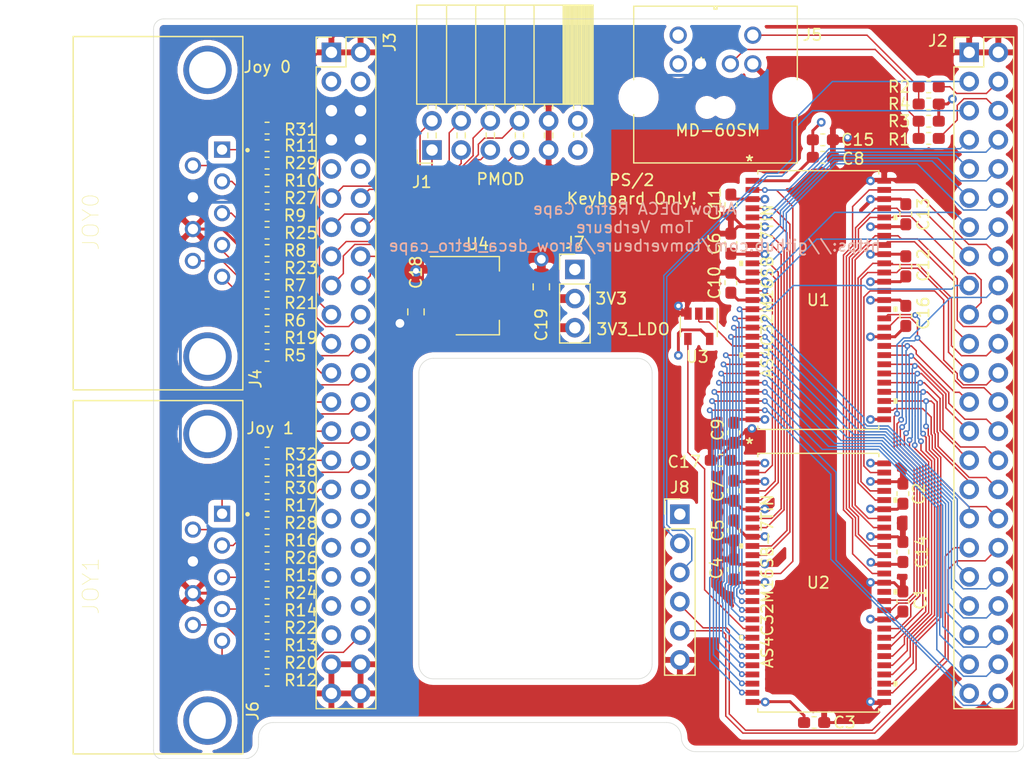
<source format=kicad_pcb>
(kicad_pcb (version 20171130) (host pcbnew 5.1.6-c6e7f7d~86~ubuntu18.04.1)
  (layers (0 F.Cu signal) (1 In1.Cu signal) (2 In2.Cu signal) (31 B.Cu signal) (34 B.Paste user) (35 F.Paste user) (36 B.SilkS user hide) (37 F.SilkS user) (38 B.Mask user) (39 F.Mask user) (44 Edge.Cuts user))
  (net 0 "")
  (net 1 GND)
  (net 2 +5V)
  (net 3 +3V3)
  (net 4 /A3)
  (net 5 /A2)
  (net 6 /A1)
  (net 7 /A0)
  (net 8 /A10)
  (net 9 /BA1)
  (net 10 /BA0)
  (net 11 /nCS0)
  (net 12 /nRAS)
  (net 13 /nCAS)
  (net 14 /UDQM)
  (net 15 /LDQM)
  (net 16 /A4)
  (net 17 /nWE)
  (net 18 /A6)
  (net 19 /A5)
  (net 20 /A8)
  (net 21 /A7)
  (net 22 /A11)
  (net 23 /A9)
  (net 24 /CLK)
  (net 25 /A12)
  (net 26 /DQ9)
  (net 27 /DQ10)
  (net 28 /DQ11)
  (net 29 /DQ12)
  (net 30 /DQ13)
  (net 31 /DQ15)
  (net 32 /DQ14)
  (net 33 /DQ7)
  (net 34 /DQ6)
  (net 35 /DQ5)
  (net 36 /DQ4)
  (net 37 /DQ3)
  (net 38 /DQ2)
  (net 39 /DQ1)
  (net 40 /DQ0)
  (net 41 /DQ8)
  (net 42 /nCS1)
  (net 43 /PS2_DATA)
  (net 44 /PS2_CLK)
  (net 45 /PS2_CLK_5V)
  (net 46 /PS2_DATA_5V)
  (net 47 /J1_TRIGGER)
  (net 48 /J1_DOWN)
  (net 49 /J1_UP)
  (net 50 /J1_LEFT)
  (net 51 /J1_RIGHT)
  (net 52 /J1_PADDLE_A)
  (net 53 /J1_PADDLE_B)
  (net 54 /J0_TRIGGER)
  (net 55 /J0_DOWN)
  (net 56 /J0_UP)
  (net 57 /J0_LEFT)
  (net 58 /J0_RIGHT)
  (net 59 /J0_PADDLE_A)
  (net 60 /J0_PADDLE_B)
  (net 61 /JOY0_PADDLE_A)
  (net 62 /JOY0_TRIGGER)
  (net 63 /JOY0_PADDLE_B)
  (net 64 /JOY0_RIGHT)
  (net 65 /JOY0_LEFT)
  (net 66 /JOY0_DOWN)
  (net 67 /JOY0_UP)
  (net 68 /JOY1_PADDLE_A)
  (net 69 /JOY1_TRIGGER)
  (net 70 /JOY1_PADDLE_B)
  (net 71 /JOY1_RIGHT)
  (net 72 /JOY1_LEFT)
  (net 73 /JOY1_DOWN)
  (net 74 /JOY1_UP)
  (net 75 +3.3VP)
  (net 76 /3V3_LDO)
  (net 77 /PMOD_D5)
  (net 78 /PMOD_D3)
  (net 79 /PMOD_D7)
  (net 80 /PMOD_D6)
  (net 81 /PMOD_D2)
  (net 82 /PMOD_D0)
  (net 83 /PMOD_D1)
  (net 84 /PMOD_D4)
  (net 85 /GPIO3)
  (net 86 /GPIO2)
  (net 87 /GPIO1)
  (net 88 /GPIO0)
  (module Connector_PinHeader_2.54mm:PinHeader_1x06_P2.54mm_Vertical (layer F.Cu) (at 96.393 65.659)
    (fp_text reference J8 (at 0 -2.33) (layer F.SilkS))
    (fp_text value Conn_01x06)
    (pad 6 thru_hole oval (at 0 12.7) (size 1.7 1.7) (drill 1) (layers *.Cu *.Mask) (net 1 GND))
    (pad 5 thru_hole oval (at 0 10.16) (size 1.7 1.7) (drill 1) (layers *.Cu *.Mask) (net 85 /GPIO3))
    (pad 4 thru_hole oval (at 0 7.62) (size 1.7 1.7) (drill 1) (layers *.Cu *.Mask) (net 86 /GPIO2))
    (pad 3 thru_hole oval (at 0 5.08) (size 1.7 1.7) (drill 1) (layers *.Cu *.Mask) (net 87 /GPIO1))
    (pad 2 thru_hole oval (at 0 2.54) (size 1.7 1.7) (drill 1) (layers *.Cu *.Mask) (net 88 /GPIO0))
    (pad 1 thru_hole rect (at 0 0) (size 1.7 1.7) (drill 1) (layers *.Cu *.Mask) (net 3 +3V3))
  )
  (module Capacitor_SMD:C_0805_2012Metric_Pad1.15x1.40mm_HandSolder (layer F.Cu) (at 84.328 45.838 90)
    (fp_text reference C19 (at -3.311 0 90) (layer F.SilkS))
    (fp_text value 100uF)
    (pad 2 smd roundrect (at 1.025 0 90) (size 1.15 1.4) (layers F.Cu F.Paste F.Mask) (roundrect_rratio 0.217391) (net 1 GND))
    (pad 1 smd roundrect (at -1.025 0 90) (size 1.15 1.4) (layers F.Cu F.Paste F.Mask) (roundrect_rratio 0.217391) (net 3 +3V3))
  )
  (module Capacitor_SMD:C_0805_2012Metric_Pad1.15x1.40mm_HandSolder (layer F.Cu) (at 73.406 48.02 90)
    (fp_text reference C18 (at 3.443 0 90) (layer F.SilkS))
    (fp_text value 10uF)
    (pad 2 smd roundrect (at 1.025 0 90) (size 1.15 1.4) (layers F.Cu F.Paste F.Mask) (roundrect_rratio 0.217391) (net 1 GND))
    (pad 1 smd roundrect (at -1.025 0 90) (size 1.15 1.4) (layers F.Cu F.Paste F.Mask) (roundrect_rratio 0.217391) (net 2 +5V))
  )
  (module Package_TO_SOT_SMD:SOT-223-3_TabPin2 (layer F.Cu) (at 78.765 46.609)
    (fp_text reference U4 (at 0 -4.5) (layer F.SilkS))
    (fp_text value LM1117-3.3)
    (pad 1 smd rect (at -3.15 -2.3) (size 2 1.5) (layers F.Cu F.Paste F.Mask) (net 1 GND))
    (pad 3 smd rect (at -3.15 2.3) (size 2 1.5) (layers F.Cu F.Paste F.Mask) (net 2 +5V))
    (pad 2 smd rect (at -3.15 0) (size 2 1.5) (layers F.Cu F.Paste F.Mask) (net 76 /3V3_LDO))
    (pad 2 smd rect (at 3.15 0) (size 2 3.8) (layers F.Cu F.Paste F.Mask) (net 76 /3V3_LDO))
  )
  (module Connector_PinHeader_2.54mm:PinHeader_1x03_P2.54mm_Vertical (layer F.Cu) (at 87.249 44.323)
    (fp_text reference J7 (at 0 -2.33) (layer F.SilkS))
    (fp_text value Conn_01x03)
    (pad 3 thru_hole oval (at 0 5.08) (size 1.7 1.7) (drill 1) (layers *.Cu *.Mask) (net 76 /3V3_LDO))
    (pad 2 thru_hole oval (at 0 2.54) (size 1.7 1.7) (drill 1) (layers *.Cu *.Mask) (net 3 +3V3))
    (pad 1 thru_hole rect (at 0 0) (size 1.7 1.7) (drill 1) (layers *.Cu *.Mask) (net 75 +3.3VP))
  )
  (module snapeda:TE_1-1634580-2 (layer F.Cu) (at 55.245 39.419 270)
    (fp_text reference J4 (at 14.429 -4.191 270) (layer F.SilkS))
    (fp_text value JOY0 (at 0.762 10.16 90) (layer F.SilkS) (effects (font (size 1.40124 1.40124) (thickness 0.05))))
    (pad S2 thru_hole circle (at 12.495 0 270) (size 4.216 4.216) (drill 3.2) (layers *.Cu *.Mask))
    (pad S1 thru_hole circle (at -12.495 0 270) (size 4.216 4.216) (drill 3.2) (layers *.Cu *.Mask))
    (pad 9 thru_hole circle (at 4.155 1.27 270) (size 1.408 1.408) (drill 0.9) (layers *.Cu *.Mask) (net 61 /JOY0_PADDLE_A))
    (pad 8 thru_hole circle (at 1.385 1.27 270) (size 1.408 1.408) (drill 0.9) (layers *.Cu *.Mask) (net 1 GND))
    (pad 7 thru_hole circle (at -1.385 1.27 270) (size 1.408 1.408) (drill 0.9) (layers *.Cu *.Mask) (net 2 +5V))
    (pad 6 thru_hole circle (at -4.155 1.27 270) (size 1.408 1.408) (drill 0.9) (layers *.Cu *.Mask) (net 62 /JOY0_TRIGGER))
    (pad 5 thru_hole circle (at 5.54 -1.27 270) (size 1.408 1.408) (drill 0.9) (layers *.Cu *.Mask) (net 63 /JOY0_PADDLE_B))
    (pad 4 thru_hole circle (at 2.77 -1.27 270) (size 1.408 1.408) (drill 0.9) (layers *.Cu *.Mask) (net 64 /JOY0_RIGHT))
    (pad 3 thru_hole circle (at 0 -1.27 270) (size 1.408 1.408) (drill 0.9) (layers *.Cu *.Mask) (net 65 /JOY0_LEFT))
    (pad 2 thru_hole circle (at -2.77 -1.27 270) (size 1.408 1.408) (drill 0.9) (layers *.Cu *.Mask) (net 66 /JOY0_DOWN))
    (pad 1 thru_hole rect (at -5.54 -1.27 270) (size 1.408 1.408) (drill 0.9) (layers *.Cu *.Mask) (net 67 /JOY0_UP))
  )
  (module Resistor_SMD:R_0603_1608Metric_Pad1.05x0.95mm_HandSolder (layer F.Cu) (at 60.438 74.041 180)
    (fp_text reference R14 (at -2.935 0) (layer F.SilkS))
    (fp_text value 2K)
    (pad 2 smd roundrect (at 0.875 0 180) (size 1.05 0.95) (layers F.Cu F.Paste F.Mask) (net 71 /JOY1_RIGHT))
    (pad 1 smd roundrect (at -0.875 0 180) (size 1.05 0.95) (layers F.Cu F.Paste F.Mask) (net 51 /J1_RIGHT))
  )
  (module snapeda:TE_1-1634580-2 (layer F.Cu) (at 55.245 71.156 270)
    (fp_text reference J6 (at 11.648 -3.937 270) (layer F.SilkS))
    (fp_text value JOY1 (at 0.762 10.16 90) (layer F.SilkS) (effects (font (size 1.40124 1.40124) (thickness 0.05))))
    (pad S2 thru_hole circle (at 12.495 0 270) (size 4.216 4.216) (drill 3.2) (layers *.Cu *.Mask))
    (pad S1 thru_hole circle (at -12.495 0 270) (size 4.216 4.216) (drill 3.2) (layers *.Cu *.Mask))
    (pad 9 thru_hole circle (at 4.155 1.27 270) (size 1.408 1.408) (drill 0.9) (layers *.Cu *.Mask) (net 68 /JOY1_PADDLE_A))
    (pad 8 thru_hole circle (at 1.385 1.27 270) (size 1.408 1.408) (drill 0.9) (layers *.Cu *.Mask) (net 1 GND))
    (pad 7 thru_hole circle (at -1.385 1.27 270) (size 1.408 1.408) (drill 0.9) (layers *.Cu *.Mask) (net 2 +5V))
    (pad 6 thru_hole circle (at -4.155 1.27 270) (size 1.408 1.408) (drill 0.9) (layers *.Cu *.Mask) (net 69 /JOY1_TRIGGER))
    (pad 5 thru_hole circle (at 5.54 -1.27 270) (size 1.408 1.408) (drill 0.9) (layers *.Cu *.Mask) (net 70 /JOY1_PADDLE_B))
    (pad 4 thru_hole circle (at 2.77 -1.27 270) (size 1.408 1.408) (drill 0.9) (layers *.Cu *.Mask) (net 71 /JOY1_RIGHT))
    (pad 3 thru_hole circle (at 0 -1.27 270) (size 1.408 1.408) (drill 0.9) (layers *.Cu *.Mask) (net 72 /JOY1_LEFT))
    (pad 2 thru_hole circle (at -2.77 -1.27 270) (size 1.408 1.408) (drill 0.9) (layers *.Cu *.Mask) (net 73 /JOY1_DOWN))
    (pad 1 thru_hole rect (at -5.54 -1.27 270) (size 1.408 1.408) (drill 0.9) (layers *.Cu *.Mask) (net 74 /JOY1_UP))
  )
  (module Resistor_SMD:R_0603_1608Metric_Pad1.05x0.95mm_HandSolder (layer F.Cu) (at 60.438 60.325 180)
    (fp_text reference R32 (at -2.935 -0.127) (layer F.SilkS))
    (fp_text value 5K)
    (pad 2 smd roundrect (at 0.875 0 180) (size 1.05 0.95) (layers F.Cu F.Paste F.Mask) (net 1 GND))
    (pad 1 smd roundrect (at -0.875 0 180) (size 1.05 0.95) (layers F.Cu F.Paste F.Mask) (net 49 /J1_UP))
  )
  (module Resistor_SMD:R_0603_1608Metric_Pad1.05x0.95mm_HandSolder (layer F.Cu) (at 60.438 32.004 180)
    (fp_text reference R31 (at -2.935 -0.127) (layer F.SilkS))
    (fp_text value 5K)
    (pad 2 smd roundrect (at 0.875 0 180) (size 1.05 0.95) (layers F.Cu F.Paste F.Mask) (net 1 GND))
    (pad 1 smd roundrect (at -0.875 0 180) (size 1.05 0.95) (layers F.Cu F.Paste F.Mask) (net 56 /J0_UP))
  )
  (module Resistor_SMD:R_0603_1608Metric_Pad1.05x0.95mm_HandSolder (layer F.Cu) (at 60.438 63.373 180)
    (fp_text reference R30 (at -2.935 0) (layer F.SilkS))
    (fp_text value 5K)
    (pad 2 smd roundrect (at 0.875 0 180) (size 1.05 0.95) (layers F.Cu F.Paste F.Mask) (net 1 GND))
    (pad 1 smd roundrect (at -0.875 0 180) (size 1.05 0.95) (layers F.Cu F.Paste F.Mask) (net 47 /J1_TRIGGER))
  )
  (module Resistor_SMD:R_0603_1608Metric_Pad1.05x0.95mm_HandSolder (layer F.Cu) (at 60.438 35.052 180)
    (fp_text reference R29 (at -2.935 0) (layer F.SilkS))
    (fp_text value 5K)
    (pad 2 smd roundrect (at 0.875 0 180) (size 1.05 0.95) (layers F.Cu F.Paste F.Mask) (net 1 GND))
    (pad 1 smd roundrect (at -0.875 0 180) (size 1.05 0.95) (layers F.Cu F.Paste F.Mask) (net 54 /J0_TRIGGER))
  )
  (module Resistor_SMD:R_0603_1608Metric_Pad1.05x0.95mm_HandSolder (layer F.Cu) (at 60.438 66.421 180)
    (fp_text reference R28 (at -2.935 0) (layer F.SilkS))
    (fp_text value 5K)
    (pad 2 smd roundrect (at 0.875 0 180) (size 1.05 0.95) (layers F.Cu F.Paste F.Mask) (net 1 GND))
    (pad 1 smd roundrect (at -0.875 0 180) (size 1.05 0.95) (layers F.Cu F.Paste F.Mask) (net 48 /J1_DOWN))
  )
  (module Resistor_SMD:R_0603_1608Metric_Pad1.05x0.95mm_HandSolder (layer F.Cu) (at 60.438 38.1 180)
    (fp_text reference R27 (at -2.935 0) (layer F.SilkS))
    (fp_text value 5K)
    (pad 2 smd roundrect (at 0.875 0 180) (size 1.05 0.95) (layers F.Cu F.Paste F.Mask) (net 1 GND))
    (pad 1 smd roundrect (at -0.875 0 180) (size 1.05 0.95) (layers F.Cu F.Paste F.Mask) (net 55 /J0_DOWN))
  )
  (module Resistor_SMD:R_0603_1608Metric_Pad1.05x0.95mm_HandSolder (layer F.Cu) (at 60.438 69.469 180)
    (fp_text reference R26 (at -2.935 0) (layer F.SilkS))
    (fp_text value 5K)
    (pad 2 smd roundrect (at 0.875 0 180) (size 1.05 0.95) (layers F.Cu F.Paste F.Mask) (net 1 GND))
    (pad 1 smd roundrect (at -0.875 0 180) (size 1.05 0.95) (layers F.Cu F.Paste F.Mask) (net 50 /J1_LEFT))
  )
  (module Resistor_SMD:R_0603_1608Metric_Pad1.05x0.95mm_HandSolder (layer F.Cu) (at 60.438 41.148 180)
    (fp_text reference R25 (at -2.935 0) (layer F.SilkS))
    (fp_text value 5K)
    (pad 2 smd roundrect (at 0.875 0 180) (size 1.05 0.95) (layers F.Cu F.Paste F.Mask) (net 1 GND))
    (pad 1 smd roundrect (at -0.875 0 180) (size 1.05 0.95) (layers F.Cu F.Paste F.Mask) (net 57 /J0_LEFT))
  )
  (module Resistor_SMD:R_0603_1608Metric_Pad1.05x0.95mm_HandSolder (layer F.Cu) (at 60.438 72.517 180)
    (fp_text reference R24 (at -2.935 0) (layer F.SilkS))
    (fp_text value 5K)
    (pad 2 smd roundrect (at 0.875 0 180) (size 1.05 0.95) (layers F.Cu F.Paste F.Mask) (net 1 GND))
    (pad 1 smd roundrect (at -0.875 0 180) (size 1.05 0.95) (layers F.Cu F.Paste F.Mask) (net 51 /J1_RIGHT))
  )
  (module Resistor_SMD:R_0603_1608Metric_Pad1.05x0.95mm_HandSolder (layer F.Cu) (at 60.438 44.196 180)
    (fp_text reference R23 (at -2.935 0) (layer F.SilkS))
    (fp_text value 5K)
    (pad 2 smd roundrect (at 0.875 0 180) (size 1.05 0.95) (layers F.Cu F.Paste F.Mask) (net 1 GND))
    (pad 1 smd roundrect (at -0.875 0 180) (size 1.05 0.95) (layers F.Cu F.Paste F.Mask) (net 58 /J0_RIGHT))
  )
  (module Resistor_SMD:R_0603_1608Metric_Pad1.05x0.95mm_HandSolder (layer F.Cu) (at 60.438 75.565 180)
    (fp_text reference R22 (at -2.935 0) (layer F.SilkS))
    (fp_text value 5K)
    (pad 2 smd roundrect (at 0.875 0 180) (size 1.05 0.95) (layers F.Cu F.Paste F.Mask) (net 1 GND))
    (pad 1 smd roundrect (at -0.875 0 180) (size 1.05 0.95) (layers F.Cu F.Paste F.Mask) (net 52 /J1_PADDLE_A))
  )
  (module Resistor_SMD:R_0603_1608Metric_Pad1.05x0.95mm_HandSolder (layer F.Cu) (at 60.438 47.244 180)
    (fp_text reference R21 (at -2.935 0) (layer F.SilkS))
    (fp_text value 5K)
    (pad 2 smd roundrect (at 0.875 0 180) (size 1.05 0.95) (layers F.Cu F.Paste F.Mask) (net 1 GND))
    (pad 1 smd roundrect (at -0.875 0 180) (size 1.05 0.95) (layers F.Cu F.Paste F.Mask) (net 59 /J0_PADDLE_A))
  )
  (module Resistor_SMD:R_0603_1608Metric_Pad1.05x0.95mm_HandSolder (layer F.Cu) (at 60.438 78.613 180)
    (fp_text reference R20 (at -2.935 0) (layer F.SilkS))
    (fp_text value 5K)
    (pad 2 smd roundrect (at 0.875 0 180) (size 1.05 0.95) (layers F.Cu F.Paste F.Mask) (net 1 GND))
    (pad 1 smd roundrect (at -0.875 0 180) (size 1.05 0.95) (layers F.Cu F.Paste F.Mask) (net 53 /J1_PADDLE_B))
  )
  (module Resistor_SMD:R_0603_1608Metric_Pad1.05x0.95mm_HandSolder (layer F.Cu) (at 60.438 50.292 180)
    (fp_text reference R19 (at -2.935 0) (layer F.SilkS))
    (fp_text value 5K)
    (pad 2 smd roundrect (at 0.875 0 180) (size 1.05 0.95) (layers F.Cu F.Paste F.Mask) (net 1 GND))
    (pad 1 smd roundrect (at -0.875 0 180) (size 1.05 0.95) (layers F.Cu F.Paste F.Mask) (net 60 /J0_PADDLE_B))
  )
  (module Resistor_SMD:R_0603_1608Metric_Pad1.05x0.95mm_HandSolder (layer F.Cu) (at 60.438 61.849 180)
    (fp_text reference R18 (at -2.935 0) (layer F.SilkS))
    (fp_text value 2K)
    (pad 2 smd roundrect (at 0.875 0 180) (size 1.05 0.95) (layers F.Cu F.Paste F.Mask) (net 74 /JOY1_UP))
    (pad 1 smd roundrect (at -0.875 0 180) (size 1.05 0.95) (layers F.Cu F.Paste F.Mask) (net 49 /J1_UP))
  )
  (module Resistor_SMD:R_0603_1608Metric_Pad1.05x0.95mm_HandSolder (layer F.Cu) (at 60.438 64.897 180)
    (fp_text reference R17 (at -2.935 0) (layer F.SilkS))
    (fp_text value 2K)
    (pad 2 smd roundrect (at 0.875 0 180) (size 1.05 0.95) (layers F.Cu F.Paste F.Mask) (net 69 /JOY1_TRIGGER))
    (pad 1 smd roundrect (at -0.875 0 180) (size 1.05 0.95) (layers F.Cu F.Paste F.Mask) (net 47 /J1_TRIGGER))
  )
  (module Resistor_SMD:R_0603_1608Metric_Pad1.05x0.95mm_HandSolder (layer F.Cu) (at 60.438 67.945 180)
    (fp_text reference R16 (at -2.935 0) (layer F.SilkS))
    (fp_text value 2K)
    (pad 2 smd roundrect (at 0.875 0 180) (size 1.05 0.95) (layers F.Cu F.Paste F.Mask) (net 73 /JOY1_DOWN))
    (pad 1 smd roundrect (at -0.875 0 180) (size 1.05 0.95) (layers F.Cu F.Paste F.Mask) (net 48 /J1_DOWN))
  )
  (module Resistor_SMD:R_0603_1608Metric_Pad1.05x0.95mm_HandSolder (layer F.Cu) (at 60.438 70.993 180)
    (fp_text reference R15 (at -2.935 0) (layer F.SilkS))
    (fp_text value 2K)
    (pad 2 smd roundrect (at 0.875 0 180) (size 1.05 0.95) (layers F.Cu F.Paste F.Mask) (net 72 /JOY1_LEFT))
    (pad 1 smd roundrect (at -0.875 0 180) (size 1.05 0.95) (layers F.Cu F.Paste F.Mask) (net 50 /J1_LEFT))
  )
  (module Resistor_SMD:R_0603_1608Metric_Pad1.05x0.95mm_HandSolder (layer F.Cu) (at 60.438 77.089 180)
    (fp_text reference R13 (at -2.935 0) (layer F.SilkS))
    (fp_text value 2K)
    (pad 2 smd roundrect (at 0.875 0 180) (size 1.05 0.95) (layers F.Cu F.Paste F.Mask) (net 68 /JOY1_PADDLE_A))
    (pad 1 smd roundrect (at -0.875 0 180) (size 1.05 0.95) (layers F.Cu F.Paste F.Mask) (net 52 /J1_PADDLE_A))
  )
  (module Resistor_SMD:R_0603_1608Metric_Pad1.05x0.95mm_HandSolder (layer F.Cu) (at 60.438 80.137 180)
    (fp_text reference R12 (at -2.935 0) (layer F.SilkS))
    (fp_text value 2K)
    (pad 2 smd roundrect (at 0.875 0 180) (size 1.05 0.95) (layers F.Cu F.Paste F.Mask) (net 70 /JOY1_PADDLE_B))
    (pad 1 smd roundrect (at -0.875 0 180) (size 1.05 0.95) (layers F.Cu F.Paste F.Mask) (net 53 /J1_PADDLE_B))
  )
  (module Resistor_SMD:R_0603_1608Metric_Pad1.05x0.95mm_HandSolder (layer F.Cu) (at 60.438 33.528 180)
    (fp_text reference R11 (at -2.935 0) (layer F.SilkS))
    (fp_text value 2K)
    (pad 2 smd roundrect (at 0.875 0 180) (size 1.05 0.95) (layers F.Cu F.Paste F.Mask) (net 67 /JOY0_UP))
    (pad 1 smd roundrect (at -0.875 0 180) (size 1.05 0.95) (layers F.Cu F.Paste F.Mask) (net 56 /J0_UP))
  )
  (module Resistor_SMD:R_0603_1608Metric_Pad1.05x0.95mm_HandSolder (layer F.Cu) (at 60.438 36.576 180)
    (fp_text reference R10 (at -2.935 0) (layer F.SilkS))
    (fp_text value 2K)
    (pad 2 smd roundrect (at 0.875 0 180) (size 1.05 0.95) (layers F.Cu F.Paste F.Mask) (net 62 /JOY0_TRIGGER))
    (pad 1 smd roundrect (at -0.875 0 180) (size 1.05 0.95) (layers F.Cu F.Paste F.Mask) (net 54 /J0_TRIGGER))
  )
  (module Resistor_SMD:R_0603_1608Metric_Pad1.05x0.95mm_HandSolder (layer F.Cu) (at 60.438 39.624 180)
    (fp_text reference R9 (at -2.427 0) (layer F.SilkS))
    (fp_text value 2K)
    (pad 2 smd roundrect (at 0.875 0 180) (size 1.05 0.95) (layers F.Cu F.Paste F.Mask) (net 66 /JOY0_DOWN))
    (pad 1 smd roundrect (at -0.875 0 180) (size 1.05 0.95) (layers F.Cu F.Paste F.Mask) (net 55 /J0_DOWN))
  )
  (module Resistor_SMD:R_0603_1608Metric_Pad1.05x0.95mm_HandSolder (layer F.Cu) (at 60.438 42.672 180)
    (fp_text reference R8 (at -2.427 0) (layer F.SilkS))
    (fp_text value 2K)
    (pad 2 smd roundrect (at 0.875 0 180) (size 1.05 0.95) (layers F.Cu F.Paste F.Mask) (net 65 /JOY0_LEFT))
    (pad 1 smd roundrect (at -0.875 0 180) (size 1.05 0.95) (layers F.Cu F.Paste F.Mask) (net 57 /J0_LEFT))
  )
  (module Resistor_SMD:R_0603_1608Metric_Pad1.05x0.95mm_HandSolder (layer F.Cu) (at 60.438 45.72 180)
    (fp_text reference R7 (at -2.427 0) (layer F.SilkS))
    (fp_text value 2K)
    (pad 2 smd roundrect (at 0.875 0 180) (size 1.05 0.95) (layers F.Cu F.Paste F.Mask) (net 64 /JOY0_RIGHT))
    (pad 1 smd roundrect (at -0.875 0 180) (size 1.05 0.95) (layers F.Cu F.Paste F.Mask) (net 58 /J0_RIGHT))
  )
  (module Resistor_SMD:R_0603_1608Metric_Pad1.05x0.95mm_HandSolder (layer F.Cu) (at 60.438 48.768 180)
    (fp_text reference R6 (at -2.427 0) (layer F.SilkS))
    (fp_text value 2K)
    (pad 2 smd roundrect (at 0.875 0 180) (size 1.05 0.95) (layers F.Cu F.Paste F.Mask) (net 61 /JOY0_PADDLE_A))
    (pad 1 smd roundrect (at -0.875 0 180) (size 1.05 0.95) (layers F.Cu F.Paste F.Mask) (net 59 /J0_PADDLE_A))
  )
  (module Resistor_SMD:R_0603_1608Metric_Pad1.05x0.95mm_HandSolder (layer F.Cu) (at 60.438 51.816 180)
    (fp_text reference R5 (at -2.427 0) (layer F.SilkS))
    (fp_text value 2K)
    (pad 2 smd roundrect (at 0.875 0 180) (size 1.05 0.95) (layers F.Cu F.Paste F.Mask) (net 63 /JOY0_PADDLE_B))
    (pad 1 smd roundrect (at -0.875 0 180) (size 1.05 0.95) (layers F.Cu F.Paste F.Mask) (net 60 /J0_PADDLE_B))
  )
  (module Resistor_SMD:R_0603_1608Metric_Pad1.05x0.95mm_HandSolder (layer F.Cu) (at 118.075 29.9 180)
    (fp_text reference R4 (at 2.575 0) (layer F.SilkS))
    (fp_text value 10K)
    (pad 2 smd roundrect (at 0.875 0 180) (size 1.05 0.95) (layers F.Cu F.Paste F.Mask) (net 45 /PS2_CLK_5V))
    (pad 1 smd roundrect (at -0.875 0 180) (size 1.05 0.95) (layers F.Cu F.Paste F.Mask) (net 3 +3V3))
  )
  (module Resistor_SMD:R_0603_1608Metric_Pad1.05x0.95mm_HandSolder (layer F.Cu) (at 118.075 31.4 180)
    (fp_text reference R3 (at 2.575 0) (layer F.SilkS))
    (fp_text value 10K)
    (pad 2 smd roundrect (at 0.875 0 180) (size 1.05 0.95) (layers F.Cu F.Paste F.Mask) (net 46 /PS2_DATA_5V))
    (pad 1 smd roundrect (at -0.875 0 180) (size 1.05 0.95) (layers F.Cu F.Paste F.Mask) (net 3 +3V3))
  )
  (module Resistor_SMD:R_0603_1608Metric_Pad1.05x0.95mm_HandSolder (layer F.Cu) (at 118.075 28.4)
    (fp_text reference R2 (at -2.575 0) (layer F.SilkS))
    (fp_text value 1K)
    (pad 2 smd roundrect (at 0.875 0) (size 1.05 0.95) (layers F.Cu F.Paste F.Mask) (net 44 /PS2_CLK))
    (pad 1 smd roundrect (at -0.875 0) (size 1.05 0.95) (layers F.Cu F.Paste F.Mask) (net 45 /PS2_CLK_5V))
  )
  (module Resistor_SMD:R_0603_1608Metric_Pad1.05x0.95mm_HandSolder (layer F.Cu) (at 118.075 32.9)
    (fp_text reference R1 (at -2.575 0.1) (layer F.SilkS))
    (fp_text value 1K)
    (pad 2 smd roundrect (at 0.875 0) (size 1.05 0.95) (layers F.Cu F.Paste F.Mask) (net 43 /PS2_DATA))
    (pad 1 smd roundrect (at -0.875 0) (size 1.05 0.95) (layers F.Cu F.Paste F.Mask) (net 46 /PS2_DATA_5V))
  )
  (module MD-60SM:MD-60SM (layer F.Cu) (at 100.8 26.400001)
    (fp_text reference J5 (at 7.15 -2.524001) (layer F.SilkS))
    (fp_text value MD-60SM (at -1.1 5.799999) (layer F.SilkS))
    (fp_text user * (at -2.54 0) (layer F.SilkS))
    (fp_text user * (at -2.54 0) (layer F.SilkS))
    (pad S_1_H2 np_thru_hole circle (at -2.0493 3.8) (size 0.9906 0.9906) (drill 0.9906) (layers *.Cu *.Mask))
    (pad S_1_H1 np_thru_hole circle (at -0.5507 3.8) (size 0.9906 0.9906) (drill 0.9906) (layers *.Cu *.Mask))
    (pad M2 np_thru_hole circle (at 5.4 2.899999) (size 2.4892 2.4892) (drill 2.4892) (layers *.Cu *.Mask))
    (pad M1 np_thru_hole circle (at -8 2.899999) (size 2.4892 2.4892) (drill 2.4892) (layers *.Cu *.Mask))
    (pad 8 thru_hole circle (at -4.549998 -2.5) (size 1.4986 1.4986) (drill 0.9906) (layers *.Cu *.Mask))
    (pad 6 thru_hole circle (at 1.950001 -2.5) (size 1.4986 1.4986) (drill 0.9906) (layers *.Cu *.Mask) (net 45 /PS2_CLK_5V))
    (pad 5 thru_hole circle (at 1.95007 0) (size 1.4986 1.4986) (drill 0.9906) (layers *.Cu *.Mask) (net 1 GND))
    (pad 3 thru_hole circle (at -4.54993 0) (size 1.4986 1.4986) (drill 0.9906) (layers *.Cu *.Mask))
    (pad 2 thru_hole circle (at -2.6 0) (size 1.4986 1.4986) (drill 0.9906) (layers *.Cu *.Mask) (net 2 +5V))
    (pad 1 thru_hole circle (at 0 0) (size 1.4986 1.4986) (drill 0.9906) (layers *.Cu *.Mask) (net 46 /PS2_DATA_5V))
  )
  (module AS4C32M16SB-7TIN:AS4C32M16SB-7TIN (layer F.Cu) (at 108.458 71.628)
    (fp_text reference U2 (at 0 0) (layer F.SilkS))
    (fp_text value AS4C32M16SB-7TIN (at -4.445 -0.127 90) (layer F.SilkS))
    (fp_text user * (at -5.9944 -12.050999) (layer F.SilkS))
    (fp_text user * (at -5.9944 -12.050999) (layer F.SilkS))
    (pad 54 smd rect (at 5.7404 -10.4) (size 1.1938 0.508) (layers F.Cu F.Paste F.Mask) (net 1 GND))
    (pad 53 smd rect (at 5.7404 -9.599999) (size 1.1938 0.508) (layers F.Cu F.Paste F.Mask) (net 41 /DQ8))
    (pad 52 smd rect (at 5.7404 -8.799998) (size 1.1938 0.508) (layers F.Cu F.Paste F.Mask) (net 1 GND))
    (pad 51 smd rect (at 5.7404 -7.999999) (size 1.1938 0.508) (layers F.Cu F.Paste F.Mask) (net 26 /DQ9))
    (pad 50 smd rect (at 5.7404 -7.199998) (size 1.1938 0.508) (layers F.Cu F.Paste F.Mask) (net 27 /DQ10))
    (pad 49 smd rect (at 5.7404 -6.4) (size 1.1938 0.508) (layers F.Cu F.Paste F.Mask) (net 3 +3V3))
    (pad 48 smd rect (at 5.7404 -5.599999) (size 1.1938 0.508) (layers F.Cu F.Paste F.Mask) (net 28 /DQ11))
    (pad 47 smd rect (at 5.7404 -4.799998) (size 1.1938 0.508) (layers F.Cu F.Paste F.Mask) (net 29 /DQ12))
    (pad 46 smd rect (at 5.7404 -4) (size 1.1938 0.508) (layers F.Cu F.Paste F.Mask) (net 1 GND))
    (pad 45 smd rect (at 5.7404 -3.199999) (size 1.1938 0.508) (layers F.Cu F.Paste F.Mask) (net 30 /DQ13))
    (pad 44 smd rect (at 5.7404 -2.4) (size 1.1938 0.508) (layers F.Cu F.Paste F.Mask) (net 32 /DQ14))
    (pad 43 smd rect (at 5.7404 -1.599999) (size 1.1938 0.508) (layers F.Cu F.Paste F.Mask) (net 3 +3V3))
    (pad 42 smd rect (at 5.7404 -0.799998) (size 1.1938 0.508) (layers F.Cu F.Paste F.Mask) (net 31 /DQ15))
    (pad 41 smd rect (at 5.7404 0) (size 1.1938 0.508) (layers F.Cu F.Paste F.Mask) (net 1 GND))
    (pad 40 smd rect (at 5.7404 0.800001) (size 1.1938 0.508) (layers F.Cu F.Paste F.Mask))
    (pad 39 smd rect (at 5.7404 1.599999) (size 1.1938 0.508) (layers F.Cu F.Paste F.Mask) (net 14 /UDQM))
    (pad 38 smd rect (at 5.7404 2.4) (size 1.1938 0.508) (layers F.Cu F.Paste F.Mask) (net 24 /CLK))
    (pad 37 smd rect (at 5.7404 3.200001) (size 1.1938 0.508) (layers F.Cu F.Paste F.Mask) (net 3 +3V3))
    (pad 36 smd rect (at 5.7404 4) (size 1.1938 0.508) (layers F.Cu F.Paste F.Mask) (net 25 /A12))
    (pad 35 smd rect (at 5.7404 4.800001) (size 1.1938 0.508) (layers F.Cu F.Paste F.Mask) (net 22 /A11))
    (pad 34 smd rect (at 5.7404 5.599999) (size 1.1938 0.508) (layers F.Cu F.Paste F.Mask) (net 23 /A9))
    (pad 33 smd rect (at 5.7404 6.4) (size 1.1938 0.508) (layers F.Cu F.Paste F.Mask) (net 20 /A8))
    (pad 32 smd rect (at 5.7404 7.200001) (size 1.1938 0.508) (layers F.Cu F.Paste F.Mask) (net 21 /A7))
    (pad 31 smd rect (at 5.7404 7.999999) (size 1.1938 0.508) (layers F.Cu F.Paste F.Mask) (net 18 /A6))
    (pad 30 smd rect (at 5.7404 8.8) (size 1.1938 0.508) (layers F.Cu F.Paste F.Mask) (net 19 /A5))
    (pad 29 smd rect (at 5.7404 9.599999) (size 1.1938 0.508) (layers F.Cu F.Paste F.Mask) (net 16 /A4))
    (pad 28 smd rect (at 5.7404 10.4) (size 1.1938 0.508) (layers F.Cu F.Paste F.Mask) (net 1 GND))
    (pad 27 smd rect (at -5.7404 10.4) (size 1.1938 0.508) (layers F.Cu F.Paste F.Mask) (net 3 +3V3))
    (pad 26 smd rect (at -5.7404 9.599999) (size 1.1938 0.508) (layers F.Cu F.Paste F.Mask) (net 4 /A3))
    (pad 25 smd rect (at -5.7404 8.799998) (size 1.1938 0.508) (layers F.Cu F.Paste F.Mask) (net 5 /A2))
    (pad 24 smd rect (at -5.7404 7.999999) (size 1.1938 0.508) (layers F.Cu F.Paste F.Mask) (net 6 /A1))
    (pad 23 smd rect (at -5.7404 7.199998) (size 1.1938 0.508) (layers F.Cu F.Paste F.Mask) (net 7 /A0))
    (pad 22 smd rect (at -5.7404 6.4) (size 1.1938 0.508) (layers F.Cu F.Paste F.Mask) (net 8 /A10))
    (pad 21 smd rect (at -5.7404 5.599999) (size 1.1938 0.508) (layers F.Cu F.Paste F.Mask) (net 9 /BA1))
    (pad 20 smd rect (at -5.7404 4.799998) (size 1.1938 0.508) (layers F.Cu F.Paste F.Mask) (net 10 /BA0))
    (pad 19 smd rect (at -5.7404 4) (size 1.1938 0.508) (layers F.Cu F.Paste F.Mask) (net 42 /nCS1))
    (pad 18 smd rect (at -5.7404 3.199999) (size 1.1938 0.508) (layers F.Cu F.Paste F.Mask) (net 12 /nRAS))
    (pad 17 smd rect (at -5.7404 2.4) (size 1.1938 0.508) (layers F.Cu F.Paste F.Mask) (net 13 /nCAS))
    (pad 16 smd rect (at -5.7404 1.599999) (size 1.1938 0.508) (layers F.Cu F.Paste F.Mask) (net 17 /nWE))
    (pad 15 smd rect (at -5.7404 0.799998) (size 1.1938 0.508) (layers F.Cu F.Paste F.Mask) (net 15 /LDQM))
    (pad 14 smd rect (at -5.7404 0) (size 1.1938 0.508) (layers F.Cu F.Paste F.Mask) (net 3 +3V3))
    (pad 13 smd rect (at -5.7404 -0.800001) (size 1.1938 0.508) (layers F.Cu F.Paste F.Mask) (net 40 /DQ0))
    (pad 12 smd rect (at -5.7404 -1.599999) (size 1.1938 0.508) (layers F.Cu F.Paste F.Mask) (net 1 GND))
    (pad 11 smd rect (at -5.7404 -2.4) (size 1.1938 0.508) (layers F.Cu F.Paste F.Mask) (net 39 /DQ1))
    (pad 10 smd rect (at -5.7404 -3.200001) (size 1.1938 0.508) (layers F.Cu F.Paste F.Mask) (net 38 /DQ2))
    (pad 9 smd rect (at -5.7404 -4) (size 1.1938 0.508) (layers F.Cu F.Paste F.Mask) (net 3 +3V3))
    (pad 8 smd rect (at -5.7404 -4.800001) (size 1.1938 0.508) (layers F.Cu F.Paste F.Mask) (net 37 /DQ3))
    (pad 7 smd rect (at -5.7404 -5.599999) (size 1.1938 0.508) (layers F.Cu F.Paste F.Mask) (net 36 /DQ4))
    (pad 6 smd rect (at -5.7404 -6.4) (size 1.1938 0.508) (layers F.Cu F.Paste F.Mask) (net 1 GND))
    (pad 5 smd rect (at -5.7404 -7.200001) (size 1.1938 0.508) (layers F.Cu F.Paste F.Mask) (net 35 /DQ5))
    (pad 4 smd rect (at -5.7404 -7.999999) (size 1.1938 0.508) (layers F.Cu F.Paste F.Mask) (net 34 /DQ6))
    (pad 3 smd rect (at -5.7404 -8.8) (size 1.1938 0.508) (layers F.Cu F.Paste F.Mask) (net 3 +3V3))
    (pad 2 smd rect (at -5.7404 -9.599999) (size 1.1938 0.508) (layers F.Cu F.Paste F.Mask) (net 33 /DQ7))
    (pad 1 smd rect (at -5.7404 -10.4) (size 1.1938 0.508) (layers F.Cu F.Paste F.Mask) (net 3 +3V3))
  )
  (module AS4C32M16SB-7TIN:AS4C32M16SB-7TIN (layer F.Cu) (at 108.458 46.99)
    (fp_text reference U1 (at 0 0) (layer F.SilkS))
    (fp_text value AS4C32M16SB-7TIN (at -4.445 -0.762 90) (layer F.SilkS))
    (fp_text user * (at -5.9944 -12.050999) (layer F.SilkS))
    (fp_text user * (at -5.9944 -12.050999) (layer F.SilkS))
    (pad 54 smd rect (at 5.7404 -10.4) (size 1.1938 0.508) (layers F.Cu F.Paste F.Mask) (net 1 GND))
    (pad 53 smd rect (at 5.7404 -9.599999) (size 1.1938 0.508) (layers F.Cu F.Paste F.Mask) (net 31 /DQ15))
    (pad 52 smd rect (at 5.7404 -8.799998) (size 1.1938 0.508) (layers F.Cu F.Paste F.Mask) (net 1 GND))
    (pad 51 smd rect (at 5.7404 -7.999999) (size 1.1938 0.508) (layers F.Cu F.Paste F.Mask) (net 32 /DQ14))
    (pad 50 smd rect (at 5.7404 -7.199998) (size 1.1938 0.508) (layers F.Cu F.Paste F.Mask) (net 30 /DQ13))
    (pad 49 smd rect (at 5.7404 -6.4) (size 1.1938 0.508) (layers F.Cu F.Paste F.Mask) (net 3 +3V3))
    (pad 48 smd rect (at 5.7404 -5.599999) (size 1.1938 0.508) (layers F.Cu F.Paste F.Mask) (net 29 /DQ12))
    (pad 47 smd rect (at 5.7404 -4.799998) (size 1.1938 0.508) (layers F.Cu F.Paste F.Mask) (net 28 /DQ11))
    (pad 46 smd rect (at 5.7404 -4) (size 1.1938 0.508) (layers F.Cu F.Paste F.Mask) (net 1 GND))
    (pad 45 smd rect (at 5.7404 -3.199999) (size 1.1938 0.508) (layers F.Cu F.Paste F.Mask) (net 27 /DQ10))
    (pad 44 smd rect (at 5.7404 -2.4) (size 1.1938 0.508) (layers F.Cu F.Paste F.Mask) (net 26 /DQ9))
    (pad 43 smd rect (at 5.7404 -1.599999) (size 1.1938 0.508) (layers F.Cu F.Paste F.Mask) (net 3 +3V3))
    (pad 42 smd rect (at 5.7404 -0.799998) (size 1.1938 0.508) (layers F.Cu F.Paste F.Mask) (net 41 /DQ8))
    (pad 41 smd rect (at 5.7404 0) (size 1.1938 0.508) (layers F.Cu F.Paste F.Mask) (net 1 GND))
    (pad 40 smd rect (at 5.7404 0.800001) (size 1.1938 0.508) (layers F.Cu F.Paste F.Mask))
    (pad 39 smd rect (at 5.7404 1.599999) (size 1.1938 0.508) (layers F.Cu F.Paste F.Mask) (net 14 /UDQM))
    (pad 38 smd rect (at 5.7404 2.4) (size 1.1938 0.508) (layers F.Cu F.Paste F.Mask) (net 24 /CLK))
    (pad 37 smd rect (at 5.7404 3.200001) (size 1.1938 0.508) (layers F.Cu F.Paste F.Mask) (net 3 +3V3))
    (pad 36 smd rect (at 5.7404 4) (size 1.1938 0.508) (layers F.Cu F.Paste F.Mask) (net 25 /A12))
    (pad 35 smd rect (at 5.7404 4.800001) (size 1.1938 0.508) (layers F.Cu F.Paste F.Mask) (net 22 /A11))
    (pad 34 smd rect (at 5.7404 5.599999) (size 1.1938 0.508) (layers F.Cu F.Paste F.Mask) (net 23 /A9))
    (pad 33 smd rect (at 5.7404 6.4) (size 1.1938 0.508) (layers F.Cu F.Paste F.Mask) (net 20 /A8))
    (pad 32 smd rect (at 5.7404 7.200001) (size 1.1938 0.508) (layers F.Cu F.Paste F.Mask) (net 21 /A7))
    (pad 31 smd rect (at 5.7404 7.999999) (size 1.1938 0.508) (layers F.Cu F.Paste F.Mask) (net 18 /A6))
    (pad 30 smd rect (at 5.7404 8.8) (size 1.1938 0.508) (layers F.Cu F.Paste F.Mask) (net 19 /A5))
    (pad 29 smd rect (at 5.7404 9.599999) (size 1.1938 0.508) (layers F.Cu F.Paste F.Mask) (net 16 /A4))
    (pad 28 smd rect (at 5.7404 10.4) (size 1.1938 0.508) (layers F.Cu F.Paste F.Mask) (net 1 GND))
    (pad 27 smd rect (at -5.7404 10.4) (size 1.1938 0.508) (layers F.Cu F.Paste F.Mask) (net 3 +3V3))
    (pad 26 smd rect (at -5.7404 9.599999) (size 1.1938 0.508) (layers F.Cu F.Paste F.Mask) (net 4 /A3))
    (pad 25 smd rect (at -5.7404 8.799998) (size 1.1938 0.508) (layers F.Cu F.Paste F.Mask) (net 5 /A2))
    (pad 24 smd rect (at -5.7404 7.999999) (size 1.1938 0.508) (layers F.Cu F.Paste F.Mask) (net 6 /A1))
    (pad 23 smd rect (at -5.7404 7.199998) (size 1.1938 0.508) (layers F.Cu F.Paste F.Mask) (net 7 /A0))
    (pad 22 smd rect (at -5.7404 6.4) (size 1.1938 0.508) (layers F.Cu F.Paste F.Mask) (net 8 /A10))
    (pad 21 smd rect (at -5.7404 5.599999) (size 1.1938 0.508) (layers F.Cu F.Paste F.Mask) (net 9 /BA1))
    (pad 20 smd rect (at -5.7404 4.799998) (size 1.1938 0.508) (layers F.Cu F.Paste F.Mask) (net 10 /BA0))
    (pad 19 smd rect (at -5.7404 4) (size 1.1938 0.508) (layers F.Cu F.Paste F.Mask) (net 11 /nCS0))
    (pad 18 smd rect (at -5.7404 3.199999) (size 1.1938 0.508) (layers F.Cu F.Paste F.Mask) (net 12 /nRAS))
    (pad 17 smd rect (at -5.7404 2.4) (size 1.1938 0.508) (layers F.Cu F.Paste F.Mask) (net 13 /nCAS))
    (pad 16 smd rect (at -5.7404 1.599999) (size 1.1938 0.508) (layers F.Cu F.Paste F.Mask) (net 17 /nWE))
    (pad 15 smd rect (at -5.7404 0.799998) (size 1.1938 0.508) (layers F.Cu F.Paste F.Mask) (net 15 /LDQM))
    (pad 14 smd rect (at -5.7404 0) (size 1.1938 0.508) (layers F.Cu F.Paste F.Mask) (net 3 +3V3))
    (pad 13 smd rect (at -5.7404 -0.800001) (size 1.1938 0.508) (layers F.Cu F.Paste F.Mask) (net 33 /DQ7))
    (pad 12 smd rect (at -5.7404 -1.599999) (size 1.1938 0.508) (layers F.Cu F.Paste F.Mask) (net 1 GND))
    (pad 11 smd rect (at -5.7404 -2.4) (size 1.1938 0.508) (layers F.Cu F.Paste F.Mask) (net 34 /DQ6))
    (pad 10 smd rect (at -5.7404 -3.200001) (size 1.1938 0.508) (layers F.Cu F.Paste F.Mask) (net 35 /DQ5))
    (pad 9 smd rect (at -5.7404 -4) (size 1.1938 0.508) (layers F.Cu F.Paste F.Mask) (net 3 +3V3))
    (pad 8 smd rect (at -5.7404 -4.800001) (size 1.1938 0.508) (layers F.Cu F.Paste F.Mask) (net 36 /DQ4))
    (pad 7 smd rect (at -5.7404 -5.599999) (size 1.1938 0.508) (layers F.Cu F.Paste F.Mask) (net 37 /DQ3))
    (pad 6 smd rect (at -5.7404 -6.4) (size 1.1938 0.508) (layers F.Cu F.Paste F.Mask) (net 1 GND))
    (pad 5 smd rect (at -5.7404 -7.200001) (size 1.1938 0.508) (layers F.Cu F.Paste F.Mask) (net 38 /DQ2))
    (pad 4 smd rect (at -5.7404 -7.999999) (size 1.1938 0.508) (layers F.Cu F.Paste F.Mask) (net 39 /DQ1))
    (pad 3 smd rect (at -5.7404 -8.8) (size 1.1938 0.508) (layers F.Cu F.Paste F.Mask) (net 3 +3V3))
    (pad 2 smd rect (at -5.7404 -9.599999) (size 1.1938 0.508) (layers F.Cu F.Paste F.Mask) (net 40 /DQ0))
    (pad 1 smd rect (at -5.7404 -10.4) (size 1.1938 0.508) (layers F.Cu F.Paste F.Mask) (net 3 +3V3))
  )
  (module Capacitor_SMD:C_0603_1608Metric_Pad1.05x0.95mm_HandSolder (layer F.Cu) (at 101.092 67.075 270)
    (fp_text reference C5 (at 0 1.397 90) (layer F.SilkS))
    (fp_text value 1uF)
    (pad 2 smd roundrect (at 0.875 0 270) (size 1.05 0.95) (layers F.Cu F.Paste F.Mask) (net 1 GND))
    (pad 1 smd roundrect (at -0.875 0 270) (size 1.05 0.95) (layers F.Cu F.Paste F.Mask) (net 3 +3V3))
  )
  (module Package_TO_SOT_SMD:SOT-23-5 (layer F.Cu) (at 98.044 49.276 270)
    (fp_text reference U3 (at 2.667 0.127 180) (layer F.SilkS))
    (fp_text value 74LVC1G04)
    (pad 5 smd rect (at 1.1 -0.95 270) (size 1.06 0.65) (layers F.Cu F.Paste F.Mask) (net 3 +3V3))
    (pad 4 smd rect (at 1.1 0.95 270) (size 1.06 0.65) (layers F.Cu F.Paste F.Mask) (net 42 /nCS1))
    (pad 3 smd rect (at -1.1 0.95 270) (size 1.06 0.65) (layers F.Cu F.Paste F.Mask) (net 1 GND))
    (pad 2 smd rect (at -1.1 0 270) (size 1.06 0.65) (layers F.Cu F.Paste F.Mask) (net 11 /nCS0))
    (pad 1 smd rect (at -1.1 -0.95 270) (size 1.06 0.65) (layers F.Cu F.Paste F.Mask))
  )
  (module Capacitor_SMD:C_0603_1608Metric_Pad1.05x0.95mm_HandSolder (layer F.Cu) (at 99.963 60.96 180)
    (fp_text reference C17 (at 3.189 -0.127) (layer F.SilkS))
    (fp_text value 1uF)
    (pad 2 smd roundrect (at 0.875 0 180) (size 1.05 0.95) (layers F.Cu F.Paste F.Mask) (net 1 GND))
    (pad 1 smd roundrect (at -0.875 0 180) (size 1.05 0.95) (layers F.Cu F.Paste F.Mask) (net 3 +3V3))
  )
  (module Capacitor_SMD:C_0603_1608Metric_Pad1.05x0.95mm_HandSolder (layer F.Cu) (at 116.078 48.373 90)
    (fp_text reference C16 (at 0.24 1.524 90) (layer F.SilkS))
    (fp_text value 1uF)
    (pad 2 smd roundrect (at 0.875 0 90) (size 1.05 0.95) (layers F.Cu F.Paste F.Mask) (net 1 GND))
    (pad 1 smd roundrect (at -0.875 0 90) (size 1.05 0.95) (layers F.Cu F.Paste F.Mask) (net 3 +3V3))
  )
  (module Capacitor_SMD:C_0603_1608Metric_Pad1.05x0.95mm_HandSolder (layer F.Cu) (at 108.853 33.02)
    (fp_text reference C15 (at 3.034 0) (layer F.SilkS))
    (fp_text value 1uF)
    (pad 2 smd roundrect (at 0.875 0) (size 1.05 0.95) (layers F.Cu F.Paste F.Mask) (net 1 GND))
    (pad 1 smd roundrect (at -0.875 0) (size 1.05 0.95) (layers F.Cu F.Paste F.Mask) (net 3 +3V3))
  )
  (module Connector_PinHeader_2.54mm:PinHeader_2x23_P2.54mm_Vertical (layer F.Cu) (at 121.6 25.4)
    (fp_text reference J2 (at -2.728 -1.016) (layer F.SilkS))
    (fp_text value P8_Male)
    (pad 46 thru_hole oval (at 2.54 55.88) (size 1.7 1.7) (drill 1) (layers *.Cu *.Mask) (net 4 /A3))
    (pad 45 thru_hole oval (at 0 55.88) (size 1.7 1.7) (drill 1) (layers *.Cu *.Mask) (net 5 /A2))
    (pad 44 thru_hole oval (at 2.54 53.34) (size 1.7 1.7) (drill 1) (layers *.Cu *.Mask) (net 6 /A1))
    (pad 43 thru_hole oval (at 0 53.34) (size 1.7 1.7) (drill 1) (layers *.Cu *.Mask) (net 7 /A0))
    (pad 42 thru_hole oval (at 2.54 50.8) (size 1.7 1.7) (drill 1) (layers *.Cu *.Mask) (net 8 /A10))
    (pad 41 thru_hole oval (at 0 50.8) (size 1.7 1.7) (drill 1) (layers *.Cu *.Mask) (net 9 /BA1))
    (pad 40 thru_hole oval (at 2.54 48.26) (size 1.7 1.7) (drill 1) (layers *.Cu *.Mask) (net 10 /BA0))
    (pad 39 thru_hole oval (at 0 48.26) (size 1.7 1.7) (drill 1) (layers *.Cu *.Mask) (net 11 /nCS0))
    (pad 38 thru_hole oval (at 2.54 45.72) (size 1.7 1.7) (drill 1) (layers *.Cu *.Mask) (net 12 /nRAS))
    (pad 37 thru_hole oval (at 0 45.72) (size 1.7 1.7) (drill 1) (layers *.Cu *.Mask) (net 13 /nCAS))
    (pad 36 thru_hole oval (at 2.54 43.18) (size 1.7 1.7) (drill 1) (layers *.Cu *.Mask) (net 85 /GPIO3))
    (pad 35 thru_hole oval (at 0 43.18) (size 1.7 1.7) (drill 1) (layers *.Cu *.Mask) (net 86 /GPIO2))
    (pad 34 thru_hole oval (at 2.54 40.64) (size 1.7 1.7) (drill 1) (layers *.Cu *.Mask) (net 16 /A4))
    (pad 33 thru_hole oval (at 0 40.64) (size 1.7 1.7) (drill 1) (layers *.Cu *.Mask) (net 17 /nWE))
    (pad 32 thru_hole oval (at 2.54 38.1) (size 1.7 1.7) (drill 1) (layers *.Cu *.Mask) (net 18 /A6))
    (pad 31 thru_hole oval (at 0 38.1) (size 1.7 1.7) (drill 1) (layers *.Cu *.Mask) (net 19 /A5))
    (pad 30 thru_hole oval (at 2.54 35.56) (size 1.7 1.7) (drill 1) (layers *.Cu *.Mask) (net 20 /A8))
    (pad 29 thru_hole oval (at 0 35.56) (size 1.7 1.7) (drill 1) (layers *.Cu *.Mask) (net 21 /A7))
    (pad 28 thru_hole oval (at 2.54 33.02) (size 1.7 1.7) (drill 1) (layers *.Cu *.Mask) (net 22 /A11))
    (pad 27 thru_hole oval (at 0 33.02) (size 1.7 1.7) (drill 1) (layers *.Cu *.Mask) (net 23 /A9))
    (pad 26 thru_hole oval (at 2.54 30.48) (size 1.7 1.7) (drill 1) (layers *.Cu *.Mask) (net 24 /CLK))
    (pad 25 thru_hole oval (at 0 30.48) (size 1.7 1.7) (drill 1) (layers *.Cu *.Mask) (net 25 /A12))
    (pad 24 thru_hole oval (at 2.54 27.94) (size 1.7 1.7) (drill 1) (layers *.Cu *.Mask) (net 41 /DQ8))
    (pad 23 thru_hole oval (at 0 27.94) (size 1.7 1.7) (drill 1) (layers *.Cu *.Mask) (net 26 /DQ9))
    (pad 22 thru_hole oval (at 2.54 25.4) (size 1.7 1.7) (drill 1) (layers *.Cu *.Mask) (net 27 /DQ10))
    (pad 21 thru_hole oval (at 0 25.4) (size 1.7 1.7) (drill 1) (layers *.Cu *.Mask) (net 28 /DQ11))
    (pad 20 thru_hole oval (at 2.54 22.86) (size 1.7 1.7) (drill 1) (layers *.Cu *.Mask) (net 29 /DQ12))
    (pad 19 thru_hole oval (at 0 22.86) (size 1.7 1.7) (drill 1) (layers *.Cu *.Mask) (net 30 /DQ13))
    (pad 18 thru_hole oval (at 2.54 20.32) (size 1.7 1.7) (drill 1) (layers *.Cu *.Mask) (net 14 /UDQM))
    (pad 17 thru_hole oval (at 0 20.32) (size 1.7 1.7) (drill 1) (layers *.Cu *.Mask) (net 15 /LDQM))
    (pad 16 thru_hole oval (at 2.54 17.78) (size 1.7 1.7) (drill 1) (layers *.Cu *.Mask) (net 31 /DQ15))
    (pad 15 thru_hole oval (at 0 17.78) (size 1.7 1.7) (drill 1) (layers *.Cu *.Mask) (net 32 /DQ14))
    (pad 14 thru_hole oval (at 2.54 15.24) (size 1.7 1.7) (drill 1) (layers *.Cu *.Mask) (net 33 /DQ7))
    (pad 13 thru_hole oval (at 0 15.24) (size 1.7 1.7) (drill 1) (layers *.Cu *.Mask) (net 34 /DQ6))
    (pad 12 thru_hole oval (at 2.54 12.7) (size 1.7 1.7) (drill 1) (layers *.Cu *.Mask) (net 35 /DQ5))
    (pad 11 thru_hole oval (at 0 12.7) (size 1.7 1.7) (drill 1) (layers *.Cu *.Mask) (net 36 /DQ4))
    (pad 10 thru_hole oval (at 2.54 10.16) (size 1.7 1.7) (drill 1) (layers *.Cu *.Mask) (net 37 /DQ3))
    (pad 9 thru_hole oval (at 0 10.16) (size 1.7 1.7) (drill 1) (layers *.Cu *.Mask) (net 38 /DQ2))
    (pad 8 thru_hole oval (at 2.54 7.62) (size 1.7 1.7) (drill 1) (layers *.Cu *.Mask) (net 39 /DQ1))
    (pad 7 thru_hole oval (at 0 7.62) (size 1.7 1.7) (drill 1) (layers *.Cu *.Mask) (net 40 /DQ0))
    (pad 6 thru_hole oval (at 2.54 5.08) (size 1.7 1.7) (drill 1) (layers *.Cu *.Mask) (net 43 /PS2_DATA))
    (pad 5 thru_hole oval (at 0 5.08) (size 1.7 1.7) (drill 1) (layers *.Cu *.Mask) (net 87 /GPIO1))
    (pad 4 thru_hole oval (at 2.54 2.54) (size 1.7 1.7) (drill 1) (layers *.Cu *.Mask) (net 44 /PS2_CLK))
    (pad 3 thru_hole oval (at 0 2.54) (size 1.7 1.7) (drill 1) (layers *.Cu *.Mask) (net 88 /GPIO0))
    (pad 2 thru_hole oval (at 2.54 0) (size 1.7 1.7) (drill 1) (layers *.Cu *.Mask) (net 1 GND))
    (pad 1 thru_hole rect (at 0 0) (size 1.7 1.7) (drill 1) (layers *.Cu *.Mask) (net 1 GND))
  )
  (module Capacitor_SMD:C_0603_1608Metric_Pad1.05x0.95mm_HandSolder (layer F.Cu) (at 115.824 68.947 90)
    (fp_text reference C14 (at -0.014 1.651 90) (layer F.SilkS))
    (fp_text value 1uF)
    (pad 2 smd roundrect (at 0.875 0 90) (size 1.05 0.95) (layers F.Cu F.Paste F.Mask) (net 1 GND))
    (pad 1 smd roundrect (at -0.875 0 90) (size 1.05 0.95) (layers F.Cu F.Paste F.Mask) (net 3 +3V3))
  )
  (module Capacitor_SMD:C_0603_1608Metric_Pad1.05x0.95mm_HandSolder (layer F.Cu) (at 116.078 39.511 90)
    (fp_text reference C13 (at 0 1.524 90) (layer F.SilkS))
    (fp_text value 1uF)
    (pad 2 smd roundrect (at 0.875 0 90) (size 1.05 0.95) (layers F.Cu F.Paste F.Mask) (net 1 GND))
    (pad 1 smd roundrect (at -0.875 0 90) (size 1.05 0.95) (layers F.Cu F.Paste F.Mask) (net 3 +3V3))
  )
  (module Capacitor_SMD:C_0603_1608Metric_Pad1.05x0.95mm_HandSolder (layer F.Cu) (at 116.078 44.055 90)
    (fp_text reference C12 (at 0.113 1.524 90) (layer F.SilkS))
    (fp_text value 1uF)
    (pad 2 smd roundrect (at 0.875 0 90) (size 1.05 0.95) (layers F.Cu F.Paste F.Mask) (net 1 GND))
    (pad 1 smd roundrect (at -0.875 0 90) (size 1.05 0.95) (layers F.Cu F.Paste F.Mask) (net 3 +3V3))
  )
  (module Capacitor_SMD:C_0603_1608Metric_Pad1.05x0.95mm_HandSolder (layer F.Cu) (at 100.838 38.675 270)
    (fp_text reference C11 (at -0.067 1.397 90) (layer F.SilkS))
    (fp_text value 1uF)
    (pad 2 smd roundrect (at 0.875 0 270) (size 1.05 0.95) (layers F.Cu F.Paste F.Mask) (net 1 GND))
    (pad 1 smd roundrect (at -0.875 0 270) (size 1.05 0.95) (layers F.Cu F.Paste F.Mask) (net 3 +3V3))
  )
  (module Capacitor_SMD:C_0603_1608Metric_Pad1.05x0.95mm_HandSolder (layer F.Cu) (at 100.838 45.475 90)
    (fp_text reference C10 (at 0 -1.43 90) (layer F.SilkS))
    (fp_text value 1uF)
    (pad 2 smd roundrect (at 0.875 0 90) (size 1.05 0.95) (layers F.Cu F.Paste F.Mask) (net 1 GND))
    (pad 1 smd roundrect (at -0.875 0 90) (size 1.05 0.95) (layers F.Cu F.Paste F.Mask) (net 3 +3V3))
  )
  (module Capacitor_SMD:C_0603_1608Metric_Pad1.05x0.95mm_HandSolder (layer F.Cu) (at 101.092 58.561 270)
    (fp_text reference C9 (at -0.268 1.397 90) (layer F.SilkS))
    (fp_text value 1uF)
    (pad 2 smd roundrect (at 0.875 0 270) (size 1.05 0.95) (layers F.Cu F.Paste F.Mask) (net 1 GND))
    (pad 1 smd roundrect (at -0.875 0 270) (size 1.05 0.95) (layers F.Cu F.Paste F.Mask) (net 3 +3V3))
  )
  (module Capacitor_SMD:C_0603_1608Metric_Pad1.05x0.95mm_HandSolder (layer F.Cu) (at 108.853 34.544)
    (fp_text reference C8 (at 2.653 0.127) (layer F.SilkS))
    (fp_text value 1uF)
    (pad 2 smd roundrect (at 0.875 0) (size 1.05 0.95) (layers F.Cu F.Paste F.Mask) (net 1 GND))
    (pad 1 smd roundrect (at -0.875 0) (size 1.05 0.95) (layers F.Cu F.Paste F.Mask) (net 3 +3V3))
  )
  (module Capacitor_SMD:C_0603_1608Metric_Pad1.05x0.95mm_HandSolder (layer F.Cu) (at 101.092 63.613 270)
    (fp_text reference C7 (at 0 1.397 90) (layer F.SilkS))
    (fp_text value 1uF)
    (pad 2 smd roundrect (at 0.875 0 270) (size 1.05 0.95) (layers F.Cu F.Paste F.Mask) (net 1 GND))
    (pad 1 smd roundrect (at -0.875 0 270) (size 1.05 0.95) (layers F.Cu F.Paste F.Mask) (net 3 +3V3))
  )
  (module Capacitor_SMD:C_0603_1608Metric_Pad1.05x0.95mm_HandSolder (layer F.Cu) (at 100.838 42.075 90)
    (fp_text reference C6 (at 0 -1.43 90) (layer F.SilkS))
    (fp_text value 1uF)
    (pad 2 smd roundrect (at 0.875 0 90) (size 1.05 0.95) (layers F.Cu F.Paste F.Mask) (net 1 GND))
    (pad 1 smd roundrect (at -0.875 0 90) (size 1.05 0.95) (layers F.Cu F.Paste F.Mask) (net 3 +3V3))
  )
  (module Capacitor_SMD:C_0603_1608Metric_Pad1.05x0.95mm_HandSolder (layer F.Cu) (at 101.092 70.475 90)
    (fp_text reference C4 (at 0.117 -1.524 90) (layer F.SilkS))
    (fp_text value 1uF)
    (pad 2 smd roundrect (at 0.875 0 90) (size 1.05 0.95) (layers F.Cu F.Paste F.Mask) (net 1 GND))
    (pad 1 smd roundrect (at -0.875 0 90) (size 1.05 0.95) (layers F.Cu F.Paste F.Mask) (net 3 +3V3))
  )
  (module Capacitor_SMD:C_0603_1608Metric_Pad1.05x0.95mm_HandSolder (layer F.Cu) (at 108.091 83.82)
    (fp_text reference C3 (at 2.653 0) (layer F.SilkS))
    (fp_text value 1uF)
    (pad 2 smd roundrect (at 0.875 0) (size 1.05 0.95) (layers F.Cu F.Paste F.Mask) (net 1 GND))
    (pad 1 smd roundrect (at -0.875 0) (size 1.05 0.95) (layers F.Cu F.Paste F.Mask) (net 3 +3V3))
  )
  (module Capacitor_SMD:C_0603_1608Metric_Pad1.05x0.95mm_HandSolder (layer F.Cu) (at 115.824 63.867 90)
    (fp_text reference C2 (at -0.014 1.397 90) (layer F.SilkS))
    (fp_text value 1uF)
    (pad 2 smd roundrect (at 0.875 0 90) (size 1.05 0.95) (layers F.Cu F.Paste F.Mask) (net 1 GND))
    (pad 1 smd roundrect (at -0.875 0 90) (size 1.05 0.95) (layers F.Cu F.Paste F.Mask) (net 3 +3V3))
  )
  (module Capacitor_SMD:C_0603_1608Metric_Pad1.05x0.95mm_HandSolder (layer F.Cu) (at 115.824 73.265 90)
    (fp_text reference C1 (at 0.24 1.524 90) (layer F.SilkS))
    (fp_text value 1uF)
    (pad 2 smd roundrect (at 0.875 0 90) (size 1.05 0.95) (layers F.Cu F.Paste F.Mask) (net 1 GND))
    (pad 1 smd roundrect (at -0.875 0 90) (size 1.05 0.95) (layers F.Cu F.Paste F.Mask) (net 3 +3V3))
  )
  (module Connector_PinHeader_2.54mm:PinHeader_2x23_P2.54mm_Vertical (layer F.Cu) (at 66.04 25.4)
    (fp_text reference J3 (at 5.08 -0.889 90) (layer F.SilkS))
    (fp_text value P9_Male)
    (pad 46 thru_hole oval (at 2.54 55.88) (size 1.7 1.7) (drill 1) (layers *.Cu *.Mask) (net 1 GND))
    (pad 45 thru_hole oval (at 0 55.88) (size 1.7 1.7) (drill 1) (layers *.Cu *.Mask) (net 1 GND))
    (pad 44 thru_hole oval (at 2.54 53.34) (size 1.7 1.7) (drill 1) (layers *.Cu *.Mask) (net 1 GND))
    (pad 43 thru_hole oval (at 0 53.34) (size 1.7 1.7) (drill 1) (layers *.Cu *.Mask) (net 1 GND))
    (pad 42 thru_hole oval (at 2.54 50.8) (size 1.7 1.7) (drill 1) (layers *.Cu *.Mask) (net 53 /J1_PADDLE_B))
    (pad 41 thru_hole oval (at 0 50.8) (size 1.7 1.7) (drill 1) (layers *.Cu *.Mask))
    (pad 40 thru_hole oval (at 2.54 48.26) (size 1.7 1.7) (drill 1) (layers *.Cu *.Mask))
    (pad 39 thru_hole oval (at 0 48.26) (size 1.7 1.7) (drill 1) (layers *.Cu *.Mask))
    (pad 38 thru_hole oval (at 2.54 45.72) (size 1.7 1.7) (drill 1) (layers *.Cu *.Mask))
    (pad 37 thru_hole oval (at 0 45.72) (size 1.7 1.7) (drill 1) (layers *.Cu *.Mask))
    (pad 36 thru_hole oval (at 2.54 43.18) (size 1.7 1.7) (drill 1) (layers *.Cu *.Mask))
    (pad 35 thru_hole oval (at 0 43.18) (size 1.7 1.7) (drill 1) (layers *.Cu *.Mask))
    (pad 34 thru_hole oval (at 2.54 40.64) (size 1.7 1.7) (drill 1) (layers *.Cu *.Mask))
    (pad 33 thru_hole oval (at 0 40.64) (size 1.7 1.7) (drill 1) (layers *.Cu *.Mask))
    (pad 32 thru_hole oval (at 2.54 38.1) (size 1.7 1.7) (drill 1) (layers *.Cu *.Mask))
    (pad 31 thru_hole oval (at 0 38.1) (size 1.7 1.7) (drill 1) (layers *.Cu *.Mask) (net 52 /J1_PADDLE_A))
    (pad 30 thru_hole oval (at 2.54 35.56) (size 1.7 1.7) (drill 1) (layers *.Cu *.Mask) (net 51 /J1_RIGHT))
    (pad 29 thru_hole oval (at 0 35.56) (size 1.7 1.7) (drill 1) (layers *.Cu *.Mask) (net 50 /J1_LEFT))
    (pad 28 thru_hole oval (at 2.54 33.02) (size 1.7 1.7) (drill 1) (layers *.Cu *.Mask) (net 48 /J1_DOWN))
    (pad 27 thru_hole oval (at 0 33.02) (size 1.7 1.7) (drill 1) (layers *.Cu *.Mask) (net 47 /J1_TRIGGER))
    (pad 26 thru_hole oval (at 2.54 30.48) (size 1.7 1.7) (drill 1) (layers *.Cu *.Mask) (net 49 /J1_UP))
    (pad 25 thru_hole oval (at 0 30.48) (size 1.7 1.7) (drill 1) (layers *.Cu *.Mask) (net 60 /J0_PADDLE_B))
    (pad 24 thru_hole oval (at 2.54 27.94) (size 1.7 1.7) (drill 1) (layers *.Cu *.Mask) (net 59 /J0_PADDLE_A))
    (pad 23 thru_hole oval (at 0 27.94) (size 1.7 1.7) (drill 1) (layers *.Cu *.Mask) (net 58 /J0_RIGHT))
    (pad 22 thru_hole oval (at 2.54 25.4) (size 1.7 1.7) (drill 1) (layers *.Cu *.Mask) (net 57 /J0_LEFT))
    (pad 21 thru_hole oval (at 0 25.4) (size 1.7 1.7) (drill 1) (layers *.Cu *.Mask) (net 55 /J0_DOWN))
    (pad 20 thru_hole oval (at 2.54 22.86) (size 1.7 1.7) (drill 1) (layers *.Cu *.Mask) (net 54 /J0_TRIGGER))
    (pad 19 thru_hole oval (at 0 22.86) (size 1.7 1.7) (drill 1) (layers *.Cu *.Mask) (net 56 /J0_UP))
    (pad 18 thru_hole oval (at 2.54 20.32) (size 1.7 1.7) (drill 1) (layers *.Cu *.Mask) (net 83 /PMOD_D1))
    (pad 17 thru_hole oval (at 0 20.32) (size 1.7 1.7) (drill 1) (layers *.Cu *.Mask) (net 82 /PMOD_D0))
    (pad 16 thru_hole oval (at 2.54 17.78) (size 1.7 1.7) (drill 1) (layers *.Cu *.Mask) (net 78 /PMOD_D3))
    (pad 15 thru_hole oval (at 0 17.78) (size 1.7 1.7) (drill 1) (layers *.Cu *.Mask) (net 81 /PMOD_D2))
    (pad 14 thru_hole oval (at 2.54 15.24) (size 1.7 1.7) (drill 1) (layers *.Cu *.Mask) (net 77 /PMOD_D5))
    (pad 13 thru_hole oval (at 0 15.24) (size 1.7 1.7) (drill 1) (layers *.Cu *.Mask) (net 84 /PMOD_D4))
    (pad 12 thru_hole oval (at 2.54 12.7) (size 1.7 1.7) (drill 1) (layers *.Cu *.Mask) (net 79 /PMOD_D7))
    (pad 11 thru_hole oval (at 0 12.7) (size 1.7 1.7) (drill 1) (layers *.Cu *.Mask) (net 80 /PMOD_D6))
    (pad 10 thru_hole oval (at 2.54 10.16) (size 1.7 1.7) (drill 1) (layers *.Cu *.Mask))
    (pad 9 thru_hole oval (at 0 10.16) (size 1.7 1.7) (drill 1) (layers *.Cu *.Mask))
    (pad 8 thru_hole oval (at 2.54 7.62) (size 1.7 1.7) (drill 1) (layers *.Cu *.Mask) (net 2 +5V))
    (pad 7 thru_hole oval (at 0 7.62) (size 1.7 1.7) (drill 1) (layers *.Cu *.Mask) (net 2 +5V))
    (pad 6 thru_hole oval (at 2.54 5.08) (size 1.7 1.7) (drill 1) (layers *.Cu *.Mask) (net 2 +5V))
    (pad 5 thru_hole oval (at 0 5.08) (size 1.7 1.7) (drill 1) (layers *.Cu *.Mask) (net 2 +5V))
    (pad 4 thru_hole oval (at 2.54 2.54) (size 1.7 1.7) (drill 1) (layers *.Cu *.Mask) (net 75 +3.3VP))
    (pad 3 thru_hole oval (at 0 2.54) (size 1.7 1.7) (drill 1) (layers *.Cu *.Mask) (net 75 +3.3VP))
    (pad 2 thru_hole oval (at 2.54 0) (size 1.7 1.7) (drill 1) (layers *.Cu *.Mask) (net 1 GND))
    (pad 1 thru_hole rect (at 0 0) (size 1.7 1.7) (drill 1) (layers *.Cu *.Mask) (net 1 GND))
  )
  (module custom_parts:PMOD_Female_Horizontal (layer F.Cu) (at 87.503 33.909 270)
    (fp_text reference J1 (at 2.794 13.589 180) (layer F.SilkS))
    (fp_text value PMOD)
    (pad 2 thru_hole oval (at 0 10.16 270) (size 1.7 1.7) (drill 1) (layers *.Cu *.Mask) (net 77 /PMOD_D5))
    (pad 3 thru_hole oval (at 0 7.62 270) (size 1.7 1.7) (drill 1) (layers *.Cu *.Mask) (net 78 /PMOD_D3))
    (pad 1 thru_hole rect (at 0 12.7 270) (size 1.7 1.7) (drill 1) (layers *.Cu *.Mask) (net 79 /PMOD_D7))
    (pad 12 thru_hole oval (at -2.54 0 270) (size 1.7 1.7) (drill 1) (layers *.Cu *.Mask) (net 3 +3V3))
    (pad 11 thru_hole oval (at -2.54 2.54 270) (size 1.7 1.7) (drill 1) (layers *.Cu *.Mask) (net 1 GND))
    (pad 7 thru_hole oval (at -2.54 12.7 270) (size 1.7 1.7) (drill 1) (layers *.Cu *.Mask) (net 80 /PMOD_D6))
    (pad 6 thru_hole oval (at 0 0 270) (size 1.7 1.7) (drill 1) (layers *.Cu *.Mask) (net 3 +3V3))
    (pad 9 thru_hole oval (at -2.54 7.62 270) (size 1.7 1.7) (drill 1) (layers *.Cu *.Mask) (net 81 /PMOD_D2))
    (pad 10 thru_hole oval (at -2.54 5.08 270) (size 1.7 1.7) (drill 1) (layers *.Cu *.Mask) (net 82 /PMOD_D0))
    (pad 5 thru_hole oval (at 0 2.54 270) (size 1.7 1.7) (drill 1) (layers *.Cu *.Mask) (net 1 GND))
    (pad 4 thru_hole oval (at 0 5.08 270) (size 1.7 1.7) (drill 1) (layers *.Cu *.Mask) (net 83 /PMOD_D1))
    (pad 8 thru_hole oval (at -2.54 10.16 270) (size 1.7 1.7) (drill 1) (layers *.Cu *.Mask) (net 84 /PMOD_D4))
  )
  (gr_text "Arrow DECA Retro Cape\nTom Verbeure\nhttps://github.com/tomverbeure/arrow_deca_retro_cape" (at 92.456 40.64) (layer B.SilkS) (effects (font (size 1 1)) (justify mirror)))
  (gr_text 3V3 (at 90.424 46.863) (layer F.SilkS) (effects (font (size 1 1))))
  (gr_text 3V3_LDO (at 92.329 49.53) (layer F.SilkS) (effects (font (size 1 1))))
  (gr_text "Joy 1" (at 60.706 58.166) (layer F.SilkS) (effects (font (size 1 1))))
  (gr_text "Joy 0" (at 60.452 26.67) (layer F.SilkS) (effects (font (size 1 1))))
  (gr_text "PS/2\nKeyboard Only!" (at 92.202 37.338) (layer F.SilkS) (effects (font (size 1 1))))
  (gr_text PMOD (at 80.772 36.449) (layer F.SilkS) (effects (font (size 1 1))))
  (gr_line (start 97.79 86.36) (end 125.603 86.36) (layer Edge.Cuts) (width 0.05))
  (gr_arc (start 97.79 85.09) (end 96.52 85.09) (angle -90) (layer Edge.Cuts) (width 0.05))
  (gr_arc (start 58.42 85.725) (end 58.42 86.995) (angle -90) (layer Edge.Cuts) (width 0.05))
  (gr_arc (start 95.25 85.09) (end 96.52 85.09) (angle -90) (layer Edge.Cuts) (width 0.05))
  (gr_arc (start 92.71 78.74) (end 92.71 80.01) (angle -90) (layer Edge.Cuts) (width 0.05))
  (gr_arc (start 74.93 78.74) (end 73.66 78.74) (angle -90) (layer Edge.Cuts) (width 0.05))
  (gr_arc (start 92.71 53.34) (end 93.98 53.34) (angle -90) (layer Edge.Cuts) (width 0.05))
  (gr_arc (start 74.93 53.34) (end 74.93 52.07) (angle -90) (layer Edge.Cuts) (width 0.05))
  (gr_line (start 73.66 53.34) (end 73.66 78.74) (layer Edge.Cuts) (width 0.05))
  (gr_line (start 93.98 53.34) (end 93.98 78.74) (layer Edge.Cuts) (width 0.05))
  (gr_line (start 74.93 52.07) (end 92.71 52.07) (layer Edge.Cuts) (width 0.05))
  (gr_line (start 74.93 80.01) (end 92.71 80.01) (layer Edge.Cuts) (width 0.05))
  (gr_arc (start 125.603 23.241) (end 126.365 23.241) (angle -90) (layer Edge.Cuts) (width 0.05))
  (gr_arc (start 51.435 23.368) (end 51.435 22.479) (angle -90) (layer Edge.Cuts) (width 0.05))
  (gr_arc (start 51.308 86.233) (end 50.546 86.233) (angle -90) (layer Edge.Cuts) (width 0.05))
  (gr_arc (start 125.603 85.598) (end 125.603 86.36) (angle -90) (layer Edge.Cuts) (width 0.05))
  (gr_arc (start 60.96 85.09) (end 60.96 83.82) (angle -90) (layer Edge.Cuts) (width 0.05))
  (gr_line (start 95.25 83.82) (end 60.96 83.82) (layer Edge.Cuts) (width 0.05))
  (gr_line (start 59.69 85.725) (end 59.69 85.09) (layer Edge.Cuts) (width 0.05))
  (gr_line (start 50.546 86.233) (end 50.546 23.368) (layer Edge.Cuts) (width 0.05))
  (gr_line (start 58.42 86.995) (end 51.308 86.995) (layer Edge.Cuts) (width 0.05))
  (gr_line (start 126.365 23.241) (end 126.365 85.598) (layer Edge.Cuts) (width 0.05))
  (gr_line (start 51.435 22.479) (end 125.603 22.479) (layer Edge.Cuts) (width 0.05))
  (segment (start 115.57 46.99) (end 114.1984 46.99) (width 0.254) (layer F.Cu) (net 1))
  (segment (start 116.078 47.498) (end 115.57 46.99) (width 0.254) (layer F.Cu) (net 1))
  (segment (start 102.158 40.59) (end 102.7176 40.59) (width 0.254) (layer F.Cu) (net 1))
  (segment (start 102.7176 70.028001) (end 103.707999 70.028001) (width 0.254) (layer F.Cu) (net 1))
  (segment (start 112.4064 83.82) (end 114.1984 82.028) (width 0.254) (layer F.Cu) (net 1))
  (segment (start 108.966 83.82) (end 112.4064 83.82) (width 0.254) (layer F.Cu) (net 1))
  (segment (start 115.660002 62.828002) (end 115.824 62.992) (width 0.254) (layer F.Cu) (net 1))
  (segment (start 114.1984 62.828002) (end 115.660002 62.828002) (width 0.254) (layer F.Cu) (net 1))
  (segment (start 115.062 71.628) (end 114.1984 71.628) (width 0.254) (layer F.Cu) (net 1))
  (segment (start 115.824 72.39) (end 115.062 71.628) (width 0.254) (layer F.Cu) (net 1))
  (segment (start 115.632002 38.190002) (end 116.078 38.636) (width 0.254) (layer F.Cu) (net 1))
  (segment (start 114.1984 38.190002) (end 115.632002 38.190002) (width 0.254) (layer F.Cu) (net 1))
  (segment (start 115.888 42.99) (end 116.078 43.18) (width 0.254) (layer F.Cu) (net 1))
  (segment (start 114.1984 42.99) (end 115.888 42.99) (width 0.254) (layer F.Cu) (net 1))
  (segment (start 115.38 67.628) (end 115.824 68.072) (width 0.254) (layer F.Cu) (net 1))
  (segment (start 114.1984 67.628) (end 115.38 67.628) (width 0.254) (layer F.Cu) (net 1))
  (segment (start 101.832 65.228) (end 101.092 64.488) (width 0.254) (layer F.Cu) (net 1))
  (segment (start 102.7176 65.228) (end 101.832 65.228) (width 0.254) (layer F.Cu) (net 1))
  (segment (start 109.728 33.02) (end 109.728 34.544) (width 0.254) (layer F.Cu) (net 1))
  (segment (start 102.346355 58.181645) (end 102.673184 58.181645) (width 0.254) (layer F.Cu) (net 1))
  (via (at 102.673184 58.181645) (size 0.762) (drill 0.381) (layers F.Cu B.Cu) (net 1))
  (segment (start 101.092 59.436) (end 102.346355 58.181645) (width 0.254) (layer F.Cu) (net 1))
  (via (at 96.266 47.498) (size 0.762) (drill 0.381) (layers F.Cu B.Cu) (net 1))
  (segment (start 99.568 60.96) (end 101.092 59.436) (width 0.254) (layer F.Cu) (net 1))
  (segment (start 99.455 60.96) (end 99.568 60.96) (width 0.254) (layer F.Cu) (net 1))
  (segment (start 96.944 48.176) (end 96.266 47.498) (width 0.254) (layer F.Cu) (net 1))
  (segment (start 97.094 48.176) (end 96.944 48.176) (width 0.254) (layer F.Cu) (net 1))
  (segment (start 101.520001 70.028001) (end 101.092 69.6) (width 0.254) (layer F.Cu) (net 1))
  (segment (start 102.7176 70.028001) (end 101.520001 70.028001) (width 0.254) (layer F.Cu) (net 1))
  (segment (start 101.092 69.6) (end 101.092 67.95) (width 0.254) (layer F.Cu) (net 1))
  (segment (start 101.628001 45.390001) (end 100.838 44.6) (width 0.254) (layer F.Cu) (net 1))
  (segment (start 102.7176 45.390001) (end 101.628001 45.390001) (width 0.254) (layer F.Cu) (net 1))
  (segment (start 101.448 40.59) (end 100.838 41.2) (width 0.254) (layer F.Cu) (net 1))
  (segment (start 102.7176 40.59) (end 101.448 40.59) (width 0.254) (layer F.Cu) (net 1))
  (segment (start 101.878 40.59) (end 100.838 39.55) (width 0.254) (layer F.Cu) (net 1))
  (segment (start 102.7176 40.59) (end 101.878 40.59) (width 0.254) (layer F.Cu) (net 1))
  (segment (start 103.771999 70.028001) (end 103.8 70) (width 0.254) (layer F.Cu) (net 1))
  (segment (start 103.707999 70.028001) (end 103.771999 70.028001) (width 0.254) (layer F.Cu) (net 1))
  (via (at 103.8 70) (size 0.762) (drill 0.381) (layers F.Cu B.Cu) (net 1))
  (via (at 103.8 65.2) (size 0.762) (drill 0.381) (layers F.Cu B.Cu) (net 1))
  (segment (start 102.7456 65.2) (end 102.7176 65.228) (width 0.254) (layer F.Cu) (net 1))
  (segment (start 103.8 65.2) (end 102.7456 65.2) (width 0.254) (layer F.Cu) (net 1))
  (via (at 103.808909 45.382853) (size 0.762) (drill 0.381) (layers F.Cu B.Cu) (net 1))
  (segment (start 103.801761 45.390001) (end 103.808909 45.382853) (width 0.254) (layer F.Cu) (net 1))
  (segment (start 102.7176 45.390001) (end 103.801761 45.390001) (width 0.254) (layer F.Cu) (net 1))
  (via (at 103.8 40.6) (size 0.762) (drill 0.381) (layers F.Cu B.Cu) (net 1))
  (segment (start 103.79 40.59) (end 103.8 40.6) (width 0.254) (layer F.Cu) (net 1))
  (segment (start 102.7176 40.59) (end 103.79 40.59) (width 0.254) (layer F.Cu) (net 1))
  (via (at 113 82) (size 0.762) (drill 0.381) (layers F.Cu B.Cu) (net 1))
  (segment (start 113.028 82.028) (end 113 82) (width 0.254) (layer F.Cu) (net 1))
  (segment (start 114.1984 82.028) (end 113.028 82.028) (width 0.254) (layer F.Cu) (net 1))
  (via (at 113 71.6) (size 0.762) (drill 0.381) (layers F.Cu B.Cu) (net 1))
  (segment (start 113.028 71.628) (end 113 71.6) (width 0.254) (layer F.Cu) (net 1))
  (segment (start 114.1984 71.628) (end 113.028 71.628) (width 0.254) (layer F.Cu) (net 1))
  (via (at 113 67.6) (size 0.762) (drill 0.381) (layers F.Cu B.Cu) (net 1))
  (segment (start 114.1984 67.628) (end 113.028 67.628) (width 0.254) (layer F.Cu) (net 1))
  (segment (start 113.028 67.628) (end 113 67.6) (width 0.254) (layer F.Cu) (net 1))
  (segment (start 113.028002 62.828002) (end 113 62.8) (width 0.254) (layer F.Cu) (net 1))
  (segment (start 114.1984 62.828002) (end 113.028002 62.828002) (width 0.254) (layer F.Cu) (net 1))
  (via (at 113 62.8) (size 0.762) (drill 0.381) (layers F.Cu B.Cu) (net 1))
  (segment (start 114.1984 61.228) (end 113.028 61.228) (width 0.254) (layer F.Cu) (net 1))
  (via (at 113 61.2) (size 0.762) (drill 0.381) (layers F.Cu B.Cu) (net 1))
  (segment (start 113.028 61.228) (end 113 61.2) (width 0.254) (layer F.Cu) (net 1))
  (via (at 113 57.4) (size 0.762) (drill 0.381) (layers F.Cu B.Cu) (net 1))
  (segment (start 113.01 57.39) (end 113 57.4) (width 0.254) (layer F.Cu) (net 1))
  (segment (start 114.1984 57.39) (end 113.01 57.39) (width 0.254) (layer F.Cu) (net 1))
  (via (at 113 36.6) (size 0.762) (drill 0.381) (layers F.Cu B.Cu) (net 1))
  (segment (start 113.01 36.59) (end 113 36.6) (width 0.254) (layer F.Cu) (net 1))
  (segment (start 114.1984 36.59) (end 113.01 36.59) (width 0.254) (layer F.Cu) (net 1))
  (segment (start 109.728 34.544) (end 109.728 35.128) (width 0.254) (layer F.Cu) (net 1))
  (segment (start 111.2 36.6) (end 113 36.6) (width 0.254) (layer F.Cu) (net 1))
  (segment (start 109.728 35.128) (end 111.2 36.6) (width 0.254) (layer F.Cu) (net 1))
  (via (at 113 38.2) (size 0.762) (drill 0.381) (layers F.Cu B.Cu) (net 1))
  (segment (start 113.009998 38.190002) (end 113 38.2) (width 0.254) (layer F.Cu) (net 1))
  (segment (start 114.1984 38.190002) (end 113.009998 38.190002) (width 0.254) (layer F.Cu) (net 1))
  (via (at 113 43) (size 0.762) (drill 0.381) (layers F.Cu B.Cu) (net 1))
  (segment (start 114.1984 42.99) (end 113.01 42.99) (width 0.254) (layer F.Cu) (net 1))
  (segment (start 113.01 42.99) (end 113 43) (width 0.254) (layer F.Cu) (net 1))
  (via (at 113 47) (size 0.762) (drill 0.381) (layers F.Cu B.Cu) (net 1))
  (segment (start 113.01 46.99) (end 113 47) (width 0.254) (layer F.Cu) (net 1))
  (segment (start 114.1984 46.99) (end 113.01 46.99) (width 0.254) (layer F.Cu) (net 1))
  (via (at 110.998 32.80491) (size 0.762) (drill 0.381) (layers F.Cu B.Cu) (net 1))
  (segment (start 109.728 33.02) (end 110.78291 33.02) (width 0.254) (layer F.Cu) (net 1))
  (segment (start 110.78291 33.02) (end 110.998 32.80491) (width 0.254) (layer F.Cu) (net 1))
  (segment (start 60.34201 34.27299) (end 59.563 35.052) (width 0.254) (layer F.Cu) (net 1))
  (segment (start 60.34201 32.78301) (end 60.34201 34.27299) (width 0.254) (layer F.Cu) (net 1))
  (segment (start 59.563 32.004) (end 60.34201 32.78301) (width 0.254) (layer F.Cu) (net 1))
  (segment (start 60.34201 37.32099) (end 59.563 38.1) (width 0.254) (layer F.Cu) (net 1))
  (segment (start 60.34201 35.83101) (end 60.34201 37.32099) (width 0.254) (layer F.Cu) (net 1))
  (segment (start 59.563 35.052) (end 60.34201 35.83101) (width 0.254) (layer F.Cu) (net 1))
  (segment (start 60.34201 40.36899) (end 59.563 41.148) (width 0.254) (layer F.Cu) (net 1))
  (segment (start 60.34201 38.87901) (end 60.34201 40.36899) (width 0.254) (layer F.Cu) (net 1))
  (segment (start 59.563 38.1) (end 60.34201 38.87901) (width 0.254) (layer F.Cu) (net 1))
  (segment (start 60.34201 43.41699) (end 59.563 44.196) (width 0.254) (layer F.Cu) (net 1))
  (segment (start 60.34201 41.92701) (end 60.34201 43.41699) (width 0.254) (layer F.Cu) (net 1))
  (segment (start 59.563 41.148) (end 60.34201 41.92701) (width 0.254) (layer F.Cu) (net 1))
  (segment (start 60.34201 46.46499) (end 59.563 47.244) (width 0.254) (layer F.Cu) (net 1))
  (segment (start 60.34201 44.97501) (end 60.34201 46.46499) (width 0.254) (layer F.Cu) (net 1))
  (segment (start 59.563 44.196) (end 60.34201 44.97501) (width 0.254) (layer F.Cu) (net 1))
  (segment (start 60.34201 49.51299) (end 59.563 50.292) (width 0.254) (layer F.Cu) (net 1))
  (segment (start 60.34201 48.02301) (end 60.34201 49.51299) (width 0.254) (layer F.Cu) (net 1))
  (segment (start 59.563 47.244) (end 60.34201 48.02301) (width 0.254) (layer F.Cu) (net 1))
  (segment (start 60.34201 62.59399) (end 59.563 63.373) (width 0.254) (layer F.Cu) (net 1))
  (segment (start 60.34201 61.10401) (end 60.34201 62.59399) (width 0.254) (layer F.Cu) (net 1))
  (segment (start 59.563 60.325) (end 60.34201 61.10401) (width 0.254) (layer F.Cu) (net 1))
  (segment (start 60.34201 65.64199) (end 59.563 66.421) (width 0.254) (layer F.Cu) (net 1))
  (segment (start 60.34201 64.15201) (end 60.34201 65.64199) (width 0.254) (layer F.Cu) (net 1))
  (segment (start 59.563 63.373) (end 60.34201 64.15201) (width 0.254) (layer F.Cu) (net 1))
  (segment (start 60.34201 68.68999) (end 59.563 69.469) (width 0.254) (layer F.Cu) (net 1))
  (segment (start 60.34201 67.20001) (end 60.34201 68.68999) (width 0.254) (layer F.Cu) (net 1))
  (segment (start 59.563 66.421) (end 60.34201 67.20001) (width 0.254) (layer F.Cu) (net 1))
  (segment (start 60.34201 71.73799) (end 59.563 72.517) (width 0.254) (layer F.Cu) (net 1))
  (segment (start 60.34201 70.24801) (end 60.34201 71.73799) (width 0.254) (layer F.Cu) (net 1))
  (segment (start 59.563 69.469) (end 60.34201 70.24801) (width 0.254) (layer F.Cu) (net 1))
  (segment (start 60.34201 74.78599) (end 59.563 75.565) (width 0.254) (layer F.Cu) (net 1))
  (segment (start 60.34201 73.29601) (end 60.34201 74.78599) (width 0.254) (layer F.Cu) (net 1))
  (segment (start 59.563 72.517) (end 60.34201 73.29601) (width 0.254) (layer F.Cu) (net 1))
  (segment (start 60.34201 77.83399) (end 59.563 78.613) (width 0.254) (layer F.Cu) (net 1))
  (segment (start 60.34201 76.34401) (end 60.34201 77.83399) (width 0.254) (layer F.Cu) (net 1))
  (segment (start 59.563 75.565) (end 60.34201 76.34401) (width 0.254) (layer F.Cu) (net 1))
  (segment (start 59.539 72.541) (end 59.563 72.517) (width 0.254) (layer F.Cu) (net 1))
  (segment (start 53.975 72.541) (end 59.539 72.541) (width 0.254) (layer F.Cu) (net 1))
  (segment (start 53.975 40.804) (end 56.552 40.804) (width 0.254) (layer F.Cu) (net 1))
  (segment (start 56.552 40.804) (end 57.912 42.164) (width 0.254) (layer F.Cu) (net 1))
  (segment (start 57.912 42.164) (end 57.912 43.307) (width 0.254) (layer F.Cu) (net 1))
  (segment (start 58.801 44.196) (end 59.563 44.196) (width 0.254) (layer F.Cu) (net 1))
  (segment (start 57.912 43.307) (end 58.801 44.196) (width 0.254) (layer F.Cu) (net 1))
  (segment (start 73.406 46.995) (end 73.406 46.518) (width 0.254) (layer F.Cu) (net 1))
  (via (at 84.328 43.434) (size 1.27) (drill 0.762) (layers F.Cu B.Cu) (net 1))
  (segment (start 84.328 44.813) (end 84.328 43.434) (width 0.762) (layer F.Cu) (net 1))
  (via (at 73.406 44.45) (size 1.016) (drill 0.508) (layers F.Cu B.Cu) (net 1))
  (segment (start 73.406 46.995) (end 73.406 44.45) (width 0.762) (layer F.Cu) (net 1))
  (segment (start 73.547 44.309) (end 73.406 44.45) (width 0.254) (layer F.Cu) (net 1))
  (segment (start 75.615 44.309) (end 73.547 44.309) (width 0.762) (layer F.Cu) (net 1))
  (segment (start 74.803 33.909) (end 74.803 35.792224) (width 0.127) (layer F.Cu) (net 79))
  (segment (start 73.257224 37.338) (end 74.803 35.792224) (width 0.127) (layer F.Cu) (net 79))
  (segment (start 69.342 37.338) (end 73.257224 37.338) (width 0.127) (layer F.Cu) (net 79))
  (segment (start 68.58 38.1) (end 69.342 37.338) (width 0.127) (layer F.Cu) (net 79))
  (segment (start 73.762499 32.409501) (end 74.803 31.369) (width 0.127) (layer F.Cu) (net 80))
  (segment (start 73.000499 37.059499) (end 73.762499 36.297499) (width 0.127) (layer F.Cu) (net 80))
  (segment (start 73.762499 36.297499) (end 73.762499 32.409501) (width 0.127) (layer F.Cu) (net 80))
  (segment (start 67.080501 37.059499) (end 73.000499 37.059499) (width 0.127) (layer F.Cu) (net 80))
  (segment (start 66.04 38.1) (end 67.080501 37.059499) (width 0.127) (layer F.Cu) (net 80))
  (segment (start 77.343 33.909) (end 77.343 35.089718) (width 0.127) (layer F.Cu) (net 77))
  (segment (start 72.599359 39.833359) (end 69.767641 39.833359) (width 0.127) (layer F.Cu) (net 77))
  (segment (start 77.343 35.089718) (end 72.599359 39.833359) (width 0.127) (layer F.Cu) (net 77))
  (segment (start 68.961 40.64) (end 68.58 40.64) (width 0.127) (layer F.Cu) (net 77))
  (segment (start 69.767641 39.833359) (end 68.961 40.64) (width 0.127) (layer F.Cu) (net 77))
  (segment (start 76.302499 32.409501) (end 76.302499 35.770995) (width 0.127) (layer F.Cu) (net 84))
  (segment (start 77.343 31.369) (end 76.302499 32.409501) (width 0.127) (layer F.Cu) (net 84))
  (segment (start 76.302499 35.770995) (end 72.576494 39.497) (width 0.127) (layer F.Cu) (net 84))
  (segment (start 67.183 39.497) (end 66.04 40.64) (width 0.127) (layer F.Cu) (net 84))
  (segment (start 72.576494 39.497) (end 67.183 39.497) (width 0.127) (layer F.Cu) (net 84))
  (segment (start 70.354349 43.18) (end 68.58 43.18) (width 0.127) (layer F.Cu) (net 78))
  (segment (start 78.77535 34.758999) (end 70.354349 43.18) (width 0.127) (layer F.Cu) (net 78))
  (segment (start 79.033001 34.758999) (end 78.77535 34.758999) (width 0.127) (layer F.Cu) (net 78))
  (segment (start 79.883 33.909) (end 79.033001 34.758999) (width 0.127) (layer F.Cu) (net 78))
  (segment (start 67.334512 41.885488) (end 66.04 43.18) (width 0.127) (layer F.Cu) (net 81))
  (segment (start 70.906454 41.885488) (end 67.334512 41.885488) (width 0.127) (layer F.Cu) (net 81))
  (segment (start 78.383501 34.408441) (end 70.906454 41.885488) (width 0.127) (layer F.Cu) (net 81))
  (segment (start 78.383501 32.868499) (end 78.383501 34.408441) (width 0.127) (layer F.Cu) (net 81))
  (segment (start 79.883 31.369) (end 78.383501 32.868499) (width 0.127) (layer F.Cu) (net 81))
  (segment (start 69.429999 44.870001) (end 68.58 45.72) (width 0.127) (layer F.Cu) (net 83))
  (segment (start 69.429999 44.489001) (end 69.429999 44.870001) (width 0.127) (layer F.Cu) (net 83))
  (segment (start 78.613 35.306) (end 69.429999 44.489001) (width 0.127) (layer F.Cu) (net 83))
  (segment (start 81.026 35.306) (end 78.613 35.306) (width 0.127) (layer F.Cu) (net 83))
  (segment (start 82.423 33.909) (end 81.026 35.306) (width 0.127) (layer F.Cu) (net 83))
  (segment (start 67.080501 44.679499) (end 66.04 45.72) (width 0.127) (layer F.Cu) (net 82))
  (segment (start 68.08056 42.139499) (end 67.080501 43.139558) (width 0.127) (layer F.Cu) (net 82))
  (segment (start 67.080501 43.139558) (end 67.080501 44.679499) (width 0.127) (layer F.Cu) (net 82))
  (segment (start 71.011668 42.139499) (end 68.08056 42.139499) (width 0.127) (layer F.Cu) (net 82))
  (segment (start 78.842499 33.409559) (end 78.842499 34.308668) (width 0.127) (layer F.Cu) (net 82))
  (segment (start 80.923501 32.868499) (end 79.383559 32.868499) (width 0.127) (layer F.Cu) (net 82))
  (segment (start 78.842499 34.308668) (end 71.011668 42.139499) (width 0.127) (layer F.Cu) (net 82))
  (segment (start 79.383559 32.868499) (end 78.842499 33.409559) (width 0.127) (layer F.Cu) (net 82))
  (segment (start 82.423 31.369) (end 80.923501 32.868499) (width 0.127) (layer F.Cu) (net 82))
  (segment (start 66.04 33.02) (end 68.58 33.02) (width 0.254) (layer B.Cu) (net 2))
  (segment (start 68.58 33.02) (end 68.58 30.48) (width 0.254) (layer B.Cu) (net 2))
  (segment (start 68.58 30.48) (end 66.04 30.48) (width 0.254) (layer B.Cu) (net 2))
  (segment (start 71.6915 27.3685) (end 68.58 30.48) (width 0.254) (layer B.Cu) (net 2))
  (segment (start 71.726302 27.403302) (end 71.6915 27.3685) (width 0.254) (layer B.Cu) (net 2))
  (segment (start 97.196699 27.403302) (end 71.726302 27.403302) (width 0.254) (layer B.Cu) (net 2))
  (segment (start 98.2 26.400001) (end 97.196699 27.403302) (width 0.254) (layer B.Cu) (net 2))
  (segment (start 66.04 33.02) (end 62.865 36.195) (width 0.254) (layer B.Cu) (net 2))
  (segment (start 62.865 36.195) (end 60.579 36.195) (width 0.254) (layer B.Cu) (net 2))
  (segment (start 54.401999 38.460999) (end 53.975 38.034) (width 0.254) (layer B.Cu) (net 2))
  (segment (start 58.313001 38.460999) (end 54.401999 38.460999) (width 0.254) (layer B.Cu) (net 2))
  (segment (start 60.579 36.195) (end 58.313001 38.460999) (width 0.254) (layer B.Cu) (net 2))
  (segment (start 53.975 38.034) (end 55.118 39.177) (width 0.254) (layer B.Cu) (net 2))
  (segment (start 55.118 39.177) (end 55.118 48.133) (width 0.254) (layer B.Cu) (net 2))
  (segment (start 52.882999 68.678999) (end 53.975 69.771) (width 0.254) (layer B.Cu) (net 2))
  (segment (start 52.882999 50.368001) (end 52.882999 68.678999) (width 0.254) (layer B.Cu) (net 2))
  (segment (start 55.118 48.133) (end 52.882999 50.368001) (width 0.254) (layer B.Cu) (net 2))
  (segment (start 68.58 33.02) (end 71.755 36.195) (width 0.254) (layer B.Cu) (net 2))
  (via (at 72.009 49.022) (size 1.27) (drill 0.762) (layers F.Cu B.Cu) (net 2))
  (segment (start 71.755 48.768) (end 72.009 49.022) (width 0.254) (layer B.Cu) (net 2))
  (segment (start 71.755 36.195) (end 71.755 48.768) (width 0.254) (layer B.Cu) (net 2))
  (segment (start 73.383 49.022) (end 73.406 49.045) (width 0.254) (layer F.Cu) (net 2))
  (segment (start 72.009 49.022) (end 73.383 49.022) (width 0.762) (layer F.Cu) (net 2))
  (segment (start 75.479 49.045) (end 75.615 48.909) (width 0.254) (layer F.Cu) (net 2))
  (segment (start 73.406 49.045) (end 75.479 49.045) (width 0.762) (layer F.Cu) (net 2))
  (segment (start 115.135999 50.190001) (end 116.078 49.248) (width 0.254) (layer F.Cu) (net 3))
  (segment (start 114.1984 50.190001) (end 115.135999 50.190001) (width 0.254) (layer F.Cu) (net 3))
  (segment (start 105.932 36.59) (end 107.978 34.544) (width 0.254) (layer F.Cu) (net 3))
  (segment (start 102.7176 36.59) (end 105.932 36.59) (width 0.254) (layer F.Cu) (net 3))
  (via (at 113.03 69.85) (size 0.762) (drill 0.381) (layers F.Cu B.Cu) (net 3))
  (segment (start 113.208001 70.028001) (end 113.03 69.85) (width 0.254) (layer F.Cu) (net 3))
  (segment (start 114.1984 70.028001) (end 113.208001 70.028001) (width 0.254) (layer F.Cu) (net 3))
  (segment (start 115.338 65.228) (end 115.824 64.742) (width 0.254) (layer F.Cu) (net 3))
  (segment (start 114.1984 65.228) (end 115.338 65.228) (width 0.254) (layer F.Cu) (net 3))
  (segment (start 115.135999 74.828001) (end 114.1984 74.828001) (width 0.254) (layer F.Cu) (net 3))
  (segment (start 115.824 74.14) (end 115.135999 74.828001) (width 0.254) (layer F.Cu) (net 3))
  (segment (start 115.874 40.59) (end 116.078 40.386) (width 0.254) (layer F.Cu) (net 3))
  (segment (start 114.1984 40.59) (end 115.874 40.59) (width 0.254) (layer F.Cu) (net 3))
  (segment (start 115.617999 45.390001) (end 116.078 44.93) (width 0.254) (layer F.Cu) (net 3))
  (segment (start 114.1984 45.390001) (end 115.617999 45.390001) (width 0.254) (layer F.Cu) (net 3))
  (segment (start 115.617999 70.028001) (end 115.824 69.822) (width 0.254) (layer F.Cu) (net 3))
  (segment (start 114.1984 70.028001) (end 115.617999 70.028001) (width 0.254) (layer F.Cu) (net 3))
  (segment (start 101.182 62.828) (end 101.092 62.738) (width 0.254) (layer F.Cu) (net 3))
  (segment (start 102.7176 62.828) (end 101.182 62.828) (width 0.254) (layer F.Cu) (net 3))
  (segment (start 101.388 57.39) (end 101.092 57.686) (width 0.254) (layer F.Cu) (net 3))
  (segment (start 107.978 33.02) (end 107.978 34.544) (width 0.254) (layer F.Cu) (net 3))
  (segment (start 107.978 32.23) (end 108.712 31.496) (width 0.254) (layer F.Cu) (net 3))
  (via (at 108.712 31.496) (size 0.762) (drill 0.381) (layers F.Cu B.Cu) (net 3))
  (segment (start 107.978 33.02) (end 107.978 32.23) (width 0.254) (layer F.Cu) (net 3))
  (segment (start 102.7176 57.39) (end 101.388 57.39) (width 0.254) (layer F.Cu) (net 3))
  (via (at 96.266 51.816) (size 0.762) (drill 0.381) (layers F.Cu B.Cu) (net 3))
  (segment (start 96.266 49.891798) (end 96.266 51.816) (width 0.254) (layer F.Cu) (net 3))
  (segment (start 98.209999 49.591999) (end 96.565799 49.591999) (width 0.254) (layer F.Cu) (net 3))
  (segment (start 96.565799 49.591999) (end 96.266 49.891798) (width 0.254) (layer F.Cu) (net 3))
  (segment (start 98.994 50.376) (end 98.209999 49.591999) (width 0.254) (layer F.Cu) (net 3))
  (segment (start 101.37 71.628) (end 101.092 71.35) (width 0.254) (layer F.Cu) (net 3))
  (segment (start 102.7176 71.628) (end 101.37 71.628) (width 0.254) (layer F.Cu) (net 3))
  (segment (start 101.092 66.510501) (end 101.092 66.2) (width 0.254) (layer F.Cu) (net 3))
  (segment (start 102.209499 67.628) (end 101.092 66.510501) (width 0.254) (layer F.Cu) (net 3))
  (segment (start 102.7176 67.628) (end 102.209499 67.628) (width 0.254) (layer F.Cu) (net 3))
  (segment (start 101.478 46.99) (end 100.838 46.35) (width 0.254) (layer F.Cu) (net 3))
  (segment (start 102.7176 46.99) (end 101.478 46.99) (width 0.254) (layer F.Cu) (net 3))
  (segment (start 100.878 42.99) (end 100.838 42.95) (width 0.254) (layer F.Cu) (net 3))
  (segment (start 102.7176 42.99) (end 100.878 42.99) (width 0.254) (layer F.Cu) (net 3))
  (segment (start 101.228 38.19) (end 100.838 37.8) (width 0.254) (layer F.Cu) (net 3))
  (segment (start 102.7176 38.19) (end 101.228 38.19) (width 0.254) (layer F.Cu) (net 3))
  (segment (start 104.172 82.028) (end 104.2 82) (width 0.254) (layer F.Cu) (net 3))
  (segment (start 107.216 83.82) (end 107.216 83.216) (width 0.254) (layer F.Cu) (net 3))
  (segment (start 106 82) (end 104.2 82) (width 0.254) (layer F.Cu) (net 3))
  (segment (start 107.216 83.216) (end 106 82) (width 0.254) (layer F.Cu) (net 3))
  (via (at 103.828 82.028) (size 0.762) (drill 0.381) (layers F.Cu B.Cu) (net 3))
  (segment (start 103.828 82.028) (end 104.172 82.028) (width 0.254) (layer F.Cu) (net 3))
  (segment (start 102.7176 82.028) (end 103.828 82.028) (width 0.254) (layer F.Cu) (net 3))
  (via (at 103.8 71.6) (size 0.762) (drill 0.381) (layers F.Cu B.Cu) (net 3))
  (segment (start 102.7456 71.6) (end 102.7176 71.628) (width 0.254) (layer F.Cu) (net 3))
  (segment (start 103.8 71.6) (end 102.7456 71.6) (width 0.254) (layer F.Cu) (net 3))
  (via (at 103.8 67.6) (size 0.762) (drill 0.381) (layers F.Cu B.Cu) (net 3))
  (segment (start 102.7456 67.6) (end 102.7176 67.628) (width 0.254) (layer F.Cu) (net 3))
  (segment (start 103.8 67.6) (end 102.7456 67.6) (width 0.254) (layer F.Cu) (net 3))
  (via (at 103.8 62.8) (size 0.762) (drill 0.381) (layers F.Cu B.Cu) (net 3))
  (segment (start 102.7456 62.8) (end 102.7176 62.828) (width 0.254) (layer F.Cu) (net 3))
  (segment (start 103.8 62.8) (end 102.7456 62.8) (width 0.254) (layer F.Cu) (net 3))
  (via (at 103.8 61.2) (size 0.762) (drill 0.381) (layers F.Cu B.Cu) (net 3))
  (segment (start 102.7456 61.2) (end 102.7176 61.228) (width 0.254) (layer F.Cu) (net 3))
  (segment (start 103.8 61.2) (end 102.7456 61.2) (width 0.254) (layer F.Cu) (net 3))
  (segment (start 101.106 61.228) (end 100.838 60.96) (width 0.254) (layer F.Cu) (net 3))
  (segment (start 102.7176 61.228) (end 101.106 61.228) (width 0.254) (layer F.Cu) (net 3))
  (via (at 103.795881 47.004119) (size 0.762) (drill 0.381) (layers F.Cu B.Cu) (net 3))
  (segment (start 102.7176 46.99) (end 103.781762 46.99) (width 0.254) (layer F.Cu) (net 3))
  (segment (start 103.781762 46.99) (end 103.795881 47.004119) (width 0.254) (layer F.Cu) (net 3))
  (via (at 103.8 43) (size 0.762) (drill 0.381) (layers F.Cu B.Cu) (net 3))
  (segment (start 103.79 42.99) (end 103.8 43) (width 0.254) (layer F.Cu) (net 3))
  (segment (start 102.7176 42.99) (end 103.79 42.99) (width 0.254) (layer F.Cu) (net 3))
  (via (at 103.8 38.2) (size 0.762) (drill 0.381) (layers F.Cu B.Cu) (net 3))
  (segment (start 103.79 38.19) (end 103.8 38.2) (width 0.254) (layer F.Cu) (net 3))
  (segment (start 102.7176 38.19) (end 103.79 38.19) (width 0.254) (layer F.Cu) (net 3))
  (via (at 103.8 57.4) (size 0.762) (drill 0.381) (layers F.Cu B.Cu) (net 3))
  (segment (start 103.79 57.39) (end 103.8 57.4) (width 0.254) (layer F.Cu) (net 3))
  (segment (start 102.7176 57.39) (end 103.79 57.39) (width 0.254) (layer F.Cu) (net 3))
  (via (at 113 74.8) (size 0.762) (drill 0.381) (layers F.Cu B.Cu) (net 3))
  (segment (start 113.028001 74.828001) (end 113 74.8) (width 0.254) (layer F.Cu) (net 3))
  (segment (start 114.1984 74.828001) (end 113.028001 74.828001) (width 0.254) (layer F.Cu) (net 3))
  (via (at 113 65.2) (size 0.762) (drill 0.381) (layers F.Cu B.Cu) (net 3))
  (segment (start 113.028 65.228) (end 113 65.2) (width 0.254) (layer F.Cu) (net 3))
  (segment (start 114.1984 65.228) (end 113.028 65.228) (width 0.254) (layer F.Cu) (net 3))
  (via (at 113 40.6) (size 0.762) (drill 0.381) (layers F.Cu B.Cu) (net 3))
  (segment (start 113.01 40.59) (end 113 40.6) (width 0.254) (layer F.Cu) (net 3))
  (segment (start 114.1984 40.59) (end 113.01 40.59) (width 0.254) (layer F.Cu) (net 3))
  (via (at 113 45.4) (size 0.762) (drill 0.381) (layers F.Cu B.Cu) (net 3))
  (segment (start 114.1984 45.390001) (end 113.009999 45.390001) (width 0.254) (layer F.Cu) (net 3))
  (segment (start 113.009999 45.390001) (end 113 45.4) (width 0.254) (layer F.Cu) (net 3))
  (via (at 113 50.2) (size 0.762) (drill 0.381) (layers F.Cu B.Cu) (net 3))
  (segment (start 113.009999 50.190001) (end 113 50.2) (width 0.254) (layer F.Cu) (net 3))
  (segment (start 114.1984 50.190001) (end 113.009999 50.190001) (width 0.254) (layer F.Cu) (net 3))
  (segment (start 118.95 29.9) (end 118.95 31.4) (width 0.254) (layer F.Cu) (net 3))
  (segment (start 118.95 31.4) (end 118.9 31.4) (width 0.254) (layer F.Cu) (net 3))
  (segment (start 118.95 31.4) (end 118.816688 31.4) (width 0.254) (layer F.Cu) (net 3))
  (segment (start 119.706 29.9) (end 120.142 29.464) (width 0.254) (layer F.Cu) (net 3))
  (segment (start 118.95 29.9) (end 119.706 29.9) (width 0.254) (layer F.Cu) (net 3))
  (via (at 120.142 29.464) (size 0.762) (drill 0.381) (layers F.Cu B.Cu) (net 3))
  (segment (start 84.328 46.863) (end 87.249 46.863) (width 0.762) (layer F.Cu) (net 3))
  (segment (start 102.665599 81.28) (end 102.7176 81.227999) (width 0.127) (layer F.Cu) (net 4))
  (segment (start 102.7176 56.589999) (end 103.59955 56.589999) (width 0.127) (layer F.Cu) (net 4))
  (via (at 101.8 81.2) (size 0.508) (drill 0.254) (layers F.Cu B.Cu) (net 4))
  (segment (start 101.827999 81.227999) (end 101.8 81.2) (width 0.127) (layer F.Cu) (net 4))
  (segment (start 102.7176 81.227999) (end 101.827999 81.227999) (width 0.127) (layer F.Cu) (net 4))
  (via (at 99 56.6) (size 0.508) (drill 0.254) (layers F.Cu B.Cu) (net 4))
  (segment (start 99.010001 56.589999) (end 99 56.6) (width 0.127) (layer F.Cu) (net 4))
  (segment (start 102.7176 56.589999) (end 99.010001 56.589999) (width 0.127) (layer F.Cu) (net 4))
  (via (at 103.8 56.6) (size 0.508) (drill 0.254) (layers F.Cu B.Cu) (net 4))
  (segment (start 103.789999 56.589999) (end 103.8 56.6) (width 0.127) (layer F.Cu) (net 4))
  (segment (start 103.59955 56.589999) (end 103.789999 56.589999) (width 0.127) (layer F.Cu) (net 4))
  (segment (start 103.968762 56.6) (end 104.184381 56.815619) (width 0.127) (layer B.Cu) (net 4))
  (segment (start 103.8 56.6) (end 103.968762 56.6) (width 0.127) (layer B.Cu) (net 4))
  (segment (start 104.184381 56.815619) (end 104.039141 56.67038) (width 0.127) (layer B.Cu) (net 4))
  (segment (start 99.2 56.8) (end 99 56.6) (width 0.127) (layer B.Cu) (net 4))
  (segment (start 99.2 71) (end 99.2 56.8) (width 0.127) (layer B.Cu) (net 4))
  (segment (start 99 71.2) (end 99.2 71) (width 0.127) (layer B.Cu) (net 4))
  (segment (start 99 78.4) (end 99 71.2) (width 0.127) (layer B.Cu) (net 4))
  (segment (start 101.8 81.2) (end 99 78.4) (width 0.127) (layer B.Cu) (net 4))
  (segment (start 124.14 81.28) (end 123.099499 82.320501) (width 0.127) (layer B.Cu) (net 4))
  (segment (start 121.100559 82.320501) (end 120.190029 81.409971) (width 0.127) (layer B.Cu) (net 4))
  (segment (start 123.099499 82.320501) (end 121.100559 82.320501) (width 0.127) (layer B.Cu) (net 4))
  (segment (start 109.545991 62.177229) (end 104.184381 56.815619) (width 0.127) (layer B.Cu) (net 4))
  (segment (start 120.190029 81.409971) (end 120.190029 80.229253) (width 0.127) (layer B.Cu) (net 4))
  (segment (start 120.190029 80.229253) (end 109.545991 69.585215) (width 0.127) (layer B.Cu) (net 4))
  (segment (start 109.545991 69.585215) (end 109.545991 62.177229) (width 0.127) (layer B.Cu) (net 4))
  (segment (start 102.7176 55.789998) (end 103.541998 55.789998) (width 0.127) (layer F.Cu) (net 5))
  (segment (start 103.541998 55.789998) (end 103.795998 55.789998) (width 0.127) (layer F.Cu) (net 5))
  (via (at 101.8 80.4) (size 0.508) (drill 0.254) (layers F.Cu B.Cu) (net 5))
  (segment (start 101.827998 80.427998) (end 101.8 80.4) (width 0.127) (layer F.Cu) (net 5))
  (segment (start 102.7176 80.427998) (end 101.827998 80.427998) (width 0.127) (layer F.Cu) (net 5))
  (via (at 99.2 55.8) (size 0.508) (drill 0.254) (layers F.Cu B.Cu) (net 5))
  (segment (start 99.210002 55.789998) (end 99.2 55.8) (width 0.127) (layer F.Cu) (net 5))
  (segment (start 102.7176 55.789998) (end 99.210002 55.789998) (width 0.127) (layer F.Cu) (net 5))
  (via (at 103.8 55.8) (size 0.508) (drill 0.254) (layers F.Cu B.Cu) (net 5))
  (segment (start 103.795998 55.795998) (end 103.8 55.8) (width 0.127) (layer F.Cu) (net 5))
  (segment (start 103.795998 55.789998) (end 103.795998 55.795998) (width 0.127) (layer F.Cu) (net 5))
  (segment (start 103.997 55.997) (end 104.003 55.997) (width 0.127) (layer B.Cu) (net 5))
  (segment (start 103.8 55.8) (end 103.997 55.997) (width 0.127) (layer B.Cu) (net 5))
  (segment (start 103.886 55.88) (end 104.003 55.997) (width 0.127) (layer B.Cu) (net 5))
  (segment (start 101.546001 80.146001) (end 101.8 80.4) (width 0.127) (layer B.Cu) (net 5))
  (segment (start 99.472208 71.19613) (end 99.323411 71.344927) (width 0.127) (layer B.Cu) (net 5))
  (segment (start 99.323411 77.923411) (end 101.546001 80.146001) (width 0.127) (layer B.Cu) (net 5))
  (segment (start 99.472208 56.072208) (end 99.472208 71.19613) (width 0.127) (layer B.Cu) (net 5))
  (segment (start 99.2 55.8) (end 99.472208 56.072208) (width 0.127) (layer B.Cu) (net 5))
  (segment (start 99.323411 71.344927) (end 99.323411 77.923411) (width 0.127) (layer B.Cu) (net 5))
  (segment (start 121.6 81.240776) (end 121.6 81.28) (width 0.127) (layer B.Cu) (net 5))
  (segment (start 104.003 55.997) (end 110.003 61.997) (width 0.127) (layer B.Cu) (net 5))
  (segment (start 110.003 69.683) (end 121.6 81.28) (width 0.127) (layer B.Cu) (net 5))
  (segment (start 110.003 61.997) (end 110.003 69.683) (width 0.127) (layer B.Cu) (net 5))
  (segment (start 102.7176 54.989999) (end 103.757999 54.989999) (width 0.127) (layer F.Cu) (net 6))
  (segment (start 102.591601 79.502) (end 102.7176 79.627999) (width 0.127) (layer F.Cu) (net 6))
  (via (at 101.8 79.6) (size 0.508) (drill 0.254) (layers F.Cu B.Cu) (net 6))
  (segment (start 101.827999 79.627999) (end 101.8 79.6) (width 0.127) (layer F.Cu) (net 6))
  (segment (start 102.7176 79.627999) (end 101.827999 79.627999) (width 0.127) (layer F.Cu) (net 6))
  (via (at 99.4 55) (size 0.508) (drill 0.254) (layers F.Cu B.Cu) (net 6))
  (segment (start 99.410001 54.989999) (end 99.4 55) (width 0.127) (layer F.Cu) (net 6))
  (segment (start 102.7176 54.989999) (end 99.410001 54.989999) (width 0.127) (layer F.Cu) (net 6))
  (via (at 103.8 55) (size 0.508) (drill 0.254) (layers F.Cu B.Cu) (net 6))
  (segment (start 103.789999 54.989999) (end 103.8 55) (width 0.127) (layer F.Cu) (net 6))
  (segment (start 103.757999 54.989999) (end 103.789999 54.989999) (width 0.127) (layer F.Cu) (net 6))
  (segment (start 99.4 55) (end 99.726281 55.326281) (width 0.127) (layer B.Cu) (net 6))
  (segment (start 101.546001 79.346001) (end 101.8 79.6) (width 0.127) (layer B.Cu) (net 6))
  (segment (start 99.726281 55.326281) (end 99.726281 71.301283) (width 0.127) (layer B.Cu) (net 6))
  (segment (start 99.577422 71.450141) (end 99.577422 77.377422) (width 0.127) (layer B.Cu) (net 6))
  (segment (start 99.577422 77.377422) (end 101.546001 79.346001) (width 0.127) (layer B.Cu) (net 6))
  (segment (start 99.726281 71.301283) (end 99.577422 71.450141) (width 0.127) (layer B.Cu) (net 6))
  (segment (start 113.702814 60.003589) (end 108.803589 60.003589) (width 0.127) (layer B.Cu) (net 6))
  (segment (start 118.781422 77.461364) (end 118.781422 65.082197) (width 0.127) (layer B.Cu) (net 6))
  (segment (start 123.099499 79.780501) (end 121.100559 79.780501) (width 0.127) (layer B.Cu) (net 6))
  (segment (start 118.781422 65.082197) (end 113.702814 60.003589) (width 0.127) (layer B.Cu) (net 6))
  (segment (start 121.100559 79.780501) (end 118.781422 77.461364) (width 0.127) (layer B.Cu) (net 6))
  (segment (start 108.803589 60.003589) (end 104.053999 55.253999) (width 0.127) (layer B.Cu) (net 6))
  (segment (start 124.14 78.74) (end 123.099499 79.780501) (width 0.127) (layer B.Cu) (net 6))
  (segment (start 104.053999 55.253999) (end 103.8 55) (width 0.127) (layer B.Cu) (net 6))
  (segment (start 102.7176 54.189998) (end 103.719998 54.189998) (width 0.127) (layer F.Cu) (net 7))
  (segment (start 99.810002 54.189998) (end 99.8 54.2) (width 0.127) (layer F.Cu) (net 7))
  (segment (start 102.7176 54.189998) (end 99.810002 54.189998) (width 0.127) (layer F.Cu) (net 7))
  (via (at 99.8 54.2) (size 0.508) (drill 0.254) (layers F.Cu B.Cu) (net 7))
  (via (at 101.8 78.8) (size 0.508) (drill 0.254) (layers F.Cu B.Cu) (net 7))
  (segment (start 102.689602 78.8) (end 102.7176 78.827998) (width 0.127) (layer F.Cu) (net 7))
  (segment (start 101.8 78.8) (end 102.689602 78.8) (width 0.127) (layer F.Cu) (net 7))
  (via (at 103.8 54.2) (size 0.508) (drill 0.254) (layers F.Cu B.Cu) (net 7))
  (segment (start 103.789998 54.189998) (end 103.8 54.2) (width 0.127) (layer F.Cu) (net 7))
  (segment (start 103.719998 54.189998) (end 103.789998 54.189998) (width 0.127) (layer F.Cu) (net 7))
  (segment (start 99.99049 54.39049) (end 99.99049 71.396298) (width 0.127) (layer B.Cu) (net 7))
  (segment (start 99.831433 71.555355) (end 99.831433 76.831433) (width 0.127) (layer B.Cu) (net 7))
  (segment (start 99.8 54.2) (end 99.99049 54.39049) (width 0.127) (layer B.Cu) (net 7))
  (segment (start 99.99049 71.396298) (end 99.831433 71.555355) (width 0.127) (layer B.Cu) (net 7))
  (segment (start 99.831433 76.831433) (end 101.546001 78.546001) (width 0.127) (layer B.Cu) (net 7))
  (segment (start 101.546001 78.546001) (end 101.8 78.8) (width 0.127) (layer B.Cu) (net 7))
  (segment (start 119.035433 76.175433) (end 119.035433 64.976983) (width 0.127) (layer B.Cu) (net 7))
  (segment (start 109.349578 59.749578) (end 104.053999 54.453999) (width 0.127) (layer B.Cu) (net 7))
  (segment (start 104.053999 54.453999) (end 103.8 54.2) (width 0.127) (layer B.Cu) (net 7))
  (segment (start 119.035433 64.976983) (end 113.808028 59.749578) (width 0.127) (layer B.Cu) (net 7))
  (segment (start 113.808028 59.749578) (end 109.349578 59.749578) (width 0.127) (layer B.Cu) (net 7))
  (segment (start 121.6 78.74) (end 119.035433 76.175433) (width 0.127) (layer B.Cu) (net 7))
  (segment (start 102.7176 53.39) (end 103.682 53.39) (width 0.127) (layer F.Cu) (net 8))
  (via (at 101.8 78) (size 0.508) (drill 0.254) (layers F.Cu B.Cu) (net 8))
  (segment (start 101.828 78.028) (end 101.8 78) (width 0.127) (layer F.Cu) (net 8))
  (segment (start 102.7176 78.028) (end 101.828 78.028) (width 0.127) (layer F.Cu) (net 8))
  (via (at 100 53.4) (size 0.508) (drill 0.254) (layers F.Cu B.Cu) (net 8))
  (segment (start 100.01 53.39) (end 100 53.4) (width 0.127) (layer F.Cu) (net 8))
  (segment (start 102.7176 53.39) (end 100.01 53.39) (width 0.127) (layer F.Cu) (net 8))
  (via (at 103.8 53.4) (size 0.508) (drill 0.254) (layers F.Cu B.Cu) (net 8))
  (segment (start 103.79 53.39) (end 103.8 53.4) (width 0.127) (layer F.Cu) (net 8))
  (segment (start 103.682 53.39) (end 103.79 53.39) (width 0.127) (layer F.Cu) (net 8))
  (segment (start 101.546001 77.746001) (end 101.8 78) (width 0.127) (layer B.Cu) (net 8))
  (segment (start 100.085444 73.339431) (end 100.129954 73.383941) (width 0.127) (layer B.Cu) (net 8))
  (segment (start 100.129954 73.383941) (end 100.129954 76.329954) (width 0.127) (layer B.Cu) (net 8))
  (segment (start 100 53.4) (end 100.244501 53.644501) (width 0.127) (layer B.Cu) (net 8))
  (segment (start 100.129954 76.329954) (end 101.546001 77.746001) (width 0.127) (layer B.Cu) (net 8))
  (segment (start 100.244501 53.644501) (end 100.244501 71.501512) (width 0.127) (layer B.Cu) (net 8))
  (segment (start 100.244501 71.501512) (end 100.085444 71.660569) (width 0.127) (layer B.Cu) (net 8))
  (segment (start 100.085444 71.660569) (end 100.085444 73.339431) (width 0.127) (layer B.Cu) (net 8))
  (segment (start 121.100559 77.240501) (end 119.289444 75.429386) (width 0.127) (layer B.Cu) (net 8))
  (segment (start 109.895567 59.495567) (end 103.8 53.4) (width 0.127) (layer B.Cu) (net 8))
  (segment (start 124.14 76.2) (end 123.099499 77.240501) (width 0.127) (layer B.Cu) (net 8))
  (segment (start 113.913242 59.495567) (end 109.895567 59.495567) (width 0.127) (layer B.Cu) (net 8))
  (segment (start 119.289444 75.429386) (end 119.289444 64.871769) (width 0.127) (layer B.Cu) (net 8))
  (segment (start 123.099499 77.240501) (end 121.100559 77.240501) (width 0.127) (layer B.Cu) (net 8))
  (segment (start 119.289444 64.871769) (end 113.913242 59.495567) (width 0.127) (layer B.Cu) (net 8))
  (segment (start 102.7176 52.589999) (end 103.620001 52.589999) (width 0.127) (layer F.Cu) (net 9))
  (via (at 101.8 77.2) (size 0.508) (drill 0.254) (layers F.Cu B.Cu) (net 9))
  (segment (start 101.827999 77.227999) (end 101.8 77.2) (width 0.127) (layer F.Cu) (net 9))
  (segment (start 102.7176 77.227999) (end 101.827999 77.227999) (width 0.127) (layer F.Cu) (net 9))
  (via (at 100.2 52.6) (size 0.508) (drill 0.254) (layers F.Cu B.Cu) (net 9))
  (segment (start 100.210001 52.589999) (end 100.2 52.6) (width 0.127) (layer F.Cu) (net 9))
  (segment (start 102.7176 52.589999) (end 100.210001 52.589999) (width 0.127) (layer F.Cu) (net 9))
  (via (at 103.8 52.6) (size 0.508) (drill 0.254) (layers F.Cu B.Cu) (net 9))
  (segment (start 103.789999 52.589999) (end 103.8 52.6) (width 0.127) (layer F.Cu) (net 9))
  (segment (start 103.620001 52.589999) (end 103.789999 52.589999) (width 0.127) (layer F.Cu) (net 9))
  (segment (start 100.498512 71.606726) (end 100.339455 71.765783) (width 0.127) (layer B.Cu) (net 9))
  (segment (start 100.383966 73.278728) (end 100.383966 75.783966) (width 0.127) (layer B.Cu) (net 9))
  (segment (start 100.383966 75.783966) (end 101.8 77.2) (width 0.127) (layer B.Cu) (net 9))
  (segment (start 100.339455 73.234217) (end 100.383966 73.278728) (width 0.127) (layer B.Cu) (net 9))
  (segment (start 100.339455 71.765783) (end 100.339455 73.234217) (width 0.127) (layer B.Cu) (net 9))
  (segment (start 100.498512 52.898512) (end 100.498512 71.606726) (width 0.127) (layer B.Cu) (net 9))
  (segment (start 100.2 52.6) (end 100.498512 52.898512) (width 0.127) (layer B.Cu) (net 9))
  (segment (start 110.441556 59.241556) (end 114.018456 59.241556) (width 0.127) (layer B.Cu) (net 9))
  (segment (start 114.018456 59.241556) (end 119.543455 64.766555) (width 0.127) (layer B.Cu) (net 9))
  (segment (start 103.8 52.6) (end 110.441556 59.241556) (width 0.127) (layer B.Cu) (net 9))
  (segment (start 119.543455 74.143455) (end 121.6 76.2) (width 0.127) (layer B.Cu) (net 9))
  (segment (start 119.543455 64.766555) (end 119.543455 74.143455) (width 0.127) (layer B.Cu) (net 9))
  (via (at 101.8 76.4) (size 0.508) (drill 0.254) (layers F.Cu B.Cu) (net 10))
  (segment (start 101.827998 76.427998) (end 101.8 76.4) (width 0.127) (layer F.Cu) (net 10))
  (segment (start 102.7176 76.427998) (end 101.827998 76.427998) (width 0.127) (layer F.Cu) (net 10))
  (via (at 100.4 51.8) (size 0.508) (drill 0.254) (layers F.Cu B.Cu) (net 10))
  (segment (start 100.410002 51.789998) (end 100.4 51.8) (width 0.127) (layer F.Cu) (net 10))
  (segment (start 102.7176 51.789998) (end 100.410002 51.789998) (width 0.127) (layer F.Cu) (net 10))
  (via (at 103.8 51.8) (size 0.508) (drill 0.254) (layers F.Cu B.Cu) (net 10))
  (segment (start 103.789998 51.789998) (end 103.8 51.8) (width 0.127) (layer F.Cu) (net 10))
  (segment (start 102.7176 51.789998) (end 103.789998 51.789998) (width 0.127) (layer F.Cu) (net 10))
  (segment (start 100.593466 73.129003) (end 100.637977 73.173514) (width 0.127) (layer B.Cu) (net 10))
  (segment (start 100.637977 75.237977) (end 101.8 76.4) (width 0.127) (layer B.Cu) (net 10))
  (segment (start 100.4 51.8) (end 100.752523 52.152523) (width 0.127) (layer B.Cu) (net 10))
  (segment (start 100.752523 52.152523) (end 100.752523 71.71194) (width 0.127) (layer B.Cu) (net 10))
  (segment (start 100.593466 71.870997) (end 100.593466 73.129003) (width 0.127) (layer B.Cu) (net 10))
  (segment (start 100.752523 71.71194) (end 100.593466 71.870997) (width 0.127) (layer B.Cu) (net 10))
  (segment (start 100.637977 73.173514) (end 100.637977 75.237977) (width 0.127) (layer B.Cu) (net 10))
  (segment (start 119.797466 64.661341) (end 119.797466 73.397408) (width 0.127) (layer B.Cu) (net 10))
  (segment (start 103.8 51.8) (end 110.987545 58.987545) (width 0.127) (layer B.Cu) (net 10))
  (segment (start 110.987545 58.987545) (end 114.12367 58.987545) (width 0.127) (layer B.Cu) (net 10))
  (segment (start 119.797466 73.397408) (end 121.100559 74.700501) (width 0.127) (layer B.Cu) (net 10))
  (segment (start 114.12367 58.987545) (end 119.797466 64.661341) (width 0.127) (layer B.Cu) (net 10))
  (segment (start 123.099499 74.700501) (end 124.14 73.66) (width 0.127) (layer B.Cu) (net 10))
  (segment (start 121.100559 74.700501) (end 123.099499 74.700501) (width 0.127) (layer B.Cu) (net 10))
  (segment (start 102.7176 50.99) (end 101.028 50.99) (width 0.127) (layer F.Cu) (net 11))
  (segment (start 98.107501 48.896501) (end 98.044 48.833) (width 0.127) (layer F.Cu) (net 11))
  (segment (start 98.934501 48.896501) (end 98.107501 48.896501) (width 0.127) (layer F.Cu) (net 11))
  (segment (start 98.044 48.833) (end 98.044 48.176) (width 0.127) (layer F.Cu) (net 11))
  (segment (start 100.989196 50.99) (end 102.7176 50.99) (width 0.127) (layer F.Cu) (net 11))
  (segment (start 100.402968 50.403772) (end 100.989196 50.99) (width 0.127) (layer F.Cu) (net 11))
  (segment (start 100.402968 50.364968) (end 100.402968 50.403772) (width 0.127) (layer F.Cu) (net 11))
  (segment (start 98.934501 48.896501) (end 100.402968 50.364968) (width 0.127) (layer F.Cu) (net 11))
  (via (at 103.8 51) (size 0.508) (drill 0.254) (layers F.Cu B.Cu) (net 11))
  (segment (start 103.79 50.99) (end 103.8 51) (width 0.127) (layer F.Cu) (net 11))
  (segment (start 102.7176 50.99) (end 103.79 50.99) (width 0.127) (layer F.Cu) (net 11))
  (segment (start 103.8 51) (end 111.299391 58.499391) (width 0.127) (layer B.Cu) (net 11))
  (segment (start 111.331391 58.499391) (end 111.565534 58.733534) (width 0.127) (layer B.Cu) (net 11))
  (segment (start 111.565534 58.733534) (end 114.228884 58.733534) (width 0.127) (layer B.Cu) (net 11))
  (segment (start 120.051477 72.111477) (end 121.6 73.66) (width 0.127) (layer B.Cu) (net 11))
  (segment (start 114.228884 58.733534) (end 120.051477 64.556127) (width 0.127) (layer B.Cu) (net 11))
  (segment (start 120.051477 64.556127) (end 120.051477 72.111477) (width 0.127) (layer B.Cu) (net 11))
  (segment (start 102.7176 50.189999) (end 103.783999 50.189999) (width 0.127) (layer F.Cu) (net 12))
  (segment (start 102.7176 74.827999) (end 102.150118 74.827999) (width 0.127) (layer F.Cu) (net 12))
  (segment (start 101.827999 74.827999) (end 101.8 74.8) (width 0.127) (layer F.Cu) (net 12))
  (via (at 101.8 74.8) (size 0.508) (drill 0.254) (layers F.Cu B.Cu) (net 12))
  (segment (start 102.7176 74.827999) (end 101.827999 74.827999) (width 0.127) (layer F.Cu) (net 12))
  (via (at 100.847455 50.2) (size 0.508) (drill 0.254) (layers F.Cu B.Cu) (net 12))
  (segment (start 100.857456 50.189999) (end 100.847455 50.2) (width 0.127) (layer F.Cu) (net 12))
  (segment (start 102.7176 50.189999) (end 100.857456 50.189999) (width 0.127) (layer F.Cu) (net 12))
  (via (at 103.8 50.2) (size 0.508) (drill 0.254) (layers F.Cu B.Cu) (net 12))
  (segment (start 103.789999 50.189999) (end 103.8 50.2) (width 0.127) (layer F.Cu) (net 12))
  (segment (start 103.783999 50.189999) (end 103.789999 50.189999) (width 0.127) (layer F.Cu) (net 12))
  (segment (start 103.8 50.2) (end 111.84538 58.24538) (width 0.127) (layer B.Cu) (net 12))
  (segment (start 100.847455 50.247455) (end 100.847455 50.2) (width 0.127) (layer B.Cu) (net 12))
  (segment (start 101.006534 50.406534) (end 100.847455 50.247455) (width 0.127) (layer B.Cu) (net 12))
  (segment (start 100.847477 71.976211) (end 101.006534 71.817154) (width 0.127) (layer B.Cu) (net 12))
  (segment (start 100.847477 73.023789) (end 100.847477 71.976211) (width 0.127) (layer B.Cu) (net 12))
  (segment (start 101.006534 71.817154) (end 101.006534 50.406534) (width 0.127) (layer B.Cu) (net 12))
  (segment (start 100.891988 73.0683) (end 100.847477 73.023789) (width 0.127) (layer B.Cu) (net 12))
  (segment (start 100.891988 73.891988) (end 100.891988 73.0683) (width 0.127) (layer B.Cu) (net 12))
  (segment (start 101.8 74.8) (end 100.891988 73.891988) (width 0.127) (layer B.Cu) (net 12))
  (segment (start 114.334098 58.479523) (end 120.305488 64.450913) (width 0.127) (layer B.Cu) (net 12))
  (segment (start 120.305488 71.36543) (end 121.100559 72.160501) (width 0.127) (layer B.Cu) (net 12))
  (segment (start 120.305488 64.450913) (end 120.305488 71.36543) (width 0.127) (layer B.Cu) (net 12))
  (segment (start 121.100559 72.160501) (end 123.099499 72.160501) (width 0.127) (layer B.Cu) (net 12))
  (segment (start 112.073523 58.479523) (end 114.334098 58.479523) (width 0.127) (layer B.Cu) (net 12))
  (segment (start 111.83938 58.24538) (end 112.073523 58.479523) (width 0.127) (layer B.Cu) (net 12))
  (segment (start 123.099499 72.160501) (end 124.14 71.12) (width 0.127) (layer B.Cu) (net 12))
  (segment (start 102.7176 49.39) (end 103.746 49.39) (width 0.127) (layer F.Cu) (net 13))
  (segment (start 102.7176 49.39) (end 102.5776 49.53) (width 0.127) (layer F.Cu) (net 13))
  (segment (start 102.7176 74.028) (end 102.3747 74.028) (width 0.127) (layer F.Cu) (net 13))
  (segment (start 102.7176 74.028) (end 102.267729 74.028) (width 0.127) (layer F.Cu) (net 13))
  (segment (start 102.7176 74.028) (end 102.150116 74.028) (width 0.127) (layer F.Cu) (net 13))
  (via (at 101.8 74) (size 0.508) (drill 0.254) (layers F.Cu B.Cu) (net 13))
  (segment (start 101.828 74.028) (end 101.8 74) (width 0.127) (layer F.Cu) (net 13))
  (segment (start 102.7176 74.028) (end 101.828 74.028) (width 0.127) (layer F.Cu) (net 13))
  (segment (start 102.7076 49.4) (end 102.7176 49.39) (width 0.127) (layer F.Cu) (net 13))
  (via (at 101.101436 49.4) (size 0.508) (drill 0.254) (layers F.Cu B.Cu) (net 13))
  (segment (start 102.7176 49.39) (end 101.111436 49.39) (width 0.127) (layer F.Cu) (net 13))
  (segment (start 101.111436 49.39) (end 101.101436 49.4) (width 0.127) (layer F.Cu) (net 13))
  (via (at 103.8 49.4) (size 0.508) (drill 0.254) (layers F.Cu B.Cu) (net 13))
  (segment (start 103.79 49.39) (end 103.8 49.4) (width 0.127) (layer F.Cu) (net 13))
  (segment (start 103.746 49.39) (end 103.79 49.39) (width 0.127) (layer F.Cu) (net 13))
  (segment (start 101.101488 72.918575) (end 101.145999 72.963086) (width 0.127) (layer B.Cu) (net 13))
  (segment (start 101.291979 49.590543) (end 101.291979 71.890935) (width 0.127) (layer B.Cu) (net 13))
  (segment (start 101.101436 49.4) (end 101.291979 49.590543) (width 0.127) (layer B.Cu) (net 13))
  (segment (start 101.145999 73.345999) (end 101.8 74) (width 0.127) (layer B.Cu) (net 13))
  (segment (start 101.291979 71.890935) (end 101.101488 72.081425) (width 0.127) (layer B.Cu) (net 13))
  (segment (start 101.145999 72.963086) (end 101.145999 73.345999) (width 0.127) (layer B.Cu) (net 13))
  (segment (start 101.101488 72.081425) (end 101.101488 72.918575) (width 0.127) (layer B.Cu) (net 13))
  (segment (start 112.174488 57.779535) (end 112.620465 58.225512) (width 0.127) (layer B.Cu) (net 13))
  (segment (start 120.559499 64.345699) (end 120.559499 70.079499) (width 0.127) (layer B.Cu) (net 13))
  (segment (start 112.174488 57.774488) (end 112.174488 57.779535) (width 0.127) (layer B.Cu) (net 13))
  (segment (start 112.620465 58.225512) (end 114.439312 58.225512) (width 0.127) (layer B.Cu) (net 13))
  (segment (start 120.559499 70.079499) (end 121.6 71.12) (width 0.127) (layer B.Cu) (net 13))
  (segment (start 103.8 49.4) (end 112.174488 57.774488) (width 0.127) (layer B.Cu) (net 13))
  (segment (start 114.439312 58.225512) (end 120.559499 64.345699) (width 0.127) (layer B.Cu) (net 13))
  (segment (start 114.52841 48.259989) (end 114.1984 48.589999) (width 0.127) (layer F.Cu) (net 14))
  (via (at 115.316 56.896) (size 0.508) (drill 0.254) (layers F.Cu B.Cu) (net 14))
  (segment (start 115.062001 57.149999) (end 115.316 56.896) (width 0.127) (layer F.Cu) (net 14))
  (segment (start 115.062001 59.913415) (end 115.062001 57.149999) (width 0.127) (layer F.Cu) (net 14))
  (segment (start 116.8 61.651414) (end 115.062001 59.913415) (width 0.127) (layer F.Cu) (net 14))
  (segment (start 116.8 72.5443) (end 116.8 61.651414) (width 0.127) (layer F.Cu) (net 14))
  (segment (start 116.1923 73.152) (end 116.8 72.5443) (width 0.127) (layer F.Cu) (net 14))
  (segment (start 114.274399 73.152) (end 116.1923 73.152) (width 0.127) (layer F.Cu) (net 14))
  (segment (start 114.1984 73.227999) (end 114.274399 73.152) (width 0.127) (layer F.Cu) (net 14))
  (segment (start 115.891425 50.291488) (end 116.43665 50.291488) (width 0.127) (layer B.Cu) (net 14))
  (segment (start 115.316 56.896) (end 115.316 50.866913) (width 0.127) (layer B.Cu) (net 14))
  (segment (start 115.316 50.866913) (end 115.891425 50.291488) (width 0.127) (layer B.Cu) (net 14))
  (via (at 116.9 48.3) (size 0.508) (drill 0.254) (layers F.Cu B.Cu) (net 14))
  (segment (start 116.859989 48.259989) (end 116.9 48.3) (width 0.127) (layer F.Cu) (net 14))
  (segment (start 114.52841 48.259989) (end 116.859989 48.259989) (width 0.127) (layer F.Cu) (net 14))
  (segment (start 117.264069 48.664069) (end 117.264069 49.464069) (width 0.127) (layer B.Cu) (net 14))
  (segment (start 116.9 48.3) (end 117.264069 48.664069) (width 0.127) (layer B.Cu) (net 14))
  (segment (start 116.43665 50.291488) (end 117.264069 49.464069) (width 0.127) (layer B.Cu) (net 14))
  (segment (start 118.214138 48.514) (end 117.264069 49.464069) (width 0.127) (layer B.Cu) (net 14))
  (segment (start 123.099499 46.760501) (end 119.967637 46.760501) (width 0.127) (layer B.Cu) (net 14))
  (segment (start 119.967637 46.760501) (end 118.214138 48.514) (width 0.127) (layer B.Cu) (net 14))
  (segment (start 124.14 45.72) (end 123.099499 46.760501) (width 0.127) (layer B.Cu) (net 14))
  (segment (start 102.367726 72.427998) (end 102.2351 72.295372) (width 0.127) (layer F.Cu) (net 15))
  (segment (start 102.7176 72.427998) (end 102.367726 72.427998) (width 0.127) (layer F.Cu) (net 15))
  (via (at 101.6 47.8) (size 0.508) (drill 0.254) (layers F.Cu B.Cu) (net 15))
  (segment (start 101.610002 47.789998) (end 101.6 47.8) (width 0.127) (layer F.Cu) (net 15))
  (segment (start 102.7176 47.789998) (end 101.610002 47.789998) (width 0.127) (layer F.Cu) (net 15))
  (segment (start 101.8 48) (end 101.6 47.8) (width 0.127) (layer B.Cu) (net 15))
  (segment (start 101.8 72.35549) (end 101.8 48) (width 0.127) (layer B.Cu) (net 15))
  (via (at 101.8 72.4) (size 0.508) (drill 0.254) (layers F.Cu B.Cu) (net 15))
  (segment (start 102.7176 72.427998) (end 101.827998 72.427998) (width 0.127) (layer F.Cu) (net 15))
  (segment (start 101.827998 72.427998) (end 101.8 72.4) (width 0.127) (layer F.Cu) (net 15))
  (via (at 103.8 47.8) (size 0.508) (drill 0.254) (layers F.Cu B.Cu) (net 15))
  (segment (start 103.789998 47.789998) (end 103.8 47.8) (width 0.127) (layer F.Cu) (net 15))
  (segment (start 102.7176 47.789998) (end 103.789998 47.789998) (width 0.127) (layer F.Cu) (net 15))
  (segment (start 112.474178 45.72) (end 112.791679 46.037501) (width 0.127) (layer B.Cu) (net 15))
  (segment (start 120.397919 45.72) (end 121.6 45.72) (width 0.127) (layer B.Cu) (net 15))
  (segment (start 120.080418 46.037501) (end 120.397919 45.72) (width 0.127) (layer B.Cu) (net 15))
  (segment (start 112.791679 46.037501) (end 120.080418 46.037501) (width 0.127) (layer B.Cu) (net 15))
  (segment (start 103.8 47.8) (end 104.19721 47.8) (width 0.127) (layer B.Cu) (net 15))
  (segment (start 106.27721 45.72) (end 112.474178 45.72) (width 0.127) (layer B.Cu) (net 15))
  (segment (start 104.19721 47.8) (end 106.27721 45.72) (width 0.127) (layer B.Cu) (net 15))
  (segment (start 124.14 66.04) (end 123.099499 64.999499) (width 0.127) (layer F.Cu) (net 16))
  (segment (start 123.099499 64.999499) (end 121.559557 64.999499) (width 0.127) (layer F.Cu) (net 16))
  (segment (start 119 74.759227) (end 119.119529 74.639698) (width 0.127) (layer F.Cu) (net 16))
  (segment (start 119 74.8) (end 119 74.759227) (width 0.127) (layer F.Cu) (net 16))
  (segment (start 116.97515 76.82485) (end 119 74.8) (width 0.127) (layer F.Cu) (net 16))
  (segment (start 116.97515 79.17515) (end 116.97515 76.82485) (width 0.127) (layer F.Cu) (net 16))
  (segment (start 114.9223 81.227999) (end 116.97515 79.17515) (width 0.127) (layer F.Cu) (net 16))
  (segment (start 114.1984 81.227999) (end 114.9223 81.227999) (width 0.127) (layer F.Cu) (net 16))
  (segment (start 119.979 63.439942) (end 119.119529 62.580471) (width 0.127) (layer F.Cu) (net 16))
  (segment (start 119.119529 74.639698) (end 119.119529 62.580471) (width 0.127) (layer F.Cu) (net 16))
  (segment (start 120 63.439942) (end 121.559557 64.999499) (width 0.127) (layer F.Cu) (net 16))
  (segment (start 119.979 63.439942) (end 120 63.439942) (width 0.127) (layer F.Cu) (net 16))
  (segment (start 114.964139 56.589999) (end 114.1984 56.589999) (width 0.127) (layer F.Cu) (net 16))
  (segment (start 115.102639 56.451499) (end 114.964139 56.589999) (width 0.127) (layer F.Cu) (net 16))
  (segment (start 117.551499 56.451499) (end 115.102639 56.451499) (width 0.127) (layer F.Cu) (net 16))
  (segment (start 118.287881 57.187881) (end 117.551499 56.451499) (width 0.127) (layer F.Cu) (net 16))
  (segment (start 118.287881 58.684006) (end 118.287881 57.187881) (width 0.127) (layer F.Cu) (net 16))
  (segment (start 118.383956 58.780081) (end 118.287881 58.684006) (width 0.127) (layer F.Cu) (net 16))
  (segment (start 118.383956 59.961632) (end 118.383956 58.780081) (width 0.127) (layer F.Cu) (net 16))
  (segment (start 119.119529 60.697204) (end 118.383956 59.961632) (width 0.127) (layer F.Cu) (net 16))
  (segment (start 119.119529 62.580471) (end 119.119529 60.697204) (width 0.127) (layer F.Cu) (net 16))
  (segment (start 102.895601 48.768) (end 102.7176 48.589999) (width 0.127) (layer F.Cu) (net 17))
  (segment (start 102.7176 73.227999) (end 102.26773 73.227999) (width 0.127) (layer F.Cu) (net 17))
  (via (at 103.8 48.6) (size 0.508) (drill 0.254) (layers F.Cu B.Cu) (net 17))
  (segment (start 103.789999 48.589999) (end 103.8 48.6) (width 0.127) (layer F.Cu) (net 17))
  (segment (start 102.7176 48.589999) (end 103.789999 48.589999) (width 0.127) (layer F.Cu) (net 17))
  (segment (start 101.806161 73.227999) (end 101.799149 73.235011) (width 0.127) (layer F.Cu) (net 17))
  (segment (start 102.7176 73.227999) (end 101.806161 73.227999) (width 0.127) (layer F.Cu) (net 17))
  (via (at 101.799149 73.235011) (size 0.508) (drill 0.254) (layers F.Cu B.Cu) (net 17))
  (segment (start 101.355499 72.791361) (end 101.799149 73.235011) (width 0.127) (layer B.Cu) (net 17))
  (segment (start 101.355499 72.186639) (end 101.355499 72.791361) (width 0.127) (layer B.Cu) (net 17))
  (segment (start 101.54599 71.996148) (end 101.355499 72.186639) (width 0.127) (layer B.Cu) (net 17))
  (via (at 101.2 48.6) (size 0.508) (drill 0.254) (layers F.Cu B.Cu) (net 17))
  (segment (start 101.210001 48.589999) (end 101.2 48.6) (width 0.127) (layer F.Cu) (net 17))
  (segment (start 102.7176 48.589999) (end 101.210001 48.589999) (width 0.127) (layer F.Cu) (net 17))
  (segment (start 101.54599 48.94599) (end 101.54599 49.05401) (width 0.127) (layer B.Cu) (net 17))
  (segment (start 101.2 48.6) (end 101.54599 48.94599) (width 0.127) (layer B.Cu) (net 17))
  (segment (start 101.54599 49.05401) (end 101.54599 71.996148) (width 0.127) (layer B.Cu) (net 17))
  (segment (start 112.428499 57.228499) (end 112.428499 57.674321) (width 0.127) (layer B.Cu) (net 17))
  (segment (start 103.8 48.6) (end 112.428499 57.228499) (width 0.127) (layer B.Cu) (net 17))
  (segment (start 112.725679 57.971501) (end 114.544526 57.971501) (width 0.127) (layer B.Cu) (net 17))
  (segment (start 112.428499 57.674321) (end 112.725679 57.971501) (width 0.127) (layer B.Cu) (net 17))
  (segment (start 114.544526 57.971501) (end 121.6 65.026975) (width 0.127) (layer B.Cu) (net 17))
  (segment (start 121.6 65.026975) (end 121.6 66.04) (width 0.127) (layer B.Cu) (net 17))
  (via (at 117.589382 55) (size 0.508) (drill 0.254) (layers F.Cu B.Cu) (net 18))
  (segment (start 114.1984 54.989999) (end 117.579381 54.989999) (width 0.127) (layer F.Cu) (net 18))
  (segment (start 117.579381 54.989999) (end 117.589382 55) (width 0.127) (layer F.Cu) (net 18))
  (segment (start 117.589382 55) (end 117.398869 55.190513) (width 0.127) (layer B.Cu) (net 18))
  (via (at 117.589368 58.634912) (size 0.508) (drill 0.254) (layers F.Cu B.Cu) (net 18))
  (segment (start 117.398869 55.190513) (end 117.398869 58.444413) (width 0.127) (layer B.Cu) (net 18))
  (segment (start 117.398869 58.444413) (end 117.589368 58.634912) (width 0.127) (layer B.Cu) (net 18))
  (segment (start 118.578076 74.462699) (end 118.578076 60.874202) (width 0.127) (layer F.Cu) (net 18))
  (segment (start 117.845989 58.960564) (end 117.589368 58.703943) (width 0.127) (layer F.Cu) (net 18))
  (segment (start 114.9223 79.627999) (end 116.467128 78.083171) (width 0.127) (layer F.Cu) (net 18))
  (segment (start 114.1984 79.627999) (end 114.9223 79.627999) (width 0.127) (layer F.Cu) (net 18))
  (segment (start 116.467128 76.573647) (end 118.578076 74.462699) (width 0.127) (layer F.Cu) (net 18))
  (segment (start 118.578076 60.874202) (end 117.845989 60.142112) (width 0.127) (layer F.Cu) (net 18))
  (segment (start 117.589368 58.703943) (end 117.589368 58.634912) (width 0.127) (layer F.Cu) (net 18))
  (segment (start 117.845989 60.142112) (end 117.845989 58.960564) (width 0.127) (layer F.Cu) (net 18))
  (segment (start 116.467128 78.083171) (end 116.467128 76.573647) (width 0.127) (layer F.Cu) (net 18))
  (segment (start 118.891978 58.569653) (end 118.80802 58.485695) (width 0.127) (layer F.Cu) (net 18))
  (segment (start 118.891978 59.751204) (end 118.891978 58.569653) (width 0.127) (layer F.Cu) (net 18))
  (segment (start 117.948592 55) (end 117.589382 55) (width 0.127) (layer F.Cu) (net 18))
  (segment (start 118.80802 55.859428) (end 117.948592 55) (width 0.127) (layer F.Cu) (net 18))
  (segment (start 118.80802 58.485695) (end 118.80802 55.859428) (width 0.127) (layer F.Cu) (net 18))
  (segment (start 121.600275 62.459499) (end 118.891978 59.751204) (width 0.127) (layer F.Cu) (net 18))
  (segment (start 123.099499 62.459499) (end 121.600275 62.459499) (width 0.127) (layer F.Cu) (net 18))
  (segment (start 124.14 63.5) (end 123.099499 62.459499) (width 0.127) (layer F.Cu) (net 18))
  (segment (start 121.6 63.5) (end 121.6 62.846201) (width 0.127) (layer F.Cu) (net 19))
  (segment (start 118.03387 58.78922) (end 118.03387 58.190499) (width 0.127) (layer F.Cu) (net 19))
  (segment (start 118.865519 74.534484) (end 118.865518 60.802419) (width 0.127) (layer F.Cu) (net 19))
  (segment (start 118.865518 60.802419) (end 118.129945 60.066846) (width 0.127) (layer F.Cu) (net 19))
  (segment (start 116.721139 76.678864) (end 118.865519 74.534484) (width 0.127) (layer F.Cu) (net 19))
  (segment (start 114.9223 80.428) (end 116.721139 78.629161) (width 0.127) (layer F.Cu) (net 19))
  (segment (start 118.129945 58.885295) (end 118.03387 58.78922) (width 0.127) (layer F.Cu) (net 19))
  (segment (start 114.1984 80.428) (end 114.9223 80.428) (width 0.127) (layer F.Cu) (net 19))
  (via (at 117.843371 58) (size 0.508) (drill 0.254) (layers F.Cu B.Cu) (net 19))
  (segment (start 118.03387 58.190499) (end 117.843371 58) (width 0.127) (layer F.Cu) (net 19))
  (segment (start 116.721139 78.629161) (end 116.721139 76.678864) (width 0.127) (layer F.Cu) (net 19))
  (segment (start 118.129945 60.066846) (end 118.129945 58.885295) (width 0.127) (layer F.Cu) (net 19))
  (via (at 117.843372 55.8) (size 0.508) (drill 0.254) (layers F.Cu B.Cu) (net 19))
  (segment (start 117.833372 55.79) (end 117.843372 55.8) (width 0.127) (layer F.Cu) (net 19))
  (segment (start 117.843371 58) (end 117.843372 57.640789) (width 0.127) (layer B.Cu) (net 19))
  (segment (start 117.843372 57.640789) (end 117.843372 55.8) (width 0.127) (layer B.Cu) (net 19))
  (segment (start 114.1984 55.79) (end 117.833372 55.79) (width 0.127) (layer F.Cu) (net 19))
  (segment (start 118.637967 59.856418) (end 121.6 62.81845) (width 0.127) (layer F.Cu) (net 19))
  (segment (start 118.554009 57.094785) (end 118.554009 58.590909) (width 0.127) (layer F.Cu) (net 19))
  (segment (start 118.637967 58.674867) (end 118.637967 59.856418) (width 0.127) (layer F.Cu) (net 19))
  (segment (start 121.6 62.81845) (end 121.6 63.5) (width 0.127) (layer F.Cu) (net 19))
  (segment (start 118.554009 58.590909) (end 118.637967 58.674867) (width 0.127) (layer F.Cu) (net 19))
  (segment (start 118.554009 57.094785) (end 118.554009 56.054009) (width 0.127) (layer F.Cu) (net 19))
  (segment (start 118.3 55.8) (end 117.843372 55.8) (width 0.127) (layer F.Cu) (net 19))
  (segment (start 118.554009 56.054009) (end 118.3 55.8) (width 0.127) (layer F.Cu) (net 19))
  (via (at 117.081346 53.4) (size 0.508) (drill 0.254) (layers F.Cu B.Cu) (net 20))
  (segment (start 117.071346 53.39) (end 117.081346 53.4) (width 0.127) (layer F.Cu) (net 20))
  (segment (start 114.1984 53.39) (end 117.071346 53.39) (width 0.127) (layer F.Cu) (net 20))
  (segment (start 116.890847 53.590499) (end 116.890847 57.098278) (width 0.127) (layer B.Cu) (net 20))
  (segment (start 117.081346 53.4) (end 116.890847 53.590499) (width 0.127) (layer B.Cu) (net 20))
  (segment (start 116.890847 59.609154) (end 116.857063 59.642938) (width 0.127) (layer B.Cu) (net 20))
  (via (at 116.857063 59.642938) (size 0.508) (drill 0.254) (layers F.Cu B.Cu) (net 20))
  (segment (start 116.890847 57.098278) (end 116.890847 59.609154) (width 0.127) (layer B.Cu) (net 20))
  (segment (start 118.070054 61.11238) (end 117.335379 60.377705) (width 0.127) (layer F.Cu) (net 20))
  (segment (start 118.070054 74.252273) (end 118.070054 61.11238) (width 0.127) (layer F.Cu) (net 20))
  (segment (start 115.959106 76.991194) (end 115.959106 76.363221) (width 0.127) (layer F.Cu) (net 20))
  (segment (start 115.959106 76.363221) (end 118.070054 74.252273) (width 0.127) (layer F.Cu) (net 20))
  (segment (start 114.9223 78.028) (end 115.959106 76.991194) (width 0.127) (layer F.Cu) (net 20))
  (segment (start 114.1984 78.028) (end 114.9223 78.028) (width 0.127) (layer F.Cu) (net 20))
  (segment (start 117.335379 60.377705) (end 117.322412 60.377705) (width 0.127) (layer F.Cu) (net 20))
  (segment (start 116.857063 59.912356) (end 116.857063 59.642938) (width 0.127) (layer F.Cu) (net 20))
  (segment (start 117.322412 60.377705) (end 116.857063 59.912356) (width 0.127) (layer F.Cu) (net 20))
  (segment (start 122.98 59.8) (end 124.14 60.96) (width 0.127) (layer F.Cu) (net 20))
  (segment (start 117.081346 53.4) (end 117.440556 53.4) (width 0.127) (layer F.Cu) (net 20))
  (segment (start 119.316042 58.275267) (end 120.840775 59.8) (width 0.127) (layer F.Cu) (net 20))
  (segment (start 120.840775 59.8) (end 122.98 59.8) (width 0.127) (layer F.Cu) (net 20))
  (segment (start 117.440556 53.4) (end 119.316042 55.275486) (width 0.127) (layer F.Cu) (net 20))
  (segment (start 119.316042 55.275486) (end 119.316042 58.275267) (width 0.127) (layer F.Cu) (net 20))
  (segment (start 121.6 60.96) (end 121.6 60.262648) (width 0.127) (layer F.Cu) (net 21))
  (via (at 117.335361 54.2) (size 0.508) (drill 0.254) (layers F.Cu B.Cu) (net 21))
  (segment (start 114.1984 54.190001) (end 117.325362 54.190001) (width 0.127) (layer F.Cu) (net 21))
  (segment (start 117.325362 54.190001) (end 117.335361 54.2) (width 0.127) (layer F.Cu) (net 21))
  (via (at 117.4 59.3) (size 0.508) (drill 0.254) (layers F.Cu B.Cu) (net 21))
  (segment (start 114.9223 78.828001) (end 114.1984 78.828001) (width 0.127) (layer F.Cu) (net 21))
  (segment (start 116.213117 77.537184) (end 114.9223 78.828001) (width 0.127) (layer F.Cu) (net 21))
  (segment (start 118.324065 74.357486) (end 116.213117 76.468434) (width 0.127) (layer F.Cu) (net 21))
  (segment (start 118.324065 61.007165) (end 118.324065 74.357486) (width 0.127) (layer F.Cu) (net 21))
  (segment (start 116.213117 76.468434) (end 116.213117 77.537184) (width 0.127) (layer F.Cu) (net 21))
  (segment (start 117.4 60.096069) (end 117.4 59.3) (width 0.127) (layer F.Cu) (net 21))
  (segment (start 117.412969 60.096069) (end 118.324065 61.007165) (width 0.127) (layer F.Cu) (net 21))
  (segment (start 117.144858 59.044858) (end 117.4 59.3) (width 0.127) (layer B.Cu) (net 21))
  (segment (start 117.144858 54.390503) (end 117.144858 59.044858) (width 0.127) (layer B.Cu) (net 21))
  (segment (start 117.335361 54.2) (end 117.144858 54.390503) (width 0.127) (layer B.Cu) (net 21))
  (segment (start 119.062031 55.56746) (end 117.694571 54.2) (width 0.127) (layer F.Cu) (net 21))
  (segment (start 120.750001 60.110001) (end 120.750001 60.068451) (width 0.127) (layer F.Cu) (net 21))
  (segment (start 119.062031 58.380481) (end 119.062031 55.56746) (width 0.127) (layer F.Cu) (net 21))
  (segment (start 121.6 60.96) (end 120.750001 60.110001) (width 0.127) (layer F.Cu) (net 21))
  (segment (start 117.694571 54.2) (end 117.335361 54.2) (width 0.127) (layer F.Cu) (net 21))
  (segment (start 120.750001 60.068451) (end 119.062031 58.380481) (width 0.127) (layer F.Cu) (net 21))
  (via (at 116.1 58.6) (size 0.508) (drill 0.254) (layers F.Cu B.Cu) (net 22))
  (segment (start 115.025524 76.428001) (end 117.562032 73.891493) (width 0.127) (layer F.Cu) (net 22))
  (segment (start 117.562031 61.335771) (end 115.955499 59.72924) (width 0.127) (layer F.Cu) (net 22))
  (segment (start 115.955499 59.72924) (end 115.955499 58.744501) (width 0.127) (layer F.Cu) (net 22))
  (segment (start 117.562032 73.891493) (end 117.562031 61.335771) (width 0.127) (layer F.Cu) (net 22))
  (segment (start 115.955499 58.744501) (end 116.1 58.6) (width 0.127) (layer F.Cu) (net 22))
  (segment (start 114.1984 76.428001) (end 115.025524 76.428001) (width 0.127) (layer F.Cu) (net 22))
  (via (at 116.54451 51.864916) (size 0.508) (drill 0.254) (layers F.Cu B.Cu) (net 22))
  (segment (start 116.375232 52.034194) (end 116.54451 51.864916) (width 0.127) (layer B.Cu) (net 22))
  (segment (start 116.375232 58.324768) (end 116.375232 52.034194) (width 0.127) (layer B.Cu) (net 22))
  (segment (start 114.1984 51.790001) (end 116.469595 51.790001) (width 0.127) (layer F.Cu) (net 22))
  (segment (start 116.469595 51.790001) (end 116.54451 51.864916) (width 0.127) (layer F.Cu) (net 22))
  (segment (start 116.1 58.6) (end 116.375232 58.324768) (width 0.127) (layer B.Cu) (net 22))
  (segment (start 116.636282 51.864916) (end 116.54451 51.864916) (width 0.127) (layer F.Cu) (net 22))
  (segment (start 123.099499 57.379499) (end 121.220275 57.379499) (width 0.127) (layer F.Cu) (net 22))
  (segment (start 124.14 58.42) (end 123.099499 57.379499) (width 0.127) (layer F.Cu) (net 22))
  (segment (start 119.824064 55.983288) (end 119.824064 55.052698) (width 0.127) (layer F.Cu) (net 22))
  (segment (start 121.220275 57.379499) (end 119.824064 55.983288) (width 0.127) (layer F.Cu) (net 22))
  (segment (start 119.824064 55.052698) (end 116.636282 51.864916) (width 0.127) (layer F.Cu) (net 22))
  (segment (start 116.636836 57.236836) (end 116.636836 57.453749) (width 0.127) (layer B.Cu) (net 23))
  (segment (start 116.636836 57.012063) (end 116.636836 57.236836) (width 0.127) (layer B.Cu) (net 23))
  (segment (start 116.636836 58.963165) (end 116.400831 59.19917) (width 0.127) (layer B.Cu) (net 23))
  (via (at 116.400831 59.19917) (size 0.508) (drill 0.254) (layers F.Cu B.Cu) (net 23))
  (segment (start 116.636836 57.453749) (end 116.636836 58.963165) (width 0.127) (layer B.Cu) (net 23))
  (segment (start 116.400831 59.815348) (end 117.816043 61.23056) (width 0.127) (layer F.Cu) (net 23))
  (segment (start 114.735104 77.227999) (end 114.1984 77.227999) (width 0.127) (layer F.Cu) (net 23))
  (segment (start 117.816043 61.23056) (end 117.816043 74.14706) (width 0.127) (layer F.Cu) (net 23))
  (segment (start 116.400831 59.19917) (end 116.400831 59.815348) (width 0.127) (layer F.Cu) (net 23))
  (segment (start 117.816043 74.14706) (end 114.735104 77.227999) (width 0.127) (layer F.Cu) (net 23))
  (via (at 116.865185 52.734815) (size 0.508) (drill 0.254) (layers F.Cu B.Cu) (net 23))
  (segment (start 116.636836 52.963164) (end 116.865185 52.734815) (width 0.127) (layer B.Cu) (net 23))
  (segment (start 116.720369 52.589999) (end 116.865185 52.734815) (width 0.127) (layer F.Cu) (net 23))
  (segment (start 116.636836 57.236836) (end 116.636836 52.963164) (width 0.127) (layer B.Cu) (net 23))
  (segment (start 114.1984 52.589999) (end 116.720369 52.589999) (width 0.127) (layer F.Cu) (net 23))
  (segment (start 121.6 58.42) (end 119.570053 56.390053) (width 0.127) (layer F.Cu) (net 23))
  (segment (start 117.134595 52.734815) (end 116.865185 52.734815) (width 0.127) (layer F.Cu) (net 23))
  (segment (start 119.570053 56.390053) (end 119.570053 55.170273) (width 0.127) (layer F.Cu) (net 23))
  (segment (start 119.570053 55.170273) (end 117.134595 52.734815) (width 0.127) (layer F.Cu) (net 23))
  (segment (start 122.894512 54.634512) (end 120.995345 54.634512) (width 0.127) (layer F.Cu) (net 24))
  (segment (start 124.14 55.88) (end 122.894512 54.634512) (width 0.127) (layer F.Cu) (net 24))
  (via (at 117.094 50.292) (size 0.508) (drill 0.254) (layers F.Cu B.Cu) (net 24))
  (segment (start 114.5413 49.39) (end 115.4173 48.514) (width 0.127) (layer F.Cu) (net 24))
  (segment (start 114.1984 49.39) (end 114.5413 49.39) (width 0.127) (layer F.Cu) (net 24))
  (segment (start 117.094 49.1337) (end 117.094 50.292) (width 0.127) (layer F.Cu) (net 24))
  (segment (start 116.4743 48.514) (end 117.094 49.1337) (width 0.127) (layer F.Cu) (net 24))
  (segment (start 115.4173 48.514) (end 116.4743 48.514) (width 0.127) (layer F.Cu) (net 24))
  (segment (start 120.305488 53.944655) (end 120.305488 53.503488) (width 0.127) (layer F.Cu) (net 24))
  (segment (start 120.305488 53.503488) (end 117.094 50.292) (width 0.127) (layer F.Cu) (net 24))
  (segment (start 120.995345 54.634512) (end 120.305488 53.944655) (width 0.127) (layer F.Cu) (net 24))
  (segment (start 114.1984 74.028) (end 114.8057 74.028) (width 0.127) (layer F.Cu) (net 24))
  (segment (start 114.8057 74.028) (end 115.427689 73.406011) (width 0.127) (layer F.Cu) (net 24))
  (segment (start 116.078011 73.406011) (end 116.078 73.406011) (width 0.127) (layer F.Cu) (net 24))
  (segment (start 115.427689 73.406011) (end 116.078011 73.406011) (width 0.127) (layer F.Cu) (net 24))
  (segment (start 115.669886 57.418608) (end 115.676721 57.418608) (width 0.127) (layer F.Cu) (net 24))
  (segment (start 115.57 57.518494) (end 115.669886 57.418608) (width 0.127) (layer F.Cu) (net 24))
  (via (at 115.676721 57.418608) (size 0.508) (drill 0.254) (layers F.Cu B.Cu) (net 24))
  (segment (start 116.078011 73.406011) (end 116.297513 73.40601) (width 0.127) (layer F.Cu) (net 24))
  (segment (start 115.316011 59.8082) (end 115.316011 57.779318) (width 0.127) (layer F.Cu) (net 24))
  (segment (start 116.297513 73.40601) (end 117.054009 72.649515) (width 0.127) (layer F.Cu) (net 24))
  (segment (start 115.316011 57.779318) (end 115.676721 57.418608) (width 0.127) (layer F.Cu) (net 24))
  (segment (start 117.054009 72.649515) (end 117.054009 61.546199) (width 0.127) (layer F.Cu) (net 24))
  (segment (start 117.054009 61.546199) (end 115.316011 59.8082) (width 0.127) (layer F.Cu) (net 24))
  (segment (start 117.094 50.292) (end 116.840501 50.545499) (width 0.127) (layer B.Cu) (net 24))
  (segment (start 116.840501 50.545499) (end 115.996639 50.545499) (width 0.127) (layer B.Cu) (net 24))
  (segment (start 115.765499 57.32983) (end 115.676721 57.418608) (width 0.127) (layer B.Cu) (net 24))
  (segment (start 115.996639 50.545499) (end 115.765499 50.776639) (width 0.127) (layer B.Cu) (net 24))
  (segment (start 115.765499 50.776639) (end 115.765499 57.32983) (width 0.127) (layer B.Cu) (net 24))
  (segment (start 121.6 55.88) (end 121.6 55.708779) (width 0.127) (layer F.Cu) (net 25))
  (via (at 116.21 50.99) (size 0.508) (drill 0.254) (layers F.Cu B.Cu) (net 25))
  (segment (start 114.1984 50.99) (end 116.21 50.99) (width 0.127) (layer F.Cu) (net 25))
  (segment (start 116.128814 51.071186) (end 116.21 50.99) (width 0.127) (layer B.Cu) (net 25))
  (via (at 115.760512 58.063355) (size 0.508) (drill 0.254) (layers F.Cu B.Cu) (net 25))
  (segment (start 116.510601 73.552147) (end 117.30802 72.754729) (width 0.127) (layer F.Cu) (net 25))
  (segment (start 116.510601 74.5837) (end 116.510601 73.552147) (width 0.127) (layer F.Cu) (net 25))
  (segment (start 115.601488 59.734453) (end 115.601488 58.222379) (width 0.127) (layer F.Cu) (net 25))
  (segment (start 114.1984 75.628) (end 115.466301 75.628) (width 0.127) (layer F.Cu) (net 25))
  (segment (start 115.601488 58.222379) (end 115.760512 58.063355) (width 0.127) (layer F.Cu) (net 25))
  (segment (start 117.30802 72.754729) (end 117.30802 61.440985) (width 0.127) (layer F.Cu) (net 25))
  (segment (start 115.466301 75.628) (end 116.510601 74.5837) (width 0.127) (layer F.Cu) (net 25))
  (segment (start 117.30802 61.440985) (end 115.601488 59.734453) (width 0.127) (layer F.Cu) (net 25))
  (segment (start 116.21 50.99) (end 116.091182 51.108818) (width 0.127) (layer B.Cu) (net 25))
  (segment (start 116.21 50.99) (end 116.21 51.29) (width 0.127) (layer B.Cu) (net 25))
  (segment (start 116.21 51.29) (end 116.1 51.4) (width 0.127) (layer B.Cu) (net 25))
  (segment (start 120.330001 55.030001) (end 116.984246 51.684246) (width 0.127) (layer F.Cu) (net 25))
  (segment (start 120.750001 55.030001) (end 120.330001 55.030001) (width 0.127) (layer F.Cu) (net 25))
  (segment (start 116.984246 51.405036) (end 116.56921 50.99) (width 0.127) (layer F.Cu) (net 25))
  (segment (start 116.56921 50.99) (end 116.21 50.99) (width 0.127) (layer F.Cu) (net 25))
  (segment (start 116.984246 51.684246) (end 116.984246 51.405036) (width 0.127) (layer F.Cu) (net 25))
  (segment (start 121.6 55.88) (end 120.750001 55.030001) (width 0.127) (layer F.Cu) (net 25))
  (segment (start 116.121222 57.702645) (end 115.760512 58.063355) (width 0.127) (layer B.Cu) (net 25))
  (segment (start 116.121222 57.205247) (end 116.121222 57.702645) (width 0.127) (layer B.Cu) (net 25))
  (segment (start 116.1 51.4) (end 116.1 57.184025) (width 0.127) (layer B.Cu) (net 25))
  (segment (start 116.1 57.184025) (end 116.121222 57.205247) (width 0.127) (layer B.Cu) (net 25))
  (segment (start 119.797468 51.537468) (end 121.6 53.34) (width 0.127) (layer F.Cu) (net 26))
  (segment (start 114.1984 44.59) (end 115.2877 44.59) (width 0.127) (layer F.Cu) (net 26))
  (segment (start 119.797468 46.899468) (end 119.797468 51.537468) (width 0.127) (layer F.Cu) (net 26))
  (segment (start 117.11249 44.21449) (end 119.797468 46.899468) (width 0.127) (layer F.Cu) (net 26))
  (segment (start 115.66321 44.21449) (end 117.11249 44.21449) (width 0.127) (layer F.Cu) (net 26))
  (segment (start 115.2877 44.59) (end 115.66321 44.21449) (width 0.127) (layer F.Cu) (net 26))
  (segment (start 112.764176 44.59) (end 114.1984 44.59) (width 0.127) (layer F.Cu) (net 26))
  (segment (start 112.174487 45.179689) (end 112.764176 44.59) (width 0.127) (layer F.Cu) (net 26))
  (segment (start 114.1984 63.628001) (end 112.982177 63.628001) (width 0.127) (layer F.Cu) (net 26))
  (segment (start 112.982177 63.628001) (end 112.174487 62.820311) (width 0.127) (layer F.Cu) (net 26))
  (segment (start 112.174487 62.820311) (end 112.174487 45.179689) (width 0.127) (layer F.Cu) (net 26))
  (segment (start 114.9223 43.790001) (end 114.1984 43.790001) (width 0.127) (layer F.Cu) (net 27))
  (segment (start 123.099499 51.840501) (end 124.14 50.8) (width 0.127) (layer F.Cu) (net 27))
  (segment (start 120.928501 51.840501) (end 123.099499 51.840501) (width 0.127) (layer F.Cu) (net 27))
  (segment (start 117.152734 43.89551) (end 120.051479 46.794254) (width 0.127) (layer F.Cu) (net 27))
  (segment (start 120.051479 50.963479) (end 120.928501 51.840501) (width 0.127) (layer F.Cu) (net 27))
  (segment (start 120.051479 46.794254) (end 120.051479 50.963479) (width 0.127) (layer F.Cu) (net 27))
  (segment (start 114.303909 43.89551) (end 117.152734 43.89551) (width 0.127) (layer F.Cu) (net 27))
  (segment (start 114.1984 43.790001) (end 114.303909 43.89551) (width 0.127) (layer F.Cu) (net 27))
  (segment (start 113.422953 64.428002) (end 114.1984 64.428002) (width 0.127) (layer F.Cu) (net 27))
  (segment (start 111.920476 62.925525) (end 113.422953 64.428002) (width 0.127) (layer F.Cu) (net 27))
  (segment (start 111.920476 45.074475) (end 111.920476 62.925525) (width 0.127) (layer F.Cu) (net 27))
  (segment (start 113.20495 43.790001) (end 111.920476 45.074475) (width 0.127) (layer F.Cu) (net 27))
  (segment (start 114.1984 43.790001) (end 113.20495 43.790001) (width 0.127) (layer F.Cu) (net 27))
  (segment (start 120.305488 49.505488) (end 121.6 50.8) (width 0.127) (layer F.Cu) (net 28))
  (segment (start 120.305488 45.375488) (end 120.305488 49.505488) (width 0.127) (layer F.Cu) (net 28))
  (segment (start 116.84 41.91) (end 120.305488 45.375488) (width 0.127) (layer F.Cu) (net 28))
  (segment (start 114.478402 41.91) (end 116.84 41.91) (width 0.127) (layer F.Cu) (net 28))
  (segment (start 114.1984 42.190002) (end 114.478402 41.91) (width 0.127) (layer F.Cu) (net 28))
  (segment (start 112.982177 66.028001) (end 114.1984 66.028001) (width 0.127) (layer F.Cu) (net 28))
  (segment (start 112.828001 66.028001) (end 112.982177 66.028001) (width 0.127) (layer F.Cu) (net 28))
  (segment (start 111.666465 64.866465) (end 112.828001 66.028001) (width 0.127) (layer F.Cu) (net 28))
  (segment (start 111.666465 43.487711) (end 111.666465 64.866465) (width 0.127) (layer F.Cu) (net 28))
  (segment (start 112.964174 42.190002) (end 111.666465 43.487711) (width 0.127) (layer F.Cu) (net 28))
  (segment (start 114.1984 42.190002) (end 112.964174 42.190002) (width 0.127) (layer F.Cu) (net 28))
  (segment (start 123.099499 49.300501) (end 124.14 48.26) (width 0.127) (layer F.Cu) (net 29))
  (segment (start 120.559499 48.759441) (end 121.100559 49.300501) (width 0.127) (layer F.Cu) (net 29))
  (segment (start 120.559499 45.121499) (end 120.559499 48.759441) (width 0.127) (layer F.Cu) (net 29))
  (segment (start 115.675225 41.656) (end 117.094 41.656) (width 0.127) (layer F.Cu) (net 29))
  (segment (start 117.094 41.656) (end 120.559499 45.121499) (width 0.127) (layer F.Cu) (net 29))
  (segment (start 114.1984 41.390001) (end 115.409226 41.390001) (width 0.127) (layer F.Cu) (net 29))
  (segment (start 115.409226 41.390001) (end 115.675225 41.656) (width 0.127) (layer F.Cu) (net 29))
  (segment (start 121.100559 49.300501) (end 123.099499 49.300501) (width 0.127) (layer F.Cu) (net 29))
  (segment (start 111.412454 64.971679) (end 113.268777 66.828002) (width 0.127) (layer F.Cu) (net 29))
  (segment (start 113.40495 41.390001) (end 111.412454 43.382497) (width 0.127) (layer F.Cu) (net 29))
  (segment (start 113.268777 66.828002) (end 114.1984 66.828002) (width 0.127) (layer F.Cu) (net 29))
  (segment (start 114.1984 41.390001) (end 113.40495 41.390001) (width 0.127) (layer F.Cu) (net 29))
  (segment (start 111.412454 43.382497) (end 111.412454 64.971679) (width 0.127) (layer F.Cu) (net 29))
  (segment (start 122.640501 45.220559) (end 122.099441 44.679499) (width 0.127) (layer F.Cu) (net 30))
  (segment (start 121.6 48.26) (end 122.640501 47.219499) (width 0.127) (layer F.Cu) (net 30))
  (segment (start 122.640501 47.219499) (end 122.640501 45.220559) (width 0.127) (layer F.Cu) (net 30))
  (segment (start 114.9223 39.790002) (end 114.1984 39.790002) (width 0.127) (layer F.Cu) (net 30))
  (segment (start 122.099441 44.679499) (end 121.492724 44.679499) (width 0.127) (layer F.Cu) (net 30))
  (segment (start 121.492724 44.670424) (end 121.492724 44.679499) (width 0.127) (layer F.Cu) (net 30))
  (segment (start 116.49279 39.67049) (end 121.492724 44.670424) (width 0.127) (layer F.Cu) (net 30))
  (segment (start 115.041812 39.67049) (end 116.49279 39.67049) (width 0.127) (layer F.Cu) (net 30))
  (segment (start 114.9223 39.790002) (end 115.041812 39.67049) (width 0.127) (layer F.Cu) (net 30))
  (segment (start 112.964174 39.790002) (end 114.1984 39.790002) (width 0.127) (layer F.Cu) (net 30))
  (segment (start 111.950476 67.3963) (end 111.950476 65.868925) (width 0.127) (layer F.Cu) (net 30))
  (segment (start 111.158443 43.277283) (end 111.950476 42.48525) (width 0.127) (layer F.Cu) (net 30))
  (segment (start 111.950476 40.8037) (end 112.964174 39.790002) (width 0.127) (layer F.Cu) (net 30))
  (segment (start 111.158443 65.076893) (end 111.158443 43.277283) (width 0.127) (layer F.Cu) (net 30))
  (segment (start 111.950476 65.868925) (end 111.158443 65.076893) (width 0.127) (layer F.Cu) (net 30))
  (segment (start 111.950476 42.48525) (end 111.950476 40.8037) (width 0.127) (layer F.Cu) (net 30))
  (segment (start 112.982177 68.428001) (end 111.950476 67.3963) (width 0.127) (layer F.Cu) (net 30))
  (segment (start 114.1984 68.428001) (end 112.982177 68.428001) (width 0.127) (layer F.Cu) (net 30))
  (segment (start 121.559557 42.139499) (end 116.810059 37.390001) (width 0.127) (layer F.Cu) (net 31))
  (segment (start 116.810059 37.390001) (end 114.1984 37.390001) (width 0.127) (layer F.Cu) (net 31))
  (segment (start 123.099499 42.139499) (end 121.559557 42.139499) (width 0.127) (layer F.Cu) (net 31))
  (segment (start 124.14 43.18) (end 123.099499 42.139499) (width 0.127) (layer F.Cu) (net 31))
  (segment (start 110.650421 65.287321) (end 110.650421 43.066855) (width 0.127) (layer F.Cu) (net 31))
  (segment (start 114.1984 70.828002) (end 113.162178 70.828002) (width 0.127) (layer F.Cu) (net 31))
  (segment (start 113.162178 70.828002) (end 111.442454 69.108278) (width 0.127) (layer F.Cu) (net 31))
  (segment (start 111.442454 66.079353) (end 110.650421 65.287321) (width 0.127) (layer F.Cu) (net 31))
  (segment (start 110.650421 43.066855) (end 111.442454 42.274822) (width 0.127) (layer F.Cu) (net 31))
  (segment (start 111.442454 38.841722) (end 112.894175 37.390001) (width 0.127) (layer F.Cu) (net 31))
  (segment (start 112.894175 37.390001) (end 114.1984 37.390001) (width 0.127) (layer F.Cu) (net 31))
  (segment (start 111.442454 69.108278) (end 111.442454 66.079353) (width 0.127) (layer F.Cu) (net 31))
  (segment (start 111.442454 42.274822) (end 111.442454 38.841722) (width 0.127) (layer F.Cu) (net 31))
  (segment (start 117.77151 39.35151) (end 121.6 43.18) (width 0.127) (layer F.Cu) (net 32))
  (segment (start 115.66321 39.35151) (end 117.77151 39.35151) (width 0.127) (layer F.Cu) (net 32))
  (segment (start 115.301701 38.990001) (end 115.66321 39.35151) (width 0.127) (layer F.Cu) (net 32))
  (segment (start 114.1984 38.990001) (end 115.301701 38.990001) (width 0.127) (layer F.Cu) (net 32))
  (segment (start 113.40495 38.990001) (end 111.696465 40.698486) (width 0.127) (layer F.Cu) (net 32))
  (segment (start 111.696465 65.97414) (end 111.696465 67.501514) (width 0.127) (layer F.Cu) (net 32))
  (segment (start 111.696465 42.380036) (end 110.904432 43.172069) (width 0.127) (layer F.Cu) (net 32))
  (segment (start 110.904432 43.172069) (end 110.904432 65.182107) (width 0.127) (layer F.Cu) (net 32))
  (segment (start 111.696465 67.501514) (end 113.422951 69.228) (width 0.127) (layer F.Cu) (net 32))
  (segment (start 113.422951 69.228) (end 114.1984 69.228) (width 0.127) (layer F.Cu) (net 32))
  (segment (start 111.696465 40.698486) (end 111.696465 42.380036) (width 0.127) (layer F.Cu) (net 32))
  (segment (start 110.904432 65.182107) (end 111.696465 65.97414) (width 0.127) (layer F.Cu) (net 32))
  (segment (start 114.1984 38.990001) (end 113.40495 38.990001) (width 0.127) (layer F.Cu) (net 32))
  (segment (start 124.14 40.64) (end 123.099499 41.680501) (width 0.127) (layer B.Cu) (net 33))
  (segment (start 103.817821 62.028001) (end 104.457502 61.38832) (width 0.127) (layer F.Cu) (net 33))
  (segment (start 102.7176 62.028001) (end 103.817821 62.028001) (width 0.127) (layer F.Cu) (net 33))
  (segment (start 102.7176 46.189999) (end 103.789999 46.189999) (width 0.127) (layer F.Cu) (net 33))
  (segment (start 103.789999 46.189999) (end 103.8 46.2) (width 0.127) (layer F.Cu) (net 33))
  (via (at 103.8 46.2) (size 0.508) (drill 0.254) (layers F.Cu B.Cu) (net 33))
  (segment (start 108.319499 41.680501) (end 108.519499 41.680501) (width 0.127) (layer B.Cu) (net 33))
  (segment (start 103.8 46.2) (end 108.319499 41.680501) (width 0.127) (layer B.Cu) (net 33))
  (segment (start 108.519499 41.680501) (end 108.433486 41.680501) (width 0.127) (layer B.Cu) (net 33))
  (segment (start 123.099499 41.680501) (end 108.519499 41.680501) (width 0.127) (layer B.Cu) (net 33))
  (segment (start 104.457502 46.857502) (end 103.8 46.2) (width 0.127) (layer F.Cu) (net 33))
  (segment (start 104.457502 61.38832) (end 104.457502 46.942498) (width 0.127) (layer F.Cu) (net 33))
  (segment (start 104.457502 46.942498) (end 104.457502 46.857502) (width 0.127) (layer F.Cu) (net 33))
  (segment (start 120.305488 39.345488) (end 109.875201 39.345488) (width 0.127) (layer B.Cu) (net 34))
  (segment (start 121.6 40.64) (end 120.305488 39.345488) (width 0.127) (layer B.Cu) (net 34))
  (via (at 103.8 44.6) (size 0.508) (drill 0.254) (layers F.Cu B.Cu) (net 34))
  (segment (start 103.79 44.59) (end 103.8 44.6) (width 0.127) (layer F.Cu) (net 34))
  (segment (start 102.7176 44.59) (end 103.79 44.59) (width 0.127) (layer F.Cu) (net 34))
  (segment (start 104.620689 44.6) (end 109.875201 39.345488) (width 0.127) (layer B.Cu) (net 34))
  (segment (start 103.8 44.6) (end 104.620689 44.6) (width 0.127) (layer B.Cu) (net 34))
  (segment (start 102.7176 63.628001) (end 103.841823 63.628001) (width 0.127) (layer F.Cu) (net 34))
  (segment (start 104.2 44.6) (end 104.711513 45.111513) (width 0.127) (layer F.Cu) (net 34))
  (segment (start 103.8 44.6) (end 104.2 44.6) (width 0.127) (layer F.Cu) (net 34))
  (segment (start 104.711513 45.111513) (end 104.711513 62.758311) (width 0.127) (layer F.Cu) (net 34))
  (segment (start 104.711513 62.758311) (end 103.841823 63.628001) (width 0.127) (layer F.Cu) (net 34))
  (segment (start 109.961994 35.115556) (end 105.666324 39.411226) (width 0.127) (layer B.Cu) (net 35))
  (segment (start 123.099499 39.140501) (end 121.100559 39.140501) (width 0.127) (layer B.Cu) (net 35))
  (segment (start 124.14 38.1) (end 123.099499 39.140501) (width 0.127) (layer B.Cu) (net 35))
  (segment (start 117.075614 35.115556) (end 109.961994 35.115556) (width 0.127) (layer B.Cu) (net 35))
  (segment (start 121.100559 39.140501) (end 117.075614 35.115556) (width 0.127) (layer B.Cu) (net 35))
  (via (at 103.8 43.8) (size 0.508) (drill 0.254) (layers F.Cu B.Cu) (net 35))
  (segment (start 103.789999 43.789999) (end 103.8 43.8) (width 0.127) (layer F.Cu) (net 35))
  (segment (start 102.7176 43.789999) (end 103.789999 43.789999) (width 0.127) (layer F.Cu) (net 35))
  (segment (start 102.7176 64.427999) (end 103.4415 64.427999) (width 0.127) (layer F.Cu) (net 35))
  (segment (start 105.666324 39.411226) (end 105.666324 42.333676) (width 0.127) (layer B.Cu) (net 35))
  (segment (start 104.2 43.8) (end 103.8 43.8) (width 0.127) (layer B.Cu) (net 35))
  (segment (start 105.666324 42.333676) (end 104.2 43.8) (width 0.127) (layer B.Cu) (net 35))
  (segment (start 104.965524 62.903974) (end 104.434749 63.434749) (width 0.127) (layer F.Cu) (net 35))
  (segment (start 104.2 43.8) (end 104.965524 44.565524) (width 0.127) (layer F.Cu) (net 35))
  (segment (start 103.8 43.8) (end 104.2 43.8) (width 0.127) (layer F.Cu) (net 35))
  (segment (start 104.965524 44.565524) (end 104.965524 62.903974) (width 0.127) (layer F.Cu) (net 35))
  (segment (start 103.4415 64.427999) (end 104.434749 63.434749) (width 0.127) (layer F.Cu) (net 35))
  (via (at 103.8 42.2) (size 0.508) (drill 0.254) (layers F.Cu B.Cu) (net 36))
  (segment (start 103.789999 42.189999) (end 103.8 42.2) (width 0.127) (layer F.Cu) (net 36))
  (segment (start 102.7176 42.189999) (end 103.789999 42.189999) (width 0.127) (layer F.Cu) (net 36))
  (segment (start 104.2 42.2) (end 103.8 42.2) (width 0.127) (layer B.Cu) (net 36))
  (segment (start 105.412313 40.987687) (end 104.2 42.2) (width 0.127) (layer B.Cu) (net 36))
  (segment (start 109.85678 34.861545) (end 105.412313 39.306012) (width 0.127) (layer B.Cu) (net 36))
  (segment (start 105.412313 39.306012) (end 105.412313 40.987687) (width 0.127) (layer B.Cu) (net 36))
  (segment (start 118.361545 34.861545) (end 109.85678 34.861545) (width 0.127) (layer B.Cu) (net 36))
  (segment (start 121.6 38.1) (end 118.361545 34.861545) (width 0.127) (layer B.Cu) (net 36))
  (segment (start 104.371999 66.028001) (end 102.7176 66.028001) (width 0.127) (layer F.Cu) (net 36))
  (segment (start 105.219535 43.019535) (end 105.219535 65.180465) (width 0.127) (layer F.Cu) (net 36))
  (segment (start 105.219535 65.180465) (end 104.371999 66.028001) (width 0.127) (layer F.Cu) (net 36))
  (segment (start 104.4 42.2) (end 105.219535 43.019535) (width 0.127) (layer F.Cu) (net 36))
  (segment (start 103.8 42.2) (end 104.4 42.2) (width 0.127) (layer F.Cu) (net 36))
  (segment (start 123.099499 36.600501) (end 120.841401 36.600501) (width 0.127) (layer B.Cu) (net 37))
  (segment (start 124.14 35.56) (end 123.099499 36.600501) (width 0.127) (layer B.Cu) (net 37))
  (segment (start 118.848434 34.607534) (end 109.751566 34.607534) (width 0.127) (layer B.Cu) (net 37))
  (segment (start 109.751566 34.607534) (end 105.158302 39.200798) (width 0.127) (layer B.Cu) (net 37))
  (segment (start 120.841401 36.600501) (end 118.848434 34.607534) (width 0.127) (layer B.Cu) (net 37))
  (via (at 103.8 41.4) (size 0.508) (drill 0.254) (layers F.Cu B.Cu) (net 37))
  (segment (start 103.790001 41.390001) (end 103.8 41.4) (width 0.127) (layer F.Cu) (net 37))
  (segment (start 102.7176 41.390001) (end 103.790001 41.390001) (width 0.127) (layer F.Cu) (net 37))
  (segment (start 105.158302 39.200798) (end 105.158302 40.441698) (width 0.127) (layer B.Cu) (net 37))
  (segment (start 104.2 41.4) (end 103.8 41.4) (width 0.127) (layer B.Cu) (net 37))
  (segment (start 105.158302 40.441698) (end 104.2 41.4) (width 0.127) (layer B.Cu) (net 37))
  (segment (start 105.473546 42.473546) (end 105.473546 65.285679) (width 0.127) (layer F.Cu) (net 37))
  (segment (start 103.8 41.4) (end 104.4 41.4) (width 0.127) (layer F.Cu) (net 37))
  (segment (start 103.931226 66.827999) (end 102.7176 66.827999) (width 0.127) (layer F.Cu) (net 37))
  (segment (start 104.4 41.4) (end 105.473546 42.473546) (width 0.127) (layer F.Cu) (net 37))
  (segment (start 105.473546 65.285679) (end 103.931226 66.827999) (width 0.127) (layer F.Cu) (net 37))
  (segment (start 121.6 35.56) (end 120.393523 34.353523) (width 0.127) (layer B.Cu) (net 38))
  (segment (start 109.646352 34.353523) (end 104.7138 39.286075) (width 0.127) (layer B.Cu) (net 38))
  (segment (start 120.393523 34.353523) (end 109.646352 34.353523) (width 0.127) (layer B.Cu) (net 38))
  (segment (start 102.7176 39.789999) (end 102.789999 39.789999) (width 0.127) (layer F.Cu) (net 38))
  (via (at 103.8 39.8) (size 0.508) (drill 0.254) (layers F.Cu B.Cu) (net 38))
  (segment (start 102.8 39.8) (end 103.8 39.8) (width 0.127) (layer F.Cu) (net 38))
  (segment (start 102.789999 39.789999) (end 102.8 39.8) (width 0.127) (layer F.Cu) (net 38))
  (segment (start 104.7138 39.286075) (end 104.7138 39.2862) (width 0.127) (layer B.Cu) (net 38))
  (segment (start 104.2 39.8) (end 103.8 39.8) (width 0.127) (layer B.Cu) (net 38))
  (segment (start 104.7138 39.2862) (end 104.2 39.8) (width 0.127) (layer B.Cu) (net 38))
  (segment (start 104.37166 68.427999) (end 102.7176 68.427999) (width 0.127) (layer F.Cu) (net 38))
  (segment (start 105.727557 67.072102) (end 104.37166 68.427999) (width 0.127) (layer F.Cu) (net 38))
  (segment (start 105.727557 41.127557) (end 105.727557 67.072102) (width 0.127) (layer F.Cu) (net 38))
  (segment (start 104.4 39.8) (end 105.727557 41.127557) (width 0.127) (layer F.Cu) (net 38))
  (segment (start 103.8 39.8) (end 104.4 39.8) (width 0.127) (layer F.Cu) (net 38))
  (segment (start 102.7176 38.990001) (end 103.4415 38.990001) (width 0.127) (layer F.Cu) (net 39))
  (via (at 103.8 39) (size 0.508) (drill 0.254) (layers F.Cu B.Cu) (net 39))
  (segment (start 103.790001 38.990001) (end 103.8 39) (width 0.127) (layer F.Cu) (net 39))
  (segment (start 103.4415 38.990001) (end 103.790001 38.990001) (width 0.127) (layer F.Cu) (net 39))
  (segment (start 102.7176 69.228) (end 103.4415 69.228) (width 0.127) (layer F.Cu) (net 39))
  (segment (start 104.6 39) (end 103.8 39) (width 0.127) (layer B.Cu) (net 39))
  (segment (start 109.500488 34.099512) (end 104.6 39) (width 0.127) (layer B.Cu) (net 39))
  (segment (start 123.060488 34.099512) (end 109.500488 34.099512) (width 0.127) (layer B.Cu) (net 39))
  (segment (start 124.14 33.02) (end 123.060488 34.099512) (width 0.127) (layer B.Cu) (net 39))
  (segment (start 103.972 69.228) (end 102.7176 69.228) (width 0.127) (layer F.Cu) (net 39))
  (segment (start 105.981568 67.218432) (end 103.972 69.228) (width 0.127) (layer F.Cu) (net 39))
  (segment (start 105.981568 40.381568) (end 105.981568 67.218432) (width 0.127) (layer F.Cu) (net 39))
  (segment (start 104.6 39) (end 105.981568 40.381568) (width 0.127) (layer F.Cu) (net 39))
  (segment (start 103.8 39) (end 104.6 39) (width 0.127) (layer F.Cu) (net 39))
  (segment (start 121.6 33.02) (end 121.282499 33.337501) (width 0.127) (layer B.Cu) (net 40))
  (via (at 103.8 37.4) (size 0.508) (drill 0.254) (layers F.Cu B.Cu) (net 40))
  (segment (start 103.790001 37.390001) (end 103.8 37.4) (width 0.127) (layer F.Cu) (net 40))
  (segment (start 102.7176 37.390001) (end 103.790001 37.390001) (width 0.127) (layer F.Cu) (net 40))
  (segment (start 102.7176 70.827999) (end 103.817825 70.827999) (width 0.127) (layer F.Cu) (net 40))
  (segment (start 120.82 33.8) (end 121.6 33.02) (width 0.127) (layer B.Cu) (net 40))
  (segment (start 109.4 33.8) (end 120.82 33.8) (width 0.127) (layer B.Cu) (net 40))
  (segment (start 105.8 37.4) (end 109.4 33.8) (width 0.127) (layer B.Cu) (net 40))
  (segment (start 103.8 37.4) (end 105.8 37.4) (width 0.127) (layer B.Cu) (net 40))
  (segment (start 105.172001 70.827999) (end 102.7176 70.827999) (width 0.127) (layer F.Cu) (net 40))
  (segment (start 106.235579 69.764421) (end 105.172001 70.827999) (width 0.127) (layer F.Cu) (net 40))
  (segment (start 106.235579 38.835579) (end 106.235579 69.764421) (width 0.127) (layer F.Cu) (net 40))
  (segment (start 104.8 37.4) (end 106.235579 38.835579) (width 0.127) (layer F.Cu) (net 40))
  (segment (start 103.8 37.4) (end 104.8 37.4) (width 0.127) (layer F.Cu) (net 40))
  (segment (start 124.14 53.34) (end 123.099499 54.380501) (width 0.127) (layer F.Cu) (net 41))
  (segment (start 123.099499 54.380501) (end 121.100559 54.380501) (width 0.127) (layer F.Cu) (net 41))
  (segment (start 120.559499 53.839441) (end 120.559499 53.398274) (width 0.127) (layer F.Cu) (net 41))
  (segment (start 118.580002 46.190002) (end 114.1984 46.190002) (width 0.127) (layer F.Cu) (net 41))
  (segment (start 119.38 52.218776) (end 119.38 46.99) (width 0.127) (layer F.Cu) (net 41))
  (segment (start 120.559499 53.398274) (end 119.38 52.218776) (width 0.127) (layer F.Cu) (net 41))
  (segment (start 121.100559 54.380501) (end 120.559499 53.839441) (width 0.127) (layer F.Cu) (net 41))
  (segment (start 119.38 46.99) (end 118.580002 46.190002) (width 0.127) (layer F.Cu) (net 41))
  (segment (start 112.964174 46.190002) (end 114.1984 46.190002) (width 0.127) (layer F.Cu) (net 41))
  (segment (start 112.428498 46.725678) (end 112.964174 46.190002) (width 0.127) (layer F.Cu) (net 41))
  (segment (start 112.998177 62.028001) (end 112.428498 61.458322) (width 0.127) (layer F.Cu) (net 41))
  (segment (start 114.1984 62.028001) (end 112.998177 62.028001) (width 0.127) (layer F.Cu) (net 41))
  (segment (start 112.428498 61.458322) (end 112.428498 46.725678) (width 0.127) (layer F.Cu) (net 41))
  (segment (start 102.7176 75.628) (end 102.708795 75.636805) (width 0.127) (layer F.Cu) (net 42))
  (segment (start 97.094 60.264) (end 97.094 51.033) (width 0.127) (layer F.Cu) (net 42))
  (segment (start 98.552 61.722) (end 97.094 60.264) (width 0.127) (layer F.Cu) (net 42))
  (segment (start 97.094 51.033) (end 97.094 50.376) (width 0.127) (layer F.Cu) (net 42))
  (segment (start 101.932 75.628) (end 98.552 72.248) (width 0.127) (layer F.Cu) (net 42))
  (segment (start 102.7176 75.628) (end 101.932 75.628) (width 0.127) (layer F.Cu) (net 42))
  (segment (start 98.552 72.248) (end 98.552 61.722) (width 0.127) (layer F.Cu) (net 42))
  (segment (start 118.95 32.9) (end 120.559499 31.290501) (width 0.127) (layer F.Cu) (net 43))
  (segment (start 120.559499 30.019325) (end 121.139325 29.439499) (width 0.127) (layer F.Cu) (net 43))
  (segment (start 120.559499 31.290501) (end 120.559499 30.019325) (width 0.127) (layer F.Cu) (net 43))
  (segment (start 121.139325 29.439499) (end 123.099499 29.439499) (width 0.127) (layer F.Cu) (net 43))
  (segment (start 123.099499 29.439499) (end 124.14 30.48) (width 0.127) (layer F.Cu) (net 43))
  (segment (start 119.923824 28.4) (end 120.504325 28.980501) (width 0.127) (layer F.Cu) (net 44))
  (segment (start 123.099499 28.980501) (end 124.14 27.94) (width 0.127) (layer F.Cu) (net 44))
  (segment (start 118.95 28.4) (end 119.923824 28.4) (width 0.127) (layer F.Cu) (net 44))
  (segment (start 120.504325 28.980501) (end 123.099499 28.980501) (width 0.127) (layer F.Cu) (net 44))
  (segment (start 117.2 28.4) (end 117.2 29.9) (width 0.127) (layer F.Cu) (net 45))
  (segment (start 117.2 28.4) (end 112.700001 23.900001) (width 0.127) (layer F.Cu) (net 45))
  (segment (start 112.700001 23.900001) (end 102.750001 23.900001) (width 0.127) (layer F.Cu) (net 45))
  (segment (start 117.2 31.4) (end 117.2 32.9) (width 0.127) (layer F.Cu) (net 46))
  (segment (start 116.205 30.405) (end 117.2 31.4) (width 0.127) (layer F.Cu) (net 46))
  (segment (start 113.411 25.146) (end 116.205 27.94) (width 0.127) (layer F.Cu) (net 46))
  (segment (start 116.205 27.94) (end 116.205 30.405) (width 0.127) (layer F.Cu) (net 46))
  (segment (start 101.981 25.146) (end 113.411 25.146) (width 0.127) (layer F.Cu) (net 46))
  (segment (start 101.739801 25.387199) (end 101.981 25.146) (width 0.127) (layer F.Cu) (net 46))
  (segment (start 101.739801 25.4602) (end 101.739801 25.387199) (width 0.127) (layer F.Cu) (net 46))
  (segment (start 100.8 26.400001) (end 101.739801 25.4602) (width 0.127) (layer F.Cu) (net 46))
  (segment (start 61.313 63.373) (end 61.313 64.897) (width 0.127) (layer F.Cu) (net 47))
  (segment (start 61.313 63.373) (end 61.722 63.373) (width 0.127) (layer F.Cu) (net 47))
  (segment (start 66.04 59.055) (end 66.04 58.42) (width 0.127) (layer F.Cu) (net 47))
  (segment (start 61.313 63.373) (end 62.992 63.373) (width 0.127) (layer F.Cu) (net 47))
  (segment (start 62.992 63.373) (end 63.246 63.119) (width 0.127) (layer F.Cu) (net 47))
  (segment (start 63.246 63.119) (end 63.246 59.055) (width 0.127) (layer F.Cu) (net 47))
  (segment (start 63.881 58.42) (end 66.04 58.42) (width 0.127) (layer F.Cu) (net 47))
  (segment (start 63.246 59.055) (end 63.881 58.42) (width 0.127) (layer F.Cu) (net 47))
  (segment (start 61.313 66.421) (end 61.313 67.945) (width 0.127) (layer F.Cu) (net 48))
  (segment (start 67.539499 59.460501) (end 68.58 58.42) (width 0.127) (layer F.Cu) (net 48))
  (segment (start 64.110499 59.460501) (end 67.539499 59.460501) (width 0.127) (layer F.Cu) (net 48))
  (segment (start 63.5 60.071) (end 64.110499 59.460501) (width 0.127) (layer F.Cu) (net 48))
  (segment (start 63.246 66.421) (end 63.5 66.167) (width 0.127) (layer F.Cu) (net 48))
  (segment (start 63.5 66.167) (end 63.5 60.071) (width 0.127) (layer F.Cu) (net 48))
  (segment (start 61.313 66.421) (end 63.246 66.421) (width 0.127) (layer F.Cu) (net 48))
  (segment (start 61.313 60.325) (end 61.313 61.849) (width 0.127) (layer F.Cu) (net 49))
  (segment (start 67.539499 56.920501) (end 68.58 55.88) (width 0.127) (layer F.Cu) (net 49))
  (segment (start 63.729499 56.920501) (end 67.539499 56.920501) (width 0.127) (layer F.Cu) (net 49))
  (segment (start 61.313 60.325) (end 62.738 60.325) (width 0.127) (layer F.Cu) (net 49))
  (segment (start 62.738 60.325) (end 62.992 60.071) (width 0.127) (layer F.Cu) (net 49))
  (segment (start 62.992 60.071) (end 62.992 57.658) (width 0.127) (layer F.Cu) (net 49))
  (segment (start 62.992 57.658) (end 63.729499 56.920501) (width 0.127) (layer F.Cu) (net 49))
  (segment (start 61.313 69.469) (end 61.313 70.993) (width 0.127) (layer F.Cu) (net 50))
  (segment (start 64.262 60.96) (end 66.04 60.96) (width 0.127) (layer F.Cu) (net 50))
  (segment (start 63.754 61.468) (end 64.262 60.96) (width 0.127) (layer F.Cu) (net 50))
  (segment (start 63.754 69.215) (end 63.754 61.468) (width 0.127) (layer F.Cu) (net 50))
  (segment (start 63.5 69.469) (end 63.754 69.215) (width 0.127) (layer F.Cu) (net 50))
  (segment (start 61.313 69.469) (end 63.5 69.469) (width 0.127) (layer F.Cu) (net 50))
  (segment (start 61.313 74.041) (end 61.313 72.517) (width 0.127) (layer F.Cu) (net 51))
  (segment (start 64.618499 62.000501) (end 67.539499 62.000501) (width 0.127) (layer F.Cu) (net 51))
  (segment (start 64.008 62.611) (end 64.618499 62.000501) (width 0.127) (layer F.Cu) (net 51))
  (segment (start 64.008 72.136) (end 64.008 62.611) (width 0.127) (layer F.Cu) (net 51))
  (segment (start 63.627 72.517) (end 64.008 72.136) (width 0.127) (layer F.Cu) (net 51))
  (segment (start 67.539499 62.000501) (end 68.58 60.96) (width 0.127) (layer F.Cu) (net 51))
  (segment (start 61.313 72.517) (end 63.627 72.517) (width 0.127) (layer F.Cu) (net 51))
  (segment (start 61.313 77.089) (end 61.313 75.565) (width 0.127) (layer F.Cu) (net 52))
  (segment (start 61.313 75.565) (end 64.008 75.565) (width 0.127) (layer F.Cu) (net 52))
  (segment (start 64.008 75.565) (end 64.262 75.311) (width 0.127) (layer F.Cu) (net 52))
  (segment (start 64.262 75.311) (end 64.262 72.644) (width 0.127) (layer F.Cu) (net 52))
  (segment (start 65.024 63.5) (end 66.04 63.5) (width 0.127) (layer F.Cu) (net 52))
  (segment (start 64.262 64.262) (end 65.024 63.5) (width 0.127) (layer F.Cu) (net 52))
  (segment (start 64.262 72.616) (end 64.262 64.262) (width 0.127) (layer F.Cu) (net 52))
  (segment (start 61.313 80.137) (end 61.313 78.613) (width 0.127) (layer F.Cu) (net 53))
  (segment (start 67.080501 77.699499) (end 68.58 76.2) (width 0.127) (layer F.Cu) (net 53))
  (segment (start 65.429501 77.699499) (end 67.080501 77.699499) (width 0.127) (layer F.Cu) (net 53))
  (segment (start 64.516 78.613) (end 65.429501 77.699499) (width 0.127) (layer F.Cu) (net 53))
  (segment (start 61.313 78.613) (end 64.516 78.613) (width 0.127) (layer F.Cu) (net 53))
  (segment (start 61.313 36.576) (end 61.313 35.052) (width 0.127) (layer F.Cu) (net 54))
  (segment (start 67.539499 49.300501) (end 68.58 48.26) (width 0.127) (layer F.Cu) (net 54))
  (segment (start 65.540559 49.300501) (end 67.539499 49.300501) (width 0.127) (layer F.Cu) (net 54))
  (segment (start 64.745488 48.50543) (end 65.540559 49.300501) (width 0.127) (layer F.Cu) (net 54))
  (segment (start 64.745488 36.932488) (end 64.745488 48.50543) (width 0.127) (layer F.Cu) (net 54))
  (segment (start 64.389 36.576) (end 64.745488 36.932488) (width 0.127) (layer F.Cu) (net 54))
  (segment (start 61.313 36.576) (end 64.389 36.576) (width 0.127) (layer F.Cu) (net 54))
  (segment (start 61.313 39.624) (end 61.313 38.1) (width 0.127) (layer F.Cu) (net 55))
  (segment (start 64.008 39.624) (end 61.313 39.624) (width 0.127) (layer F.Cu) (net 55))
  (segment (start 64.491477 49.251477) (end 64.491477 40.107477) (width 0.127) (layer F.Cu) (net 55))
  (segment (start 64.491477 40.107477) (end 64.008 39.624) (width 0.127) (layer F.Cu) (net 55))
  (segment (start 66.04 50.8) (end 64.491477 49.251477) (width 0.127) (layer F.Cu) (net 55))
  (segment (start 61.313 33.528) (end 61.313 32.004) (width 0.127) (layer F.Cu) (net 56))
  (segment (start 64.999499 47.219499) (end 66.04 48.26) (width 0.127) (layer F.Cu) (net 56))
  (segment (start 64.999499 34.392499) (end 64.999499 47.219499) (width 0.127) (layer F.Cu) (net 56))
  (segment (start 64.135 33.528) (end 64.999499 34.392499) (width 0.127) (layer F.Cu) (net 56))
  (segment (start 61.313 33.528) (end 64.135 33.528) (width 0.127) (layer F.Cu) (net 56))
  (segment (start 61.313 42.672) (end 61.313 41.148) (width 0.127) (layer F.Cu) (net 57))
  (segment (start 61.313 42.672) (end 63.5 42.672) (width 0.127) (layer F.Cu) (net 57))
  (segment (start 64.237466 43.409466) (end 64.237466 51.029466) (width 0.127) (layer F.Cu) (net 57))
  (segment (start 63.5 42.672) (end 64.237466 43.409466) (width 0.127) (layer F.Cu) (net 57))
  (segment (start 65.048501 51.840501) (end 67.539499 51.840501) (width 0.127) (layer F.Cu) (net 57))
  (segment (start 67.539499 51.840501) (end 68.58 50.8) (width 0.127) (layer F.Cu) (net 57))
  (segment (start 64.237466 51.029466) (end 65.048501 51.840501) (width 0.127) (layer F.Cu) (net 57))
  (segment (start 61.313 45.72) (end 61.313 44.196) (width 0.127) (layer F.Cu) (net 58))
  (segment (start 65.151 53.34) (end 66.04 53.34) (width 0.127) (layer F.Cu) (net 58))
  (segment (start 63.983455 52.172455) (end 65.151 53.34) (width 0.127) (layer F.Cu) (net 58))
  (segment (start 63.983455 46.457455) (end 63.983455 52.172455) (width 0.127) (layer F.Cu) (net 58))
  (segment (start 63.246 45.72) (end 63.983455 46.457455) (width 0.127) (layer F.Cu) (net 58))
  (segment (start 61.313 45.72) (end 63.246 45.72) (width 0.127) (layer F.Cu) (net 58))
  (segment (start 61.313 48.768) (end 61.313 47.244) (width 0.127) (layer F.Cu) (net 59))
  (segment (start 67.539499 54.380501) (end 68.58 53.34) (width 0.127) (layer F.Cu) (net 59))
  (segment (start 64.413501 54.380501) (end 67.539499 54.380501) (width 0.127) (layer F.Cu) (net 59))
  (segment (start 63.627 53.594) (end 64.413501 54.380501) (width 0.127) (layer F.Cu) (net 59))
  (segment (start 62.992 48.768) (end 63.627 49.403) (width 0.127) (layer F.Cu) (net 59))
  (segment (start 63.627 49.403) (end 63.627 53.594) (width 0.127) (layer F.Cu) (net 59))
  (segment (start 61.313 48.768) (end 62.992 48.768) (width 0.127) (layer F.Cu) (net 59))
  (segment (start 61.313 51.816) (end 61.313 50.292) (width 0.127) (layer F.Cu) (net 60))
  (segment (start 64.135 55.88) (end 66.04 55.88) (width 0.127) (layer F.Cu) (net 60))
  (segment (start 63.373 55.118) (end 64.135 55.88) (width 0.127) (layer F.Cu) (net 60))
  (segment (start 62.865 51.816) (end 63.373 52.324) (width 0.127) (layer F.Cu) (net 60))
  (segment (start 63.373 52.324) (end 63.373 55.118) (width 0.127) (layer F.Cu) (net 60))
  (segment (start 61.313 51.816) (end 62.865 51.816) (width 0.127) (layer F.Cu) (net 60))
  (segment (start 53.975 43.574) (end 56.528 43.574) (width 0.127) (layer F.Cu) (net 61))
  (segment (start 56.528 43.574) (end 58.42 45.466) (width 0.127) (layer F.Cu) (net 61))
  (segment (start 58.42 47.625) (end 59.563 48.768) (width 0.127) (layer F.Cu) (net 61))
  (segment (start 58.42 45.466) (end 58.42 47.625) (width 0.127) (layer F.Cu) (net 61))
  (segment (start 53.975 35.264) (end 57.743 35.264) (width 0.127) (layer F.Cu) (net 62))
  (segment (start 59.055 36.576) (end 59.563 36.576) (width 0.127) (layer F.Cu) (net 62))
  (segment (start 57.743 35.264) (end 59.055 36.576) (width 0.127) (layer F.Cu) (net 62))
  (segment (start 56.515 44.959) (end 57.657 46.101) (width 0.127) (layer F.Cu) (net 63))
  (segment (start 57.657 46.101) (end 57.657 50.545) (width 0.127) (layer F.Cu) (net 63))
  (segment (start 58.928 51.816) (end 59.563 51.816) (width 0.127) (layer F.Cu) (net 63))
  (segment (start 57.657 50.545) (end 58.928 51.816) (width 0.127) (layer F.Cu) (net 63))
  (segment (start 56.515 42.672) (end 59.563 45.72) (width 0.127) (layer F.Cu) (net 64))
  (segment (start 56.515 42.189) (end 56.515 42.672) (width 0.127) (layer F.Cu) (net 64))
  (segment (start 56.515 39.419) (end 57.326 39.419) (width 0.127) (layer F.Cu) (net 65))
  (segment (start 57.326 39.419) (end 57.785 39.878) (width 0.127) (layer F.Cu) (net 65))
  (segment (start 57.785 40.894) (end 59.563 42.672) (width 0.127) (layer F.Cu) (net 65))
  (segment (start 57.785 39.878) (end 57.785 40.894) (width 0.127) (layer F.Cu) (net 65))
  (segment (start 57.731 37.792) (end 59.563 39.624) (width 0.127) (layer F.Cu) (net 66))
  (segment (start 57.369 36.649) (end 57.731 37.011) (width 0.127) (layer F.Cu) (net 66))
  (segment (start 56.515 36.649) (end 57.369 36.649) (width 0.127) (layer F.Cu) (net 66))
  (segment (start 57.731 37.011) (end 57.731 37.792) (width 0.127) (layer F.Cu) (net 66))
  (segment (start 59.212 33.879) (end 59.563 33.528) (width 0.127) (layer F.Cu) (net 67))
  (segment (start 56.515 33.879) (end 59.212 33.879) (width 0.127) (layer F.Cu) (net 67))
  (segment (start 54.102 75.438) (end 53.975 75.311) (width 0.127) (layer F.Cu) (net 68))
  (segment (start 53.975 75.311) (end 56.769 75.311) (width 0.127) (layer F.Cu) (net 68))
  (segment (start 58.547 77.089) (end 59.563 77.089) (width 0.127) (layer F.Cu) (net 68))
  (segment (start 56.769 75.311) (end 58.547 77.089) (width 0.127) (layer F.Cu) (net 68))
  (segment (start 54.03 67.056) (end 53.975 67.001) (width 0.127) (layer F.Cu) (net 69))
  (segment (start 58.547 64.897) (end 59.563 64.897) (width 0.127) (layer F.Cu) (net 69))
  (segment (start 58.039 65.405) (end 58.547 64.897) (width 0.127) (layer F.Cu) (net 69))
  (segment (start 58.039 66.294) (end 58.039 65.405) (width 0.127) (layer F.Cu) (net 69))
  (segment (start 57.332 67.001) (end 58.039 66.294) (width 0.127) (layer F.Cu) (net 69))
  (segment (start 53.975 67.001) (end 57.332 67.001) (width 0.127) (layer F.Cu) (net 69))
  (segment (start 56.515 76.696) (end 56.515 78.105) (width 0.127) (layer F.Cu) (net 70))
  (segment (start 58.547 80.137) (end 59.563 80.137) (width 0.127) (layer F.Cu) (net 70))
  (segment (start 56.515 78.105) (end 58.547 80.137) (width 0.127) (layer F.Cu) (net 70))
  (segment (start 59.448 73.926) (end 59.563 74.041) (width 0.127) (layer F.Cu) (net 71))
  (segment (start 56.515 73.926) (end 59.448 73.926) (width 0.127) (layer F.Cu) (net 71))
  (segment (start 59.4 71.156) (end 59.563 70.993) (width 0.127) (layer F.Cu) (net 72))
  (segment (start 56.515 71.156) (end 59.4 71.156) (width 0.127) (layer F.Cu) (net 72))
  (segment (start 56.515 68.386) (end 57.471 68.386) (width 0.127) (layer F.Cu) (net 73))
  (segment (start 57.912 67.945) (end 59.563 67.945) (width 0.127) (layer F.Cu) (net 73))
  (segment (start 57.471 68.386) (end 57.912 67.945) (width 0.127) (layer F.Cu) (net 73))
  (segment (start 56.515 65.616) (end 56.515 63.754) (width 0.127) (layer F.Cu) (net 74))
  (segment (start 58.42 61.849) (end 59.563 61.849) (width 0.127) (layer F.Cu) (net 74))
  (segment (start 56.515 63.754) (end 58.42 61.849) (width 0.127) (layer F.Cu) (net 74))
  (segment (start 75.615 46.609) (end 81.915 46.609) (width 0.762) (layer F.Cu) (net 76))
  (segment (start 81.915 46.609) (end 81.915 47.498) (width 0.254) (layer F.Cu) (net 76))
  (segment (start 83.82 49.403) (end 87.249 49.403) (width 0.762) (layer F.Cu) (net 76))
  (segment (start 81.915 47.498) (end 83.82 49.403) (width 0.762) (layer F.Cu) (net 76))
  (segment (start 124.14 68.58) (end 122.997 69.723) (width 0.127) (layer F.Cu) (net 85))
  (segment (start 122.997 69.723) (end 120.523 69.723) (width 0.127) (layer F.Cu) (net 85))
  (segment (start 120.523 69.723) (end 119.761 70.485) (width 0.127) (layer F.Cu) (net 85))
  (segment (start 119.761 70.485) (end 119.761 78.359) (width 0.127) (layer F.Cu) (net 85))
  (segment (start 113.380479 84.739521) (end 119.761 78.359) (width 0.127) (layer F.Cu) (net 85))
  (segment (start 101.884521 84.739521) (end 113.380479 84.739521) (width 0.127) (layer F.Cu) (net 85))
  (segment (start 96.393 75.819) (end 100.076 75.819) (width 0.127) (layer F.Cu) (net 85))
  (segment (start 100.3935 76.1365) (end 100.3935 83.2485) (width 0.127) (layer F.Cu) (net 85))
  (segment (start 100.076 75.819) (end 100.3935 76.1365) (width 0.127) (layer F.Cu) (net 85))
  (segment (start 100.3935 83.2485) (end 101.884521 84.739521) (width 0.127) (layer F.Cu) (net 85))
  (segment (start 113.148265 84.48551) (end 102.116735 84.48551) (width 0.127) (layer F.Cu) (net 86))
  (segment (start 96.393 73.533) (end 96.393 73.279) (width 0.127) (layer F.Cu) (net 86))
  (segment (start 98.425 75.565) (end 96.393 73.533) (width 0.127) (layer F.Cu) (net 86))
  (segment (start 100.700113 83.068887) (end 100.700113 75.808113) (width 0.127) (layer F.Cu) (net 86))
  (segment (start 102.116735 84.48551) (end 100.700113 83.068887) (width 0.127) (layer F.Cu) (net 86))
  (segment (start 119.506989 78.126786) (end 113.148265 84.48551) (width 0.127) (layer F.Cu) (net 86))
  (segment (start 119.506989 69.342011) (end 119.506989 78.126786) (width 0.127) (layer F.Cu) (net 86))
  (segment (start 100.457 75.565) (end 98.425 75.565) (width 0.127) (layer F.Cu) (net 86))
  (segment (start 120.269 68.58) (end 119.506989 69.342011) (width 0.127) (layer F.Cu) (net 86))
  (segment (start 100.700113 75.808113) (end 100.457 75.565) (width 0.127) (layer F.Cu) (net 86))
  (segment (start 121.6 68.58) (end 120.269 68.58) (width 0.127) (layer F.Cu) (net 86))
  (segment (start 121.6 30.48) (end 107.95 30.48) (width 0.127) (layer B.Cu) (net 87))
  (segment (start 107.95 30.48) (end 106.553 31.877) (width 0.127) (layer B.Cu) (net 87))
  (segment (start 106.553 31.877) (end 106.553 34.925) (width 0.127) (layer B.Cu) (net 87))
  (segment (start 106.553 34.925) (end 105.283 36.195) (width 0.127) (layer B.Cu) (net 87))
  (segment (start 105.283 36.195) (end 104.013 36.195) (width 0.127) (layer B.Cu) (net 87))
  (segment (start 104.013 36.195) (end 95.25 44.958) (width 0.127) (layer B.Cu) (net 87))
  (segment (start 95.25 66.558902) (end 95.747098 67.056) (width 0.127) (layer B.Cu) (net 87))
  (segment (start 95.25 44.958) (end 95.25 66.558902) (width 0.127) (layer B.Cu) (net 87))
  (segment (start 97.433501 69.698499) (end 96.393 70.739) (width 0.127) (layer B.Cu) (net 87))
  (segment (start 97.433501 67.699559) (end 97.433501 69.698499) (width 0.127) (layer B.Cu) (net 87))
  (segment (start 96.789942 67.056) (end 97.433501 67.699559) (width 0.127) (layer B.Cu) (net 87))
  (segment (start 95.747098 67.056) (end 96.789942 67.056) (width 0.127) (layer B.Cu) (net 87))
  (segment (start 121.6 27.94) (end 109.68395 27.94) (width 0.127) (layer B.Cu) (net 88))
  (segment (start 109.68395 27.94) (end 106.172 31.45195) (width 0.127) (layer B.Cu) (net 88))
  (segment (start 106.172 31.45195) (end 106.172 34.671) (width 0.127) (layer B.Cu) (net 88))
  (segment (start 106.172 34.671) (end 104.902011 35.940989) (width 0.127) (layer B.Cu) (net 88))
  (segment (start 104.902011 35.940989) (end 103.907786 35.940989) (width 0.127) (layer B.Cu) (net 88))
  (segment (start 103.907786 35.940989) (end 94.995989 44.852786) (width 0.127) (layer B.Cu) (net 88))
  (segment (start 94.995989 44.852786) (end 94.995989 66.801989) (width 0.127) (layer B.Cu) (net 88))
  (segment (start 94.995989 66.801989) (end 96.393 68.199) (width 0.127) (layer B.Cu) (net 88))
  (zone (net 2) (net_name +5V) (layer B.Cu) (connect_pads yes (clearance 0.508)) (min_thickness 0.254) (fill yes (arc_segments 32) (thermal_gap 0.508) (thermal_bridge_width 0.508))
    (polygon (pts (xy 104.14 32.131) (xy 90.424 32.131) (xy 90.424 52.07) (xy 73.66 52.07) (xy 73.66 83.82) (xy 59.69 83.82) (xy 59.69 86.995) (xy 50.546 86.995) (xy 50.546 22.479) (xy 104.14 22.479)))
  )
  (zone (net 1) (net_name GND) (layer F.Cu) (connect_pads (clearance 0.508)) (min_thickness 0.254) (fill yes (arc_segments 32) (thermal_gap 0.508) (thermal_bridge_width 0.508))
    (polygon (pts (xy 126.365 86.36) (xy 96.52 86.36) (xy 96.52 83.82) (xy 59.69 83.82) (xy 59.69 86.995) (xy 50.546 86.995) (xy 50.546 22.479) (xy 126.365 22.479)))
  )
)
</source>
